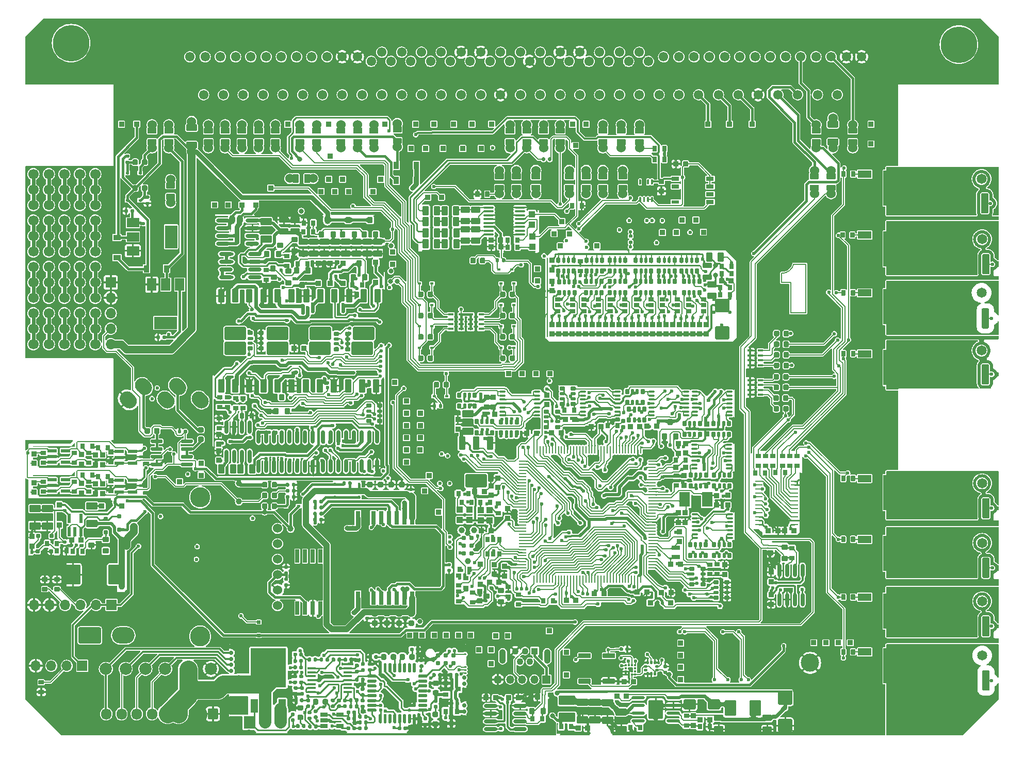
<source format=gtl>
G75*
G70*
%OFA0B0*%
%FSLAX25Y25*%
%IPPOS*%
%LPD*%
%AMOC8*
5,1,8,0,0,1.08239X$1,22.5*
%
%AMM1*
21,1,0.070870,0.036220,0.000000,0.000000,0.000000*
21,1,0.061810,0.045280,0.000000,0.000000,0.000000*
1,1,0.009060,0.030910,-0.018110*
1,1,0.009060,-0.030910,-0.018110*
1,1,0.009060,-0.030910,0.018110*
1,1,0.009060,0.030910,0.018110*
%
%AMM10*
21,1,0.033470,0.026770,0.000000,0.000000,90.000000*
21,1,0.026770,0.033470,0.000000,0.000000,90.000000*
1,1,0.006690,0.013390,0.013390*
1,1,0.006690,0.013390,-0.013390*
1,1,0.006690,-0.013390,-0.013390*
1,1,0.006690,-0.013390,0.013390*
%
%AMM11*
21,1,0.035830,0.026770,0.000000,0.000000,90.000000*
21,1,0.029130,0.033470,0.000000,0.000000,90.000000*
1,1,0.006690,0.013390,0.014570*
1,1,0.006690,0.013390,-0.014570*
1,1,0.006690,-0.013390,-0.014570*
1,1,0.006690,-0.013390,0.014570*
%
%AMM12*
21,1,0.047240,0.015750,0.000000,0.000000,135.000000*
1,1,0.015750,0.016700,-0.016700*
1,1,0.015750,-0.016700,0.016700*
%
%AMM139*
21,1,0.035430,0.030320,-0.000000,-0.000000,0.000000*
21,1,0.028350,0.037400,-0.000000,-0.000000,0.000000*
1,1,0.007090,0.014170,-0.015160*
1,1,0.007090,-0.014170,-0.015160*
1,1,0.007090,-0.014170,0.015160*
1,1,0.007090,0.014170,0.015160*
%
%AMM140*
21,1,0.033470,0.026770,-0.000000,-0.000000,180.000000*
21,1,0.026770,0.033470,-0.000000,-0.000000,180.000000*
1,1,0.006690,-0.013390,0.013390*
1,1,0.006690,0.013390,0.013390*
1,1,0.006690,0.013390,-0.013390*
1,1,0.006690,-0.013390,-0.013390*
%
%AMM141*
21,1,0.027560,0.030710,-0.000000,-0.000000,0.000000*
21,1,0.022050,0.036220,-0.000000,-0.000000,0.000000*
1,1,0.005510,0.011020,-0.015350*
1,1,0.005510,-0.011020,-0.015350*
1,1,0.005510,-0.011020,0.015350*
1,1,0.005510,0.011020,0.015350*
%
%AMM145*
21,1,0.035430,0.030320,0.000000,-0.000000,90.000000*
21,1,0.028350,0.037400,0.000000,-0.000000,90.000000*
1,1,0.007090,0.015160,0.014170*
1,1,0.007090,0.015160,-0.014170*
1,1,0.007090,-0.015160,-0.014170*
1,1,0.007090,-0.015160,0.014170*
%
%AMM146*
21,1,0.033470,0.026770,0.000000,-0.000000,270.000000*
21,1,0.026770,0.033470,0.000000,-0.000000,270.000000*
1,1,0.006690,-0.013390,-0.013390*
1,1,0.006690,-0.013390,0.013390*
1,1,0.006690,0.013390,0.013390*
1,1,0.006690,0.013390,-0.013390*
%
%AMM147*
21,1,0.027560,0.030710,0.000000,-0.000000,90.000000*
21,1,0.022050,0.036220,0.000000,-0.000000,90.000000*
1,1,0.005510,0.015350,0.011020*
1,1,0.005510,0.015350,-0.011020*
1,1,0.005510,-0.015350,-0.011020*
1,1,0.005510,-0.015350,0.011020*
%
%AMM171*
21,1,0.039370,0.049210,-0.000000,-0.000000,270.000000*
21,1,0.031500,0.057090,-0.000000,-0.000000,270.000000*
1,1,0.007870,-0.024610,-0.015750*
1,1,0.007870,-0.024610,0.015750*
1,1,0.007870,0.024610,0.015750*
1,1,0.007870,0.024610,-0.015750*
%
%AMM172*
21,1,0.106300,0.050390,-0.000000,-0.000000,180.000000*
21,1,0.093700,0.062990,-0.000000,-0.000000,180.000000*
1,1,0.012600,-0.046850,0.025200*
1,1,0.012600,0.046850,0.025200*
1,1,0.012600,0.046850,-0.025200*
1,1,0.012600,-0.046850,-0.025200*
%
%AMM173*
21,1,0.074800,0.083460,-0.000000,-0.000000,0.000000*
21,1,0.059840,0.098430,-0.000000,-0.000000,0.000000*
1,1,0.014960,0.029920,-0.041730*
1,1,0.014960,-0.029920,-0.041730*
1,1,0.014960,-0.029920,0.041730*
1,1,0.014960,0.029920,0.041730*
%
%AMM174*
21,1,0.033470,0.026770,-0.000000,-0.000000,0.000000*
21,1,0.026770,0.033470,-0.000000,-0.000000,0.000000*
1,1,0.006690,0.013390,-0.013390*
1,1,0.006690,-0.013390,-0.013390*
1,1,0.006690,-0.013390,0.013390*
1,1,0.006690,0.013390,0.013390*
%
%AMM175*
21,1,0.033470,0.026770,-0.000000,-0.000000,90.000000*
21,1,0.026770,0.033470,-0.000000,-0.000000,90.000000*
1,1,0.006690,0.013390,0.013390*
1,1,0.006690,0.013390,-0.013390*
1,1,0.006690,-0.013390,-0.013390*
1,1,0.006690,-0.013390,0.013390*
%
%AMM176*
21,1,0.122050,0.075590,-0.000000,-0.000000,90.000000*
21,1,0.103150,0.094490,-0.000000,-0.000000,90.000000*
1,1,0.018900,0.037800,0.051580*
1,1,0.018900,0.037800,-0.051580*
1,1,0.018900,-0.037800,-0.051580*
1,1,0.018900,-0.037800,0.051580*
%
%AMM177*
21,1,0.078740,0.053540,-0.000000,-0.000000,0.000000*
21,1,0.065350,0.066930,-0.000000,-0.000000,0.000000*
1,1,0.013390,0.032680,-0.026770*
1,1,0.013390,-0.032680,-0.026770*
1,1,0.013390,-0.032680,0.026770*
1,1,0.013390,0.032680,0.026770*
%
%AMM178*
21,1,0.070870,0.036220,-0.000000,-0.000000,0.000000*
21,1,0.061810,0.045280,-0.000000,-0.000000,0.000000*
1,1,0.009060,0.030910,-0.018110*
1,1,0.009060,-0.030910,-0.018110*
1,1,0.009060,-0.030910,0.018110*
1,1,0.009060,0.030910,0.018110*
%
%AMM179*
21,1,0.086610,0.073230,-0.000000,-0.000000,270.000000*
21,1,0.069290,0.090550,-0.000000,-0.000000,270.000000*
1,1,0.017320,-0.036610,-0.034650*
1,1,0.017320,-0.036610,0.034650*
1,1,0.017320,0.036610,0.034650*
1,1,0.017320,0.036610,-0.034650*
%
%AMM180*
21,1,0.027560,0.030710,-0.000000,-0.000000,270.000000*
21,1,0.022050,0.036220,-0.000000,-0.000000,270.000000*
1,1,0.005510,-0.015350,-0.011020*
1,1,0.005510,-0.015350,0.011020*
1,1,0.005510,0.015350,0.011020*
1,1,0.005510,0.015350,-0.011020*
%
%AMM195*
21,1,0.039370,0.049210,-0.000000,-0.000000,180.000000*
21,1,0.031500,0.057090,-0.000000,-0.000000,180.000000*
1,1,0.007870,-0.015750,0.024610*
1,1,0.007870,0.015750,0.024610*
1,1,0.007870,0.015750,-0.024610*
1,1,0.007870,-0.015750,-0.024610*
%
%AMM196*
21,1,0.039370,0.035430,-0.000000,-0.000000,90.000000*
21,1,0.031500,0.043310,-0.000000,-0.000000,90.000000*
1,1,0.007870,0.017720,0.015750*
1,1,0.007870,0.017720,-0.015750*
1,1,0.007870,-0.017720,-0.015750*
1,1,0.007870,-0.017720,0.015750*
%
%AMM2*
21,1,0.033470,0.026770,0.000000,0.000000,180.000000*
21,1,0.026770,0.033470,0.000000,0.000000,180.000000*
1,1,0.006690,-0.013390,0.013390*
1,1,0.006690,0.013390,0.013390*
1,1,0.006690,0.013390,-0.013390*
1,1,0.006690,-0.013390,-0.013390*
%
%AMM220*
21,1,0.035430,0.050000,-0.000000,-0.000000,90.000000*
21,1,0.028350,0.057090,-0.000000,-0.000000,90.000000*
1,1,0.007090,0.025000,0.014170*
1,1,0.007090,0.025000,-0.014170*
1,1,0.007090,-0.025000,-0.014170*
1,1,0.007090,-0.025000,0.014170*
%
%AMM221*
21,1,0.086610,0.073230,-0.000000,-0.000000,90.000000*
21,1,0.069290,0.090550,-0.000000,-0.000000,90.000000*
1,1,0.017320,0.036610,0.034650*
1,1,0.017320,0.036610,-0.034650*
1,1,0.017320,-0.036610,-0.034650*
1,1,0.017320,-0.036610,0.034650*
%
%AMM222*
21,1,0.039370,0.049210,-0.000000,-0.000000,0.000000*
21,1,0.031500,0.057090,-0.000000,-0.000000,0.000000*
1,1,0.007870,0.015750,-0.024610*
1,1,0.007870,-0.015750,-0.024610*
1,1,0.007870,-0.015750,0.024610*
1,1,0.007870,0.015750,0.024610*
%
%AMM223*
21,1,0.023620,0.030710,-0.000000,-0.000000,270.000000*
21,1,0.018900,0.035430,-0.000000,-0.000000,270.000000*
1,1,0.004720,-0.015350,-0.009450*
1,1,0.004720,-0.015350,0.009450*
1,1,0.004720,0.015350,0.009450*
1,1,0.004720,0.015350,-0.009450*
%
%AMM224*
21,1,0.025590,0.026380,-0.000000,-0.000000,180.000000*
21,1,0.020470,0.031500,-0.000000,-0.000000,180.000000*
1,1,0.005120,-0.010240,0.013190*
1,1,0.005120,0.010240,0.013190*
1,1,0.005120,0.010240,-0.013190*
1,1,0.005120,-0.010240,-0.013190*
%
%AMM225*
21,1,0.017720,0.027950,-0.000000,-0.000000,180.000000*
21,1,0.014170,0.031500,-0.000000,-0.000000,180.000000*
1,1,0.003540,-0.007090,0.013980*
1,1,0.003540,0.007090,0.013980*
1,1,0.003540,0.007090,-0.013980*
1,1,0.003540,-0.007090,-0.013980*
%
%AMM226*
21,1,0.027560,0.030710,-0.000000,-0.000000,180.000000*
21,1,0.022050,0.036220,-0.000000,-0.000000,180.000000*
1,1,0.005510,-0.011020,0.015350*
1,1,0.005510,0.011020,0.015350*
1,1,0.005510,0.011020,-0.015350*
1,1,0.005510,-0.011020,-0.015350*
%
%AMM227*
21,1,0.007870,0.503940,-0.000000,-0.000000,0.000000*
21,1,0.000000,0.511810,-0.000000,-0.000000,0.000000*
1,1,0.007870,-0.000000,-0.251970*
1,1,0.007870,-0.000000,-0.251970*
1,1,0.007870,-0.000000,0.251970*
1,1,0.007870,-0.000000,0.251970*
%
%AMM228*
21,1,0.009840,0.919290,-0.000000,-0.000000,90.000000*
21,1,0.000000,0.929130,-0.000000,-0.000000,90.000000*
1,1,0.009840,0.459650,-0.000000*
1,1,0.009840,0.459650,-0.000000*
1,1,0.009840,-0.459650,-0.000000*
1,1,0.009840,-0.459650,-0.000000*
%
%AMM229*
21,1,0.007870,0.041340,-0.000000,-0.000000,180.000000*
21,1,0.000000,0.049210,-0.000000,-0.000000,180.000000*
1,1,0.007870,-0.000000,0.020670*
1,1,0.007870,-0.000000,0.020670*
1,1,0.007870,-0.000000,-0.020670*
1,1,0.007870,-0.000000,-0.020670*
%
%AMM26*
21,1,0.027560,0.030710,0.000000,0.000000,180.000000*
21,1,0.022050,0.036220,0.000000,0.000000,180.000000*
1,1,0.005510,-0.011020,0.015350*
1,1,0.005510,0.011020,0.015350*
1,1,0.005510,0.011020,-0.015350*
1,1,0.005510,-0.011020,-0.015350*
%
%AMM263*
21,1,0.035430,0.030320,-0.000000,-0.000000,90.000000*
21,1,0.028350,0.037400,-0.000000,-0.000000,90.000000*
1,1,0.007090,0.015160,0.014170*
1,1,0.007090,0.015160,-0.014170*
1,1,0.007090,-0.015160,-0.014170*
1,1,0.007090,-0.015160,0.014170*
%
%AMM264*
21,1,0.035430,0.030320,-0.000000,-0.000000,180.000000*
21,1,0.028350,0.037400,-0.000000,-0.000000,180.000000*
1,1,0.007090,-0.014170,0.015160*
1,1,0.007090,0.014170,0.015160*
1,1,0.007090,0.014170,-0.015160*
1,1,0.007090,-0.014170,-0.015160*
%
%AMM265*
21,1,0.070870,0.036220,-0.000000,-0.000000,180.000000*
21,1,0.061810,0.045280,-0.000000,-0.000000,180.000000*
1,1,0.009060,-0.030910,0.018110*
1,1,0.009060,0.030910,0.018110*
1,1,0.009060,0.030910,-0.018110*
1,1,0.009060,-0.030910,-0.018110*
%
%AMM266*
21,1,0.043310,0.075980,-0.000000,-0.000000,0.000000*
21,1,0.034650,0.084650,-0.000000,-0.000000,0.000000*
1,1,0.008660,0.017320,-0.037990*
1,1,0.008660,-0.017320,-0.037990*
1,1,0.008660,-0.017320,0.037990*
1,1,0.008660,0.017320,0.037990*
%
%AMM267*
21,1,0.043310,0.075990,-0.000000,-0.000000,0.000000*
21,1,0.034650,0.084650,-0.000000,-0.000000,0.000000*
1,1,0.008660,0.017320,-0.037990*
1,1,0.008660,-0.017320,-0.037990*
1,1,0.008660,-0.017320,0.037990*
1,1,0.008660,0.017320,0.037990*
%
%AMM268*
21,1,0.137800,0.067720,-0.000000,-0.000000,0.000000*
21,1,0.120870,0.084650,-0.000000,-0.000000,0.000000*
1,1,0.016930,0.060430,-0.033860*
1,1,0.016930,-0.060430,-0.033860*
1,1,0.016930,-0.060430,0.033860*
1,1,0.016930,0.060430,0.033860*
%
%AMM269*
21,1,0.025590,0.026380,-0.000000,-0.000000,270.000000*
21,1,0.020470,0.031500,-0.000000,-0.000000,270.000000*
1,1,0.005120,-0.013190,-0.010240*
1,1,0.005120,-0.013190,0.010240*
1,1,0.005120,0.013190,0.010240*
1,1,0.005120,0.013190,-0.010240*
%
%AMM270*
21,1,0.017720,0.027950,-0.000000,-0.000000,270.000000*
21,1,0.014170,0.031500,-0.000000,-0.000000,270.000000*
1,1,0.003540,-0.013980,-0.007090*
1,1,0.003540,-0.013980,0.007090*
1,1,0.003540,0.013980,0.007090*
1,1,0.003540,0.013980,-0.007090*
%
%AMM271*
21,1,0.035830,0.026770,-0.000000,-0.000000,270.000000*
21,1,0.029130,0.033470,-0.000000,-0.000000,270.000000*
1,1,0.006690,-0.013390,-0.014570*
1,1,0.006690,-0.013390,0.014570*
1,1,0.006690,0.013390,0.014570*
1,1,0.006690,0.013390,-0.014570*
%
%AMM272*
21,1,0.003940,0.007870,-0.000000,-0.000000,315.000000*
1,1,0.007870,-0.001390,0.001390*
1,1,0.007870,0.001390,-0.001390*
%
%AMM273*
21,1,0.087800,0.007870,-0.000000,-0.000000,225.000000*
1,1,0.007870,0.031040,0.031040*
1,1,0.007870,-0.031040,-0.031040*
%
%AMM274*
21,1,0.031500,0.007870,-0.000000,-0.000000,135.000000*
1,1,0.007870,0.011140,-0.011140*
1,1,0.007870,-0.011140,0.011140*
%
%AMM288*
21,1,0.027560,0.030710,-0.000000,-0.000000,90.000000*
21,1,0.022050,0.036220,-0.000000,-0.000000,90.000000*
1,1,0.005510,0.015350,0.011020*
1,1,0.005510,0.015350,-0.011020*
1,1,0.005510,-0.015350,-0.011020*
1,1,0.005510,-0.015350,0.011020*
%
%AMM289*
21,1,0.015750,0.009840,-0.000000,-0.000000,225.000000*
1,1,0.009840,0.005570,0.005570*
1,1,0.009840,-0.005570,-0.005570*
%
%AMM3*
21,1,0.035430,0.030320,0.000000,0.000000,90.000000*
21,1,0.028350,0.037400,0.000000,0.000000,90.000000*
1,1,0.007090,0.015160,0.014170*
1,1,0.007090,0.015160,-0.014170*
1,1,0.007090,-0.015160,-0.014170*
1,1,0.007090,-0.015160,0.014170*
%
%AMM328*
21,1,0.033470,0.026770,-0.000000,-0.000000,270.000000*
21,1,0.026770,0.033470,-0.000000,-0.000000,270.000000*
1,1,0.006690,-0.013390,-0.013390*
1,1,0.006690,-0.013390,0.013390*
1,1,0.006690,0.013390,0.013390*
1,1,0.006690,0.013390,-0.013390*
%
%AMM329*
21,1,0.023620,0.030710,-0.000000,-0.000000,0.000000*
21,1,0.018900,0.035430,-0.000000,-0.000000,0.000000*
1,1,0.004720,0.009450,-0.015350*
1,1,0.004720,-0.009450,-0.015350*
1,1,0.004720,-0.009450,0.015350*
1,1,0.004720,0.009450,0.015350*
%
%AMM33*
21,1,0.033470,0.026770,0.000000,0.000000,270.000000*
21,1,0.026770,0.033470,0.000000,0.000000,270.000000*
1,1,0.006690,-0.013390,-0.013390*
1,1,0.006690,-0.013390,0.013390*
1,1,0.006690,0.013390,0.013390*
1,1,0.006690,0.013390,-0.013390*
%
%AMM330*
21,1,0.027560,0.018900,-0.000000,-0.000000,0.000000*
21,1,0.022840,0.023620,-0.000000,-0.000000,0.000000*
1,1,0.004720,0.011420,-0.009450*
1,1,0.004720,-0.011420,-0.009450*
1,1,0.004720,-0.011420,0.009450*
1,1,0.004720,0.011420,0.009450*
%
%AMM331*
21,1,0.137800,0.067720,-0.000000,-0.000000,180.000000*
21,1,0.120870,0.084650,-0.000000,-0.000000,180.000000*
1,1,0.016930,-0.060430,0.033860*
1,1,0.016930,0.060430,0.033860*
1,1,0.016930,0.060430,-0.033860*
1,1,0.016930,-0.060430,-0.033860*
%
%AMM332*
21,1,0.043310,0.075980,-0.000000,-0.000000,180.000000*
21,1,0.034650,0.084650,-0.000000,-0.000000,180.000000*
1,1,0.008660,-0.017320,0.037990*
1,1,0.008660,0.017320,0.037990*
1,1,0.008660,0.017320,-0.037990*
1,1,0.008660,-0.017320,-0.037990*
%
%AMM333*
21,1,0.043310,0.075990,-0.000000,-0.000000,180.000000*
21,1,0.034650,0.084650,-0.000000,-0.000000,180.000000*
1,1,0.008660,-0.017320,0.037990*
1,1,0.008660,0.017320,0.037990*
1,1,0.008660,0.017320,-0.037990*
1,1,0.008660,-0.017320,-0.037990*
%
%AMM334*
21,1,0.035830,0.026770,-0.000000,-0.000000,90.000000*
21,1,0.029130,0.033470,-0.000000,-0.000000,90.000000*
1,1,0.006690,0.013390,0.014570*
1,1,0.006690,0.013390,-0.014570*
1,1,0.006690,-0.013390,-0.014570*
1,1,0.006690,-0.013390,0.014570*
%
%AMM335*
21,1,0.025590,0.026380,-0.000000,-0.000000,90.000000*
21,1,0.020470,0.031500,-0.000000,-0.000000,90.000000*
1,1,0.005120,0.013190,0.010240*
1,1,0.005120,0.013190,-0.010240*
1,1,0.005120,-0.013190,-0.010240*
1,1,0.005120,-0.013190,0.010240*
%
%AMM336*
21,1,0.017720,0.027950,-0.000000,-0.000000,90.000000*
21,1,0.014170,0.031500,-0.000000,-0.000000,90.000000*
1,1,0.003540,0.013980,0.007090*
1,1,0.003540,0.013980,-0.007090*
1,1,0.003540,-0.013980,-0.007090*
1,1,0.003540,-0.013980,0.007090*
%
%AMM337*
21,1,0.027560,0.049610,-0.000000,-0.000000,90.000000*
21,1,0.022050,0.055120,-0.000000,-0.000000,90.000000*
1,1,0.005510,0.024800,0.011020*
1,1,0.005510,0.024800,-0.011020*
1,1,0.005510,-0.024800,-0.011020*
1,1,0.005510,-0.024800,0.011020*
%
%AMM338*
21,1,0.035830,0.026770,-0.000000,-0.000000,0.000000*
21,1,0.029130,0.033470,-0.000000,-0.000000,0.000000*
1,1,0.006690,0.014570,-0.013390*
1,1,0.006690,-0.014570,-0.013390*
1,1,0.006690,-0.014570,0.013390*
1,1,0.006690,0.014570,0.013390*
%
%AMM339*
21,1,0.007870,0.029130,-0.000000,-0.000000,45.000000*
21,1,0.000000,0.037010,-0.000000,-0.000000,45.000000*
1,1,0.007870,0.010300,-0.010300*
1,1,0.007870,0.010300,-0.010300*
1,1,0.007870,-0.010300,0.010300*
1,1,0.007870,-0.010300,0.010300*
%
%AMM340*
21,1,0.007870,0.014960,-0.000000,-0.000000,315.000000*
21,1,0.000000,0.022840,-0.000000,-0.000000,315.000000*
1,1,0.007870,-0.005290,-0.005290*
1,1,0.007870,-0.005290,-0.005290*
1,1,0.007870,0.005290,0.005290*
1,1,0.007870,0.005290,0.005290*
%
%AMM341*
21,1,0.007870,0.013780,-0.000000,-0.000000,225.000000*
21,1,0.000000,0.021650,-0.000000,-0.000000,225.000000*
1,1,0.007870,-0.004870,0.004870*
1,1,0.007870,-0.004870,0.004870*
1,1,0.007870,0.004870,-0.004870*
1,1,0.007870,0.004870,-0.004870*
%
%AMM342*
21,1,0.007870,0.039370,-0.000000,-0.000000,225.000000*
21,1,0.000000,0.047240,-0.000000,-0.000000,225.000000*
1,1,0.007870,-0.013920,0.013920*
1,1,0.007870,-0.013920,0.013920*
1,1,0.007870,0.013920,-0.013920*
1,1,0.007870,0.013920,-0.013920*
%
%AMM343*
21,1,0.007870,0.055120,-0.000000,-0.000000,90.000000*
21,1,0.000000,0.062990,-0.000000,-0.000000,90.000000*
1,1,0.007870,0.027560,-0.000000*
1,1,0.007870,0.027560,-0.000000*
1,1,0.007870,-0.027560,-0.000000*
1,1,0.007870,-0.027560,-0.000000*
%
%AMM344*
21,1,0.007870,0.023620,-0.000000,-0.000000,135.000000*
21,1,0.000000,0.031500,-0.000000,-0.000000,135.000000*
1,1,0.007870,0.008350,0.008350*
1,1,0.007870,0.008350,0.008350*
1,1,0.007870,-0.008350,-0.008350*
1,1,0.007870,-0.008350,-0.008350*
%
%AMM345*
21,1,0.007870,1.704720,-0.000000,-0.000000,90.000000*
21,1,0.000000,1.712600,-0.000000,-0.000000,90.000000*
1,1,0.007870,0.852360,-0.000000*
1,1,0.007870,0.852360,-0.000000*
1,1,0.007870,-0.852360,-0.000000*
1,1,0.007870,-0.852360,-0.000000*
%
%AMM346*
21,1,0.007870,1.405510,-0.000000,-0.000000,0.000000*
21,1,0.000000,1.413390,-0.000000,-0.000000,0.000000*
1,1,0.007870,-0.000000,-0.702760*
1,1,0.007870,-0.000000,-0.702760*
1,1,0.007870,-0.000000,0.702760*
1,1,0.007870,-0.000000,0.702760*
%
%AMM347*
21,1,0.007870,1.787400,-0.000000,-0.000000,90.000000*
21,1,0.000000,1.795280,-0.000000,-0.000000,90.000000*
1,1,0.007870,0.893700,-0.000000*
1,1,0.007870,0.893700,-0.000000*
1,1,0.007870,-0.893700,-0.000000*
1,1,0.007870,-0.893700,-0.000000*
%
%AMM348*
21,1,0.007870,1.416930,-0.000000,-0.000000,0.000000*
21,1,0.000000,1.424800,-0.000000,-0.000000,0.000000*
1,1,0.007870,-0.000000,-0.708470*
1,1,0.007870,-0.000000,-0.708470*
1,1,0.007870,-0.000000,0.708470*
1,1,0.007870,-0.000000,0.708470*
%
%AMM349*
21,1,0.009840,0.017720,-0.000000,-0.000000,0.000000*
21,1,0.000000,0.027560,-0.000000,-0.000000,0.000000*
1,1,0.009840,-0.000000,-0.008860*
1,1,0.009840,-0.000000,-0.008860*
1,1,0.009840,-0.000000,0.008860*
1,1,0.009840,-0.000000,0.008860*
%
%AMM4*
21,1,0.021650,0.052760,0.000000,0.000000,0.000000*
21,1,0.017320,0.057090,0.000000,0.000000,0.000000*
1,1,0.004330,0.008660,-0.026380*
1,1,0.004330,-0.008660,-0.026380*
1,1,0.004330,-0.008660,0.026380*
1,1,0.004330,0.008660,0.026380*
%
%AMM5*
21,1,0.094490,0.111020,0.000000,0.000000,180.000000*
21,1,0.075590,0.129920,0.000000,0.000000,180.000000*
1,1,0.018900,-0.037800,0.055510*
1,1,0.018900,0.037800,0.055510*
1,1,0.018900,0.037800,-0.055510*
1,1,0.018900,-0.037800,-0.055510*
%
%AMM6*
21,1,0.023620,0.018900,0.000000,0.000000,270.000000*
21,1,0.018900,0.023620,0.000000,0.000000,270.000000*
1,1,0.004720,-0.009450,-0.009450*
1,1,0.004720,-0.009450,0.009450*
1,1,0.004720,0.009450,0.009450*
1,1,0.004720,0.009450,-0.009450*
%
%AMM7*
21,1,0.035830,0.026770,0.000000,0.000000,0.000000*
21,1,0.029130,0.033470,0.000000,0.000000,0.000000*
1,1,0.006690,0.014570,-0.013390*
1,1,0.006690,-0.014570,-0.013390*
1,1,0.006690,-0.014570,0.013390*
1,1,0.006690,0.014570,0.013390*
%
%AMM71*
21,1,0.021650,0.052760,0.000000,0.000000,270.000000*
21,1,0.017320,0.057090,0.000000,0.000000,270.000000*
1,1,0.004330,-0.026380,-0.008660*
1,1,0.004330,-0.026380,0.008660*
1,1,0.004330,0.026380,0.008660*
1,1,0.004330,0.026380,-0.008660*
%
%AMM72*
21,1,0.027560,0.030710,0.000000,0.000000,270.000000*
21,1,0.022050,0.036220,0.000000,0.000000,270.000000*
1,1,0.005510,-0.015350,-0.011020*
1,1,0.005510,-0.015350,0.011020*
1,1,0.005510,0.015350,0.011020*
1,1,0.005510,0.015350,-0.011020*
%
%AMM8*
21,1,0.023620,0.018900,0.000000,0.000000,180.000000*
21,1,0.018900,0.023620,0.000000,0.000000,180.000000*
1,1,0.004720,-0.009450,0.009450*
1,1,0.004720,0.009450,0.009450*
1,1,0.004720,0.009450,-0.009450*
1,1,0.004720,-0.009450,-0.009450*
%
%AMM9*
21,1,0.027560,0.030710,0.000000,0.000000,0.000000*
21,1,0.022050,0.036220,0.000000,0.000000,0.000000*
1,1,0.005510,0.011020,-0.015350*
1,1,0.005510,-0.011020,-0.015350*
1,1,0.005510,-0.011020,0.015350*
1,1,0.005510,0.011020,0.015350*
%
%ADD10C,0.00787*%
%ADD100R,0.07874X0.14961*%
%ADD101R,0.01772X0.02362*%
%ADD102R,0.04724X0.03543*%
%ADD103C,0.03150*%
%ADD104C,0.03200*%
%ADD105C,0.01575*%
%ADD106C,0.01181*%
%ADD107C,0.00984*%
%ADD11C,0.23622*%
%ADD12C,0.06102*%
%ADD120C,0.00800*%
%ADD13C,0.06000*%
%ADD14R,0.08661X0.04724*%
%ADD141M1*%
%ADD142M2*%
%ADD143M3*%
%ADD144M4*%
%ADD145M5*%
%ADD146M6*%
%ADD147M7*%
%ADD148M8*%
%ADD149M9*%
%ADD15R,0.25197X0.22835*%
%ADD150M10*%
%ADD151M11*%
%ADD152O,0.03937X0.34429*%
%ADD153O,0.00787X0.36221*%
%ADD154O,0.03937X0.01968*%
%ADD155O,0.00787X0.01968*%
%ADD156M12*%
%ADD157C,0.01968*%
%ADD16R,0.06693X0.06693*%
%ADD17O,0.06693X0.06693*%
%ADD173O,0.08661X0.02362*%
%ADD175M26*%
%ADD176O,0.01968X0.00984*%
%ADD177O,0.00984X0.01968*%
%ADD18R,0.02520X0.08504*%
%ADD184R,0.04724X0.08661*%
%ADD185R,0.22835X0.25197*%
%ADD186R,0.03543X0.03150*%
%ADD187R,0.05709X0.01772*%
%ADD188R,0.04803X0.02559*%
%ADD189R,0.03150X0.03543*%
%ADD19C,0.06496*%
%ADD190C,0.03100*%
%ADD191R,0.07500X0.07874*%
%ADD192O,0.07500X0.07874*%
%ADD193C,0.01969*%
%ADD194C,0.03900*%
%ADD20R,0.02362X0.01772*%
%ADD200M33*%
%ADD201O,0.08661X0.01968*%
%ADD207O,0.01968X0.03937*%
%ADD208O,0.01968X0.11811*%
%ADD209O,0.01575X0.28347*%
%ADD21R,0.03346X0.03346*%
%ADD22R,0.03543X0.04724*%
%ADD221O,0.07087X0.01378*%
%ADD23R,0.05315X0.05315*%
%ADD24O,0.05315X0.05315*%
%ADD248M71*%
%ADD249M72*%
%ADD25C,0.11811*%
%ADD259O,0.02362X0.08661*%
%ADD26C,0.06693*%
%ADD27R,0.03543X0.01575*%
%ADD279O,0.04961X0.00984*%
%ADD28C,0.07874*%
%ADD281O,0.00984X0.40158*%
%ADD285O,0.05118X0.00866*%
%ADD286O,0.00866X0.05118*%
%ADD29C,0.03937*%
%ADD291O,0.04331X0.01181*%
%ADD292R,0.06693X0.09449*%
%ADD30R,0.03150X0.08661*%
%ADD309R,0.01968X0.01968*%
%ADD31R,0.08000X0.20000*%
%ADD32C,0.05118*%
%ADD33R,0.45000X0.30000*%
%ADD34O,0.00787X0.22323*%
%ADD345M139*%
%ADD346M140*%
%ADD347M141*%
%ADD35O,0.43701X0.00787*%
%ADD351M145*%
%ADD352M146*%
%ADD353M147*%
%ADD36O,0.38583X0.01575*%
%ADD37O,0.01969X0.00984*%
%ADD38O,0.00787X0.26772*%
%ADD39O,0.00984X0.01969*%
%ADD398M171*%
%ADD399M172*%
%ADD40C,0.02362*%
%ADD400M173*%
%ADD401M174*%
%ADD402M175*%
%ADD403M176*%
%ADD404M177*%
%ADD405M178*%
%ADD406M179*%
%ADD407M180*%
%ADD41R,0.01378X0.01476*%
%ADD42R,0.01476X0.01378*%
%ADD428M195*%
%ADD429M196*%
%ADD43O,0.00787X0.03937*%
%ADD44O,0.20472X0.00787*%
%ADD45O,0.69291X0.00787*%
%ADD453M220*%
%ADD454M221*%
%ADD455M222*%
%ADD456M223*%
%ADD457M224*%
%ADD458M225*%
%ADD459M226*%
%ADD46O,0.50394X0.00787*%
%ADD460M227*%
%ADD461M228*%
%ADD462M229*%
%ADD47O,0.14567X0.10630*%
%ADD48C,0.02756*%
%ADD49R,0.00984X0.11811*%
%ADD50R,0.00984X0.12205*%
%ADD51R,0.00984X0.08858*%
%ADD511M263*%
%ADD512M264*%
%ADD513M265*%
%ADD514M266*%
%ADD515M267*%
%ADD516M268*%
%ADD517M269*%
%ADD518M270*%
%ADD519M271*%
%ADD52R,0.00984X0.05709*%
%ADD520M272*%
%ADD521M273*%
%ADD522M274*%
%ADD53R,1.54528X0.00984*%
%ADD54R,0.00984X0.11614*%
%ADD540M288*%
%ADD541M289*%
%ADD55R,0.00984X0.03740*%
%ADD56O,0.01575X0.28346*%
%ADD57O,1.18110X0.01575*%
%ADD58O,0.19685X0.01575*%
%ADD584M328*%
%ADD585M329*%
%ADD586M330*%
%ADD587M331*%
%ADD588M332*%
%ADD589M333*%
%ADD59O,0.03937X0.01969*%
%ADD590M334*%
%ADD591M335*%
%ADD592M336*%
%ADD593M337*%
%ADD594M338*%
%ADD595M339*%
%ADD596M340*%
%ADD597M341*%
%ADD598M342*%
%ADD599M343*%
%ADD60O,0.00787X0.12205*%
%ADD600M344*%
%ADD601M345*%
%ADD602M346*%
%ADD603M347*%
%ADD604M348*%
%ADD605M349*%
%ADD61O,0.01969X0.11811*%
%ADD62O,1.39370X0.01575*%
%ADD63O,0.06693X0.07283*%
%ADD64R,0.05157X0.02559*%
%ADD65R,0.05157X0.02362*%
%ADD66R,0.05217X0.05906*%
%ADD67R,0.04331X0.04331*%
%ADD68C,0.04331*%
%ADD69O,0.04331X0.09449*%
%ADD70C,0.13000*%
%ADD71O,0.00787X0.14173*%
%ADD72O,0.00787X0.16732*%
%ADD73O,0.00787X0.56693*%
%ADD74O,0.00787X0.34744*%
%ADD75O,0.06693X0.00787*%
%ADD76O,1.01181X0.00787*%
%ADD77O,0.44587X0.00787*%
%ADD78O,0.00787X1.01772*%
%ADD79O,0.00787X0.16339*%
%ADD80O,0.03937X0.05906*%
%ADD81O,0.03150X0.02362*%
%ADD82R,0.09449X0.06299*%
%ADD83O,0.03937X0.34428*%
%ADD84O,0.00787X0.36220*%
%ADD85O,0.00787X0.01969*%
%ADD86O,0.25591X0.00787*%
%ADD87O,0.01575X0.21260*%
%ADD88O,0.54331X0.00787*%
%ADD89O,0.35433X0.01575*%
%ADD90O,0.00984X0.40157*%
%ADD91O,0.22835X0.00984*%
%ADD92O,0.00787X0.01575*%
%ADD93R,0.05906X0.07874*%
%ADD94R,0.14961X0.07874*%
%ADD95O,0.22323X0.00787*%
%ADD96O,0.00787X0.43701*%
%ADD97O,0.01575X0.38583*%
%ADD98O,0.26772X0.00787*%
%ADD99R,0.07874X0.05906*%
X0000000Y0000000D02*
%LPD*%
G01*
D10*
X0489101Y0293427D02*
X0489101Y0299333D01*
X0489101Y0293427D02*
X0495006Y0293427D01*
X0495006Y0293427D02*
X0495006Y0273742D01*
X0495006Y0273742D02*
X0504849Y0273742D01*
X0504849Y0305238D02*
X0496975Y0305238D01*
X0504849Y0273742D02*
X0504849Y0305238D01*
X0489101Y0299333D02*
G75*
G03*
X0496975Y0305238I0000309J0007791D01*
G01*
D11*
X0030050Y0448253D03*
X0603711Y0447268D03*
D12*
X0106861Y0439394D03*
X0126546Y0439394D03*
X0146231Y0439394D03*
X0165916Y0439394D03*
X0185601Y0439394D03*
X0205286Y0439394D03*
X0223987Y0436442D03*
X0236782Y0436442D03*
X0249577Y0436442D03*
X0262373Y0436442D03*
X0275168Y0436442D03*
X0287963Y0436442D03*
X0300758Y0436442D03*
X0313554Y0436442D03*
X0326349Y0436442D03*
X0339144Y0436442D03*
X0351940Y0436442D03*
X0364735Y0436442D03*
X0377530Y0436442D03*
X0390325Y0436442D03*
X0403121Y0436442D03*
X0422806Y0439394D03*
X0442491Y0439394D03*
X0462176Y0439394D03*
X0481861Y0439394D03*
X0501546Y0439394D03*
X0521231Y0439394D03*
X0540916Y0439394D03*
X0116703Y0439394D03*
X0136388Y0439394D03*
X0156073Y0439394D03*
X0175758Y0439394D03*
X0195444Y0439394D03*
X0215129Y0439394D03*
X0230877Y0442347D03*
X0243672Y0442347D03*
X0256467Y0442347D03*
X0269262Y0442347D03*
X0282058Y0442347D03*
X0294853Y0442347D03*
X0307648Y0442347D03*
X0320444Y0442347D03*
X0333239Y0442347D03*
X0346034Y0442347D03*
X0358829Y0442347D03*
X0371625Y0442347D03*
X0384420Y0442347D03*
X0397215Y0442347D03*
X0412963Y0439394D03*
X0432648Y0439394D03*
X0452333Y0439394D03*
X0472018Y0439394D03*
X0491703Y0439394D03*
X0511388Y0439394D03*
X0531073Y0439394D03*
X0115719Y0414788D03*
X0128514Y0414788D03*
X0141310Y0414788D03*
X0154105Y0414788D03*
X0166900Y0414788D03*
X0179695Y0414788D03*
X0192491Y0414788D03*
X0205286Y0414788D03*
X0218081Y0414788D03*
X0230877Y0414788D03*
X0243672Y0414788D03*
X0256467Y0414788D03*
X0269262Y0414788D03*
X0282058Y0414788D03*
X0294853Y0414788D03*
X0307648Y0414788D03*
X0320444Y0414788D03*
X0333239Y0414788D03*
X0346034Y0414788D03*
X0358829Y0414788D03*
X0371625Y0414788D03*
X0384420Y0414788D03*
X0397215Y0414788D03*
X0410010Y0414788D03*
X0422806Y0414788D03*
X0435601Y0414788D03*
X0448396Y0414788D03*
X0461192Y0414788D03*
X0473987Y0414788D03*
X0486782Y0414788D03*
X0499577Y0414788D03*
X0512373Y0414788D03*
X0525168Y0414788D03*
D13*
X0082387Y0395385D03*
G36*
G01*
X0079926Y0393593D02*
X0084847Y0393593D01*
G75*
G02*
X0085241Y0393200I0000000J-000394D01*
G01*
X0085241Y0390050D01*
G75*
G02*
X0084847Y0389656I-000394J0000000D01*
G01*
X0079926Y0389656D01*
G75*
G02*
X0079532Y0390050I0000000J0000394D01*
G01*
X0079532Y0393200D01*
G75*
G02*
X0079926Y0393593I0000394J0000000D01*
G01*
G37*
G36*
G01*
X0079926Y0386113D02*
X0084847Y0386113D01*
G75*
G02*
X0085241Y0385719I0000000J-000394D01*
G01*
X0085241Y0382570D01*
G75*
G02*
X0084847Y0382176I-000394J0000000D01*
G01*
X0079926Y0382176D01*
G75*
G02*
X0079532Y0382570I0000000J0000394D01*
G01*
X0079532Y0385719D01*
G75*
G02*
X0079926Y0386113I0000394J0000000D01*
G01*
G37*
X0082387Y0380385D03*
X0118804Y0395385D03*
G36*
G01*
X0116344Y0393593D02*
X0121265Y0393593D01*
G75*
G02*
X0121658Y0393200I0000000J-000394D01*
G01*
X0121658Y0390050D01*
G75*
G02*
X0121265Y0389656I-000394J0000000D01*
G01*
X0116344Y0389656D01*
G75*
G02*
X0115950Y0390050I0000000J0000394D01*
G01*
X0115950Y0393200D01*
G75*
G02*
X0116344Y0393593I0000394J0000000D01*
G01*
G37*
G36*
G01*
X0116344Y0386113D02*
X0121265Y0386113D01*
G75*
G02*
X0121658Y0385719I0000000J-000394D01*
G01*
X0121658Y0382570D01*
G75*
G02*
X0121265Y0382176I-000394J0000000D01*
G01*
X0116344Y0382176D01*
G75*
G02*
X0115950Y0382570I0000000J0000394D01*
G01*
X0115950Y0385719D01*
G75*
G02*
X0116344Y0386113I0000394J0000000D01*
G01*
G37*
X0118804Y0380385D03*
X0140458Y0395385D03*
G36*
G01*
X0137997Y0393593D02*
X0142918Y0393593D01*
G75*
G02*
X0143312Y0393200I0000000J-000394D01*
G01*
X0143312Y0390050D01*
G75*
G02*
X0142918Y0389656I-000394J0000000D01*
G01*
X0137997Y0389656D01*
G75*
G02*
X0137603Y0390050I0000000J0000394D01*
G01*
X0137603Y0393200D01*
G75*
G02*
X0137997Y0393593I0000394J0000000D01*
G01*
G37*
G36*
G01*
X0137997Y0386113D02*
X0142918Y0386113D01*
G75*
G02*
X0143312Y0385719I0000000J-000394D01*
G01*
X0143312Y0382570D01*
G75*
G02*
X0142918Y0382176I-000394J0000000D01*
G01*
X0137997Y0382176D01*
G75*
G02*
X0137603Y0382570I0000000J0000394D01*
G01*
X0137603Y0385719D01*
G75*
G02*
X0137997Y0386113I0000394J0000000D01*
G01*
G37*
X0140458Y0380385D03*
X0177859Y0395385D03*
G36*
G01*
X0175399Y0393593D02*
X0180320Y0393593D01*
G75*
G02*
X0180714Y0393200I0000000J-000394D01*
G01*
X0180714Y0390050D01*
G75*
G02*
X0180320Y0389656I-000394J0000000D01*
G01*
X0175399Y0389656D01*
G75*
G02*
X0175005Y0390050I0000000J0000394D01*
G01*
X0175005Y0393200D01*
G75*
G02*
X0175399Y0393593I0000394J0000000D01*
G01*
G37*
G36*
G01*
X0175399Y0386113D02*
X0180320Y0386113D01*
G75*
G02*
X0180714Y0385719I0000000J-000394D01*
G01*
X0180714Y0382570D01*
G75*
G02*
X0180320Y0382176I-000394J0000000D01*
G01*
X0175399Y0382176D01*
G75*
G02*
X0175005Y0382570I0000000J0000394D01*
G01*
X0175005Y0385719D01*
G75*
G02*
X0175399Y0386113I0000394J0000000D01*
G01*
G37*
X0177859Y0380385D03*
X0204434Y0395385D03*
G36*
G01*
X0201973Y0393593D02*
X0206895Y0393593D01*
G75*
G02*
X0207288Y0393200I0000000J-000394D01*
G01*
X0207288Y0390050D01*
G75*
G02*
X0206895Y0389656I-000394J0000000D01*
G01*
X0201973Y0389656D01*
G75*
G02*
X0201580Y0390050I0000000J0000394D01*
G01*
X0201580Y0393200D01*
G75*
G02*
X0201973Y0393593I0000394J0000000D01*
G01*
G37*
G36*
G01*
X0201973Y0386113D02*
X0206895Y0386113D01*
G75*
G02*
X0207288Y0385719I0000000J-000394D01*
G01*
X0207288Y0382570D01*
G75*
G02*
X0206895Y0382176I-000394J0000000D01*
G01*
X0201973Y0382176D01*
G75*
G02*
X0201580Y0382570I0000000J0000394D01*
G01*
X0201580Y0385719D01*
G75*
G02*
X0201973Y0386113I0000394J0000000D01*
G01*
G37*
X0204434Y0380385D03*
X0335340Y0395385D03*
G36*
G01*
X0332879Y0393593D02*
X0337800Y0393593D01*
G75*
G02*
X0338194Y0393200I0000000J-000394D01*
G01*
X0338194Y0390050D01*
G75*
G02*
X0337800Y0389656I-000394J0000000D01*
G01*
X0332879Y0389656D01*
G75*
G02*
X0332485Y0390050I0000000J0000394D01*
G01*
X0332485Y0393200D01*
G75*
G02*
X0332879Y0393593I0000394J0000000D01*
G01*
G37*
G36*
G01*
X0332879Y0386113D02*
X0337800Y0386113D01*
G75*
G02*
X0338194Y0385719I0000000J-000394D01*
G01*
X0338194Y0382570D01*
G75*
G02*
X0337800Y0382176I-000394J0000000D01*
G01*
X0332879Y0382176D01*
G75*
G02*
X0332485Y0382570I0000000J0000394D01*
G01*
X0332485Y0385719D01*
G75*
G02*
X0332879Y0386113I0000394J0000000D01*
G01*
G37*
X0335340Y0380385D03*
X0346166Y0395385D03*
G36*
G01*
X0343706Y0393593D02*
X0348627Y0393593D01*
G75*
G02*
X0349021Y0393200I0000000J-000394D01*
G01*
X0349021Y0390050D01*
G75*
G02*
X0348627Y0389656I-000394J0000000D01*
G01*
X0343706Y0389656D01*
G75*
G02*
X0343312Y0390050I0000000J0000394D01*
G01*
X0343312Y0393200D01*
G75*
G02*
X0343706Y0393593I0000394J0000000D01*
G01*
G37*
G36*
G01*
X0343706Y0386113D02*
X0348627Y0386113D01*
G75*
G02*
X0349021Y0385719I0000000J-000394D01*
G01*
X0349021Y0382570D01*
G75*
G02*
X0348627Y0382176I-000394J0000000D01*
G01*
X0343706Y0382176D01*
G75*
G02*
X0343312Y0382570I0000000J0000394D01*
G01*
X0343312Y0385719D01*
G75*
G02*
X0343706Y0386113I0000394J0000000D01*
G01*
G37*
X0346166Y0380385D03*
X0373725Y0365857D03*
G36*
G01*
X0371265Y0364066D02*
X0376186Y0364066D01*
G75*
G02*
X0376580Y0363672I0000000J-000394D01*
G01*
X0376580Y0360523D01*
G75*
G02*
X0376186Y0360129I-000394J0000000D01*
G01*
X0371265Y0360129D01*
G75*
G02*
X0370871Y0360523I0000000J0000394D01*
G01*
X0370871Y0363672D01*
G75*
G02*
X0371265Y0364066I0000394J0000000D01*
G01*
G37*
G36*
G01*
X0371265Y0356586D02*
X0376186Y0356586D01*
G75*
G02*
X0376580Y0356192I0000000J-000394D01*
G01*
X0376580Y0353042D01*
G75*
G02*
X0376186Y0352649I-000394J0000000D01*
G01*
X0371265Y0352649D01*
G75*
G02*
X0370871Y0353042I0000000J0000394D01*
G01*
X0370871Y0356192D01*
G75*
G02*
X0371265Y0356586I0000394J0000000D01*
G01*
G37*
X0373725Y0350857D03*
X0386521Y0365857D03*
G36*
G01*
X0384060Y0364066D02*
X0388981Y0364066D01*
G75*
G02*
X0389375Y0363672I0000000J-000394D01*
G01*
X0389375Y0360523D01*
G75*
G02*
X0388981Y0360129I-000394J0000000D01*
G01*
X0384060Y0360129D01*
G75*
G02*
X0383666Y0360523I0000000J0000394D01*
G01*
X0383666Y0363672D01*
G75*
G02*
X0384060Y0364066I0000394J0000000D01*
G01*
G37*
G36*
G01*
X0384060Y0356586D02*
X0388981Y0356586D01*
G75*
G02*
X0389375Y0356192I0000000J-000394D01*
G01*
X0389375Y0353042D01*
G75*
G02*
X0388981Y0352649I-000394J0000000D01*
G01*
X0384060Y0352649D01*
G75*
G02*
X0383666Y0353042I0000000J0000394D01*
G01*
X0383666Y0356192D01*
G75*
G02*
X0384060Y0356586I0000394J0000000D01*
G01*
G37*
X0386521Y0350857D03*
X0511521Y0395385D03*
G36*
G01*
X0509060Y0393593D02*
X0513981Y0393593D01*
G75*
G02*
X0514375Y0393200I0000000J-000394D01*
G01*
X0514375Y0390050D01*
G75*
G02*
X0513981Y0389656I-000394J0000000D01*
G01*
X0509060Y0389656D01*
G75*
G02*
X0508666Y0390050I0000000J0000394D01*
G01*
X0508666Y0393200D01*
G75*
G02*
X0509060Y0393593I0000394J0000000D01*
G01*
G37*
G36*
G01*
X0509060Y0386113D02*
X0513981Y0386113D01*
G75*
G02*
X0514375Y0385719I0000000J-000394D01*
G01*
X0514375Y0382570D01*
G75*
G02*
X0513981Y0382176I-000394J0000000D01*
G01*
X0509060Y0382176D01*
G75*
G02*
X0508666Y0382570I0000000J0000394D01*
G01*
X0508666Y0385719D01*
G75*
G02*
X0509060Y0386113I0000394J0000000D01*
G01*
G37*
X0511521Y0380385D03*
X0535143Y0395385D03*
G36*
G01*
X0532682Y0393593D02*
X0537603Y0393593D01*
G75*
G02*
X0537997Y0393200I0000000J-000394D01*
G01*
X0537997Y0390050D01*
G75*
G02*
X0537603Y0389656I-000394J0000000D01*
G01*
X0532682Y0389656D01*
G75*
G02*
X0532288Y0390050I0000000J0000394D01*
G01*
X0532288Y0393200D01*
G75*
G02*
X0532682Y0393593I0000394J0000000D01*
G01*
G37*
G36*
G01*
X0532682Y0386113D02*
X0537603Y0386113D01*
G75*
G02*
X0537997Y0385719I0000000J-000394D01*
G01*
X0537997Y0382570D01*
G75*
G02*
X0537603Y0382176I-000394J0000000D01*
G01*
X0532682Y0382176D01*
G75*
G02*
X0532288Y0382570I0000000J0000394D01*
G01*
X0532288Y0385719D01*
G75*
G02*
X0532682Y0386113I0000394J0000000D01*
G01*
G37*
X0535143Y0380385D03*
X0093214Y0395385D03*
G36*
G01*
X0090753Y0393593D02*
X0095674Y0393593D01*
G75*
G02*
X0096068Y0393200I0000000J-000394D01*
G01*
X0096068Y0390050D01*
G75*
G02*
X0095674Y0389656I-000394J0000000D01*
G01*
X0090753Y0389656D01*
G75*
G02*
X0090359Y0390050I0000000J0000394D01*
G01*
X0090359Y0393200D01*
G75*
G02*
X0090753Y0393593I0000394J0000000D01*
G01*
G37*
G36*
G01*
X0090753Y0386113D02*
X0095674Y0386113D01*
G75*
G02*
X0096068Y0385719I0000000J-000394D01*
G01*
X0096068Y0382570D01*
G75*
G02*
X0095674Y0382176I-000394J0000000D01*
G01*
X0090753Y0382176D01*
G75*
G02*
X0090359Y0382570I0000000J0000394D01*
G01*
X0090359Y0385719D01*
G75*
G02*
X0090753Y0386113I0000394J0000000D01*
G01*
G37*
X0093214Y0380385D03*
X0129631Y0395385D03*
G36*
G01*
X0127170Y0393593D02*
X0132092Y0393593D01*
G75*
G02*
X0132485Y0393200I0000000J-000394D01*
G01*
X0132485Y0390050D01*
G75*
G02*
X0132092Y0389656I-000394J0000000D01*
G01*
X0127170Y0389656D01*
G75*
G02*
X0126777Y0390050I0000000J0000394D01*
G01*
X0126777Y0393200D01*
G75*
G02*
X0127170Y0393593I0000394J0000000D01*
G01*
G37*
G36*
G01*
X0127170Y0386113D02*
X0132092Y0386113D01*
G75*
G02*
X0132485Y0385719I0000000J-000394D01*
G01*
X0132485Y0382570D01*
G75*
G02*
X0132092Y0382176I-000394J0000000D01*
G01*
X0127170Y0382176D01*
G75*
G02*
X0126777Y0382570I0000000J0000394D01*
G01*
X0126777Y0385719D01*
G75*
G02*
X0127170Y0386113I0000394J0000000D01*
G01*
G37*
X0129631Y0380385D03*
X0162111Y0395385D03*
G36*
G01*
X0159651Y0393593D02*
X0164572Y0393593D01*
G75*
G02*
X0164966Y0393200I0000000J-000394D01*
G01*
X0164966Y0390050D01*
G75*
G02*
X0164572Y0389656I-000394J0000000D01*
G01*
X0159651Y0389656D01*
G75*
G02*
X0159257Y0390050I0000000J0000394D01*
G01*
X0159257Y0393200D01*
G75*
G02*
X0159651Y0393593I0000394J0000000D01*
G01*
G37*
G36*
G01*
X0159651Y0386113D02*
X0164572Y0386113D01*
G75*
G02*
X0164966Y0385719I0000000J-000394D01*
G01*
X0164966Y0382570D01*
G75*
G02*
X0164572Y0382176I-000394J0000000D01*
G01*
X0159651Y0382176D01*
G75*
G02*
X0159257Y0382570I0000000J0000394D01*
G01*
X0159257Y0385719D01*
G75*
G02*
X0159651Y0386113I0000394J0000000D01*
G01*
G37*
X0162111Y0380385D03*
X0188686Y0395385D03*
G36*
G01*
X0186225Y0393593D02*
X0191147Y0393593D01*
G75*
G02*
X0191540Y0393200I0000000J-000394D01*
G01*
X0191540Y0390050D01*
G75*
G02*
X0191147Y0389656I-000394J0000000D01*
G01*
X0186225Y0389656D01*
G75*
G02*
X0185832Y0390050I0000000J0000394D01*
G01*
X0185832Y0393200D01*
G75*
G02*
X0186225Y0393593I0000394J0000000D01*
G01*
G37*
G36*
G01*
X0186225Y0386113D02*
X0191147Y0386113D01*
G75*
G02*
X0191540Y0385719I0000000J-000394D01*
G01*
X0191540Y0382570D01*
G75*
G02*
X0191147Y0382176I-000394J0000000D01*
G01*
X0186225Y0382176D01*
G75*
G02*
X0185832Y0382570I0000000J0000394D01*
G01*
X0185832Y0385719D01*
G75*
G02*
X0186225Y0386113I0000394J0000000D01*
G01*
G37*
X0188686Y0380385D03*
X0225694Y0395385D03*
G36*
G01*
X0223233Y0393593D02*
X0228155Y0393593D01*
G75*
G02*
X0228548Y0393200I0000000J-000394D01*
G01*
X0228548Y0390050D01*
G75*
G02*
X0228155Y0389656I-000394J0000000D01*
G01*
X0223233Y0389656D01*
G75*
G02*
X0222840Y0390050I0000000J0000394D01*
G01*
X0222840Y0393200D01*
G75*
G02*
X0223233Y0393593I0000394J0000000D01*
G01*
G37*
G36*
G01*
X0223233Y0386113D02*
X0228155Y0386113D01*
G75*
G02*
X0228548Y0385719I0000000J-000394D01*
G01*
X0228548Y0382570D01*
G75*
G02*
X0228155Y0382176I-000394J0000000D01*
G01*
X0223233Y0382176D01*
G75*
G02*
X0222840Y0382570I0000000J0000394D01*
G01*
X0222840Y0385719D01*
G75*
G02*
X0223233Y0386113I0000394J0000000D01*
G01*
G37*
X0225694Y0380385D03*
X0306796Y0365857D03*
G36*
G01*
X0304336Y0364066D02*
X0309257Y0364066D01*
G75*
G02*
X0309651Y0363672I0000000J-000394D01*
G01*
X0309651Y0360523D01*
G75*
G02*
X0309257Y0360129I-000394J0000000D01*
G01*
X0304336Y0360129D01*
G75*
G02*
X0303942Y0360523I0000000J0000394D01*
G01*
X0303942Y0363672D01*
G75*
G02*
X0304336Y0364066I0000394J0000000D01*
G01*
G37*
G36*
G01*
X0304336Y0356586D02*
X0309257Y0356586D01*
G75*
G02*
X0309651Y0356192I0000000J-000394D01*
G01*
X0309651Y0353042D01*
G75*
G02*
X0309257Y0352649I-000394J0000000D01*
G01*
X0304336Y0352649D01*
G75*
G02*
X0303942Y0353042I0000000J0000394D01*
G01*
X0303942Y0356192D01*
G75*
G02*
X0304336Y0356586I0000394J0000000D01*
G01*
G37*
X0306796Y0350857D03*
X0317820Y0365857D03*
G36*
G01*
X0315359Y0364066D02*
X0320281Y0364066D01*
G75*
G02*
X0320674Y0363672I0000000J-000394D01*
G01*
X0320674Y0360523D01*
G75*
G02*
X0320281Y0360129I-000394J0000000D01*
G01*
X0315359Y0360129D01*
G75*
G02*
X0314966Y0360523I0000000J0000394D01*
G01*
X0314966Y0363672D01*
G75*
G02*
X0315359Y0364066I0000394J0000000D01*
G01*
G37*
G36*
G01*
X0315359Y0356586D02*
X0320281Y0356586D01*
G75*
G02*
X0320674Y0356192I0000000J-000394D01*
G01*
X0320674Y0353042D01*
G75*
G02*
X0320281Y0352649I-000394J0000000D01*
G01*
X0315359Y0352649D01*
G75*
G02*
X0314966Y0353042I0000000J0000394D01*
G01*
X0314966Y0356192D01*
G75*
G02*
X0315359Y0356586I0000394J0000000D01*
G01*
G37*
X0317820Y0350857D03*
X0324513Y0395385D03*
G36*
G01*
X0322052Y0393593D02*
X0326973Y0393593D01*
G75*
G02*
X0327367Y0393200I0000000J-000394D01*
G01*
X0327367Y0390050D01*
G75*
G02*
X0326973Y0389656I-000394J0000000D01*
G01*
X0322052Y0389656D01*
G75*
G02*
X0321658Y0390050I0000000J0000394D01*
G01*
X0321658Y0393200D01*
G75*
G02*
X0322052Y0393593I0000394J0000000D01*
G01*
G37*
G36*
G01*
X0322052Y0386113D02*
X0326973Y0386113D01*
G75*
G02*
X0327367Y0385719I0000000J-000394D01*
G01*
X0327367Y0382570D01*
G75*
G02*
X0326973Y0382176I-000394J0000000D01*
G01*
X0322052Y0382176D01*
G75*
G02*
X0321658Y0382570I0000000J0000394D01*
G01*
X0321658Y0385719D01*
G75*
G02*
X0322052Y0386113I0000394J0000000D01*
G01*
G37*
X0324513Y0380385D03*
X0352072Y0365857D03*
G36*
G01*
X0349611Y0364066D02*
X0354532Y0364066D01*
G75*
G02*
X0354926Y0363672I0000000J-000394D01*
G01*
X0354926Y0360523D01*
G75*
G02*
X0354532Y0360129I-000394J0000000D01*
G01*
X0349611Y0360129D01*
G75*
G02*
X0349218Y0360523I0000000J0000394D01*
G01*
X0349218Y0363672D01*
G75*
G02*
X0349611Y0364066I0000394J0000000D01*
G01*
G37*
G36*
G01*
X0349611Y0356586D02*
X0354532Y0356586D01*
G75*
G02*
X0354926Y0356192I0000000J-000394D01*
G01*
X0354926Y0353042D01*
G75*
G02*
X0354532Y0352649I-000394J0000000D01*
G01*
X0349611Y0352649D01*
G75*
G02*
X0349218Y0353042I0000000J0000394D01*
G01*
X0349218Y0356192D01*
G75*
G02*
X0349611Y0356586I0000394J0000000D01*
G01*
G37*
X0352072Y0350857D03*
X0362899Y0365857D03*
G36*
G01*
X0360438Y0364066D02*
X0365359Y0364066D01*
G75*
G02*
X0365753Y0363672I0000000J-000394D01*
G01*
X0365753Y0360523D01*
G75*
G02*
X0365359Y0360129I-000394J0000000D01*
G01*
X0360438Y0360129D01*
G75*
G02*
X0360044Y0360523I0000000J0000394D01*
G01*
X0360044Y0363672D01*
G75*
G02*
X0360438Y0364066I0000394J0000000D01*
G01*
G37*
G36*
G01*
X0360438Y0356586D02*
X0365359Y0356586D01*
G75*
G02*
X0365753Y0356192I0000000J-000394D01*
G01*
X0365753Y0353042D01*
G75*
G02*
X0365359Y0352649I-000394J0000000D01*
G01*
X0360438Y0352649D01*
G75*
G02*
X0360044Y0353042I0000000J0000394D01*
G01*
X0360044Y0356192D01*
G75*
G02*
X0360438Y0356586I0000394J0000000D01*
G01*
G37*
X0362899Y0350857D03*
X0522347Y0399696D03*
G36*
G01*
X0518804Y0394401D02*
X0518804Y0397117D01*
G75*
G02*
X0519710Y0398023I0000906J0000000D01*
G01*
X0524985Y0398023D01*
G75*
G02*
X0525891Y0397117I0000000J-000906D01*
G01*
X0525891Y0394401D01*
G75*
G02*
X0524985Y0393495I-000906J0000000D01*
G01*
X0519710Y0393495D01*
G75*
G02*
X0518804Y0394401I0000000J0000906D01*
G01*
G37*
G36*
G01*
X0518804Y0382983D02*
X0518804Y0385700D01*
G75*
G02*
X0519710Y0386605I0000906J0000000D01*
G01*
X0524985Y0386605D01*
G75*
G02*
X0525891Y0385700I0000000J-000906D01*
G01*
X0525891Y0382983D01*
G75*
G02*
X0524985Y0382078I-000906J0000000D01*
G01*
X0519710Y0382078D01*
G75*
G02*
X0518804Y0382983I0000000J0000906D01*
G01*
G37*
X0522347Y0380405D03*
X0107977Y0397530D03*
G36*
G01*
X0104434Y0392235D02*
X0104434Y0394952D01*
G75*
G02*
X0105340Y0395857I0000906J0000000D01*
G01*
X0110615Y0395857D01*
G75*
G02*
X0111521Y0394952I0000000J-000906D01*
G01*
X0111521Y0392235D01*
G75*
G02*
X0110615Y0391330I-000906J0000000D01*
G01*
X0105340Y0391330D01*
G75*
G02*
X0104434Y0392235I0000000J0000906D01*
G01*
G37*
G36*
G01*
X0104434Y0380818D02*
X0104434Y0383534D01*
G75*
G02*
X0105340Y0384440I0000906J0000000D01*
G01*
X0110615Y0384440D01*
G75*
G02*
X0111521Y0383534I0000000J-000906D01*
G01*
X0111521Y0380818D01*
G75*
G02*
X0110615Y0379912I-000906J0000000D01*
G01*
X0105340Y0379912D01*
G75*
G02*
X0104434Y0380818I0000000J0000906D01*
G01*
G37*
X0107977Y0378239D03*
X0330418Y0365857D03*
G36*
G01*
X0327958Y0364066D02*
X0332879Y0364066D01*
G75*
G02*
X0333273Y0363672I0000000J-000394D01*
G01*
X0333273Y0360523D01*
G75*
G02*
X0332879Y0360129I-000394J0000000D01*
G01*
X0327958Y0360129D01*
G75*
G02*
X0327564Y0360523I0000000J0000394D01*
G01*
X0327564Y0363672D01*
G75*
G02*
X0327958Y0364066I0000394J0000000D01*
G01*
G37*
G36*
G01*
X0327958Y0356586D02*
X0332879Y0356586D01*
G75*
G02*
X0333273Y0356192I0000000J-000394D01*
G01*
X0333273Y0353042D01*
G75*
G02*
X0332879Y0352649I-000394J0000000D01*
G01*
X0327958Y0352649D01*
G75*
G02*
X0327564Y0353042I0000000J0000394D01*
G01*
X0327564Y0356192D01*
G75*
G02*
X0327958Y0356586I0000394J0000000D01*
G01*
G37*
X0330418Y0350857D03*
X0373725Y0395385D03*
G36*
G01*
X0371265Y0393593D02*
X0376186Y0393593D01*
G75*
G02*
X0376580Y0393200I0000000J-000394D01*
G01*
X0376580Y0390050D01*
G75*
G02*
X0376186Y0389656I-000394J0000000D01*
G01*
X0371265Y0389656D01*
G75*
G02*
X0370871Y0390050I0000000J0000394D01*
G01*
X0370871Y0393200D01*
G75*
G02*
X0371265Y0393593I0000394J0000000D01*
G01*
G37*
G36*
G01*
X0371265Y0386113D02*
X0376186Y0386113D01*
G75*
G02*
X0376580Y0385719I0000000J-000394D01*
G01*
X0376580Y0382570D01*
G75*
G02*
X0376186Y0382176I-000394J0000000D01*
G01*
X0371265Y0382176D01*
G75*
G02*
X0370871Y0382570I0000000J0000394D01*
G01*
X0370871Y0385719D01*
G75*
G02*
X0371265Y0386113I0000394J0000000D01*
G01*
G37*
X0373725Y0380385D03*
X0397347Y0395385D03*
G36*
G01*
X0394887Y0393593D02*
X0399808Y0393593D01*
G75*
G02*
X0400202Y0393200I0000000J-000394D01*
G01*
X0400202Y0390050D01*
G75*
G02*
X0399808Y0389656I-000394J0000000D01*
G01*
X0394887Y0389656D01*
G75*
G02*
X0394493Y0390050I0000000J0000394D01*
G01*
X0394493Y0393200D01*
G75*
G02*
X0394887Y0393593I0000394J0000000D01*
G01*
G37*
G36*
G01*
X0394887Y0386113D02*
X0399808Y0386113D01*
G75*
G02*
X0400202Y0385719I0000000J-000394D01*
G01*
X0400202Y0382570D01*
G75*
G02*
X0399808Y0382176I-000394J0000000D01*
G01*
X0394887Y0382176D01*
G75*
G02*
X0394493Y0382570I0000000J0000394D01*
G01*
X0394493Y0385719D01*
G75*
G02*
X0394887Y0386113I0000394J0000000D01*
G01*
G37*
X0397347Y0380385D03*
X0521166Y0365857D03*
G36*
G01*
X0518706Y0364066D02*
X0523627Y0364066D01*
G75*
G02*
X0524021Y0363672I0000000J-000394D01*
G01*
X0524021Y0360523D01*
G75*
G02*
X0523627Y0360129I-000394J0000000D01*
G01*
X0518706Y0360129D01*
G75*
G02*
X0518312Y0360523I0000000J0000394D01*
G01*
X0518312Y0363672D01*
G75*
G02*
X0518706Y0364066I0000394J0000000D01*
G01*
G37*
G36*
G01*
X0518706Y0356586D02*
X0523627Y0356586D01*
G75*
G02*
X0524021Y0356192I0000000J-000394D01*
G01*
X0524021Y0353042D01*
G75*
G02*
X0523627Y0352649I-000394J0000000D01*
G01*
X0518706Y0352649D01*
G75*
G02*
X0518312Y0353042I0000000J0000394D01*
G01*
X0518312Y0356192D01*
G75*
G02*
X0518706Y0356586I0000394J0000000D01*
G01*
G37*
X0521166Y0350857D03*
X0510340Y0365857D03*
G36*
G01*
X0507879Y0364066D02*
X0512800Y0364066D01*
G75*
G02*
X0513194Y0363672I0000000J-000394D01*
G01*
X0513194Y0360523D01*
G75*
G02*
X0512800Y0360129I-000394J0000000D01*
G01*
X0507879Y0360129D01*
G75*
G02*
X0507485Y0360523I0000000J0000394D01*
G01*
X0507485Y0363672D01*
G75*
G02*
X0507879Y0364066I0000394J0000000D01*
G01*
G37*
G36*
G01*
X0507879Y0356586D02*
X0512800Y0356586D01*
G75*
G02*
X0513194Y0356192I0000000J-000394D01*
G01*
X0513194Y0353042D01*
G75*
G02*
X0512800Y0352649I-000394J0000000D01*
G01*
X0507879Y0352649D01*
G75*
G02*
X0507485Y0353042I0000000J0000394D01*
G01*
X0507485Y0356192D01*
G75*
G02*
X0507879Y0356586I0000394J0000000D01*
G01*
G37*
X0510340Y0350857D03*
X0151284Y0395385D03*
G36*
G01*
X0148824Y0393593D02*
X0153745Y0393593D01*
G75*
G02*
X0154139Y0393200I0000000J-000394D01*
G01*
X0154139Y0390050D01*
G75*
G02*
X0153745Y0389656I-000394J0000000D01*
G01*
X0148824Y0389656D01*
G75*
G02*
X0148430Y0390050I0000000J0000394D01*
G01*
X0148430Y0393200D01*
G75*
G02*
X0148824Y0393593I0000394J0000000D01*
G01*
G37*
G36*
G01*
X0148824Y0386113D02*
X0153745Y0386113D01*
G75*
G02*
X0154139Y0385719I0000000J-000394D01*
G01*
X0154139Y0382570D01*
G75*
G02*
X0153745Y0382176I-000394J0000000D01*
G01*
X0148824Y0382176D01*
G75*
G02*
X0148430Y0382570I0000000J0000394D01*
G01*
X0148430Y0385719D01*
G75*
G02*
X0148824Y0386113I0000394J0000000D01*
G01*
G37*
X0151284Y0380385D03*
D14*
X0542815Y0127176D03*
D15*
X0567618Y0118200D03*
D14*
X0542815Y0109223D03*
X0542815Y0363397D03*
D15*
X0567618Y0354420D03*
D14*
X0542815Y0345444D03*
X0542815Y0166546D03*
D15*
X0567618Y0157570D03*
D14*
X0542815Y0148593D03*
X0542815Y0324027D03*
D15*
X0567618Y0315050D03*
D14*
X0542815Y0306074D03*
X0542815Y0247255D03*
D15*
X0567618Y0238279D03*
D14*
X0542815Y0229302D03*
X0542815Y0286625D03*
D15*
X0567618Y0277649D03*
D14*
X0542815Y0268672D03*
G36*
G01*
X0168332Y0102491D02*
X0169670Y0102491D01*
G75*
G02*
X0170221Y0101940I0000000J-000551D01*
G01*
X0170221Y0100838D01*
G75*
G02*
X0169670Y0100286I-000551J0000000D01*
G01*
X0168332Y0100286D01*
G75*
G02*
X0167781Y0100838I0000000J0000551D01*
G01*
X0167781Y0101940D01*
G75*
G02*
X0168332Y0102491I0000551J0000000D01*
G01*
G37*
G36*
G01*
X0168332Y0098712D02*
X0169670Y0098712D01*
G75*
G02*
X0170221Y0098160I0000000J-000551D01*
G01*
X0170221Y0097058D01*
G75*
G02*
X0169670Y0096507I-000551J0000000D01*
G01*
X0168332Y0096507D01*
G75*
G02*
X0167781Y0097058I0000000J0000551D01*
G01*
X0167781Y0098160D01*
G75*
G02*
X0168332Y0098712I0000551J0000000D01*
G01*
G37*
G36*
G01*
X0169670Y0104381D02*
X0168332Y0104381D01*
G75*
G02*
X0167781Y0104932I0000000J0000551D01*
G01*
X0167781Y0106034D01*
G75*
G02*
X0168332Y0106586I0000551J0000000D01*
G01*
X0169670Y0106586D01*
G75*
G02*
X0170221Y0106034I0000000J-000551D01*
G01*
X0170221Y0104932D01*
G75*
G02*
X0169670Y0104381I-000551J0000000D01*
G01*
G37*
G36*
G01*
X0169670Y0108160D02*
X0168332Y0108160D01*
G75*
G02*
X0167781Y0108712I0000000J0000551D01*
G01*
X0167781Y0109814D01*
G75*
G02*
X0168332Y0110365I0000551J0000000D01*
G01*
X0169670Y0110365D01*
G75*
G02*
X0170221Y0109814I0000000J-000551D01*
G01*
X0170221Y0108712D01*
G75*
G02*
X0169670Y0108160I-000551J0000000D01*
G01*
G37*
D16*
X0055741Y0293420D03*
D17*
X0055741Y0283420D03*
X0055741Y0273420D03*
X0055741Y0263420D03*
X0055741Y0253420D03*
D18*
X0176265Y0082688D03*
X0181265Y0082688D03*
X0186265Y0082688D03*
X0191265Y0082688D03*
X0191265Y0116310D03*
X0186265Y0116310D03*
X0181265Y0116310D03*
X0176265Y0116310D03*
G36*
G01*
X0064552Y0338928D02*
X0064552Y0340385D01*
G75*
G02*
X0065084Y0340916I0000531J0000000D01*
G01*
X0066147Y0340916D01*
G75*
G02*
X0066678Y0340385I0000000J-000531D01*
G01*
X0066678Y0338928D01*
G75*
G02*
X0066147Y0338397I-000531J0000000D01*
G01*
X0065084Y0338397D01*
G75*
G02*
X0064552Y0338928I0000000J0000531D01*
G01*
G37*
G36*
G01*
X0068568Y0338928D02*
X0068568Y0340385D01*
G75*
G02*
X0069099Y0340916I0000531J0000000D01*
G01*
X0070162Y0340916D01*
G75*
G02*
X0070694Y0340385I0000000J-000531D01*
G01*
X0070694Y0338928D01*
G75*
G02*
X0070162Y0338397I-000531J0000000D01*
G01*
X0069099Y0338397D01*
G75*
G02*
X0068568Y0338928I0000000J0000531D01*
G01*
G37*
D19*
X0618371Y0286704D03*
X0598371Y0286704D03*
D20*
X0263292Y0278830D03*
X0255025Y0278830D03*
G36*
G01*
X0595477Y0065345D02*
X0595477Y0076566D01*
G75*
G02*
X0596462Y0077550I0000984J0000000D01*
G01*
X0599316Y0077550D01*
G75*
G02*
X0600300Y0076566I0000000J-000984D01*
G01*
X0600300Y0065345D01*
G75*
G02*
X0599316Y0064361I-000984J0000000D01*
G01*
X0596462Y0064361D01*
G75*
G02*
X0595477Y0065345I0000000J0000984D01*
G01*
G37*
G36*
G01*
X0618804Y0065345D02*
X0618804Y0076566D01*
G75*
G02*
X0619788Y0077550I0000984J0000000D01*
G01*
X0622643Y0077550D01*
G75*
G02*
X0623627Y0076566I0000000J-000984D01*
G01*
X0623627Y0065345D01*
G75*
G02*
X0622643Y0064361I-000984J0000000D01*
G01*
X0619788Y0064361D01*
G75*
G02*
X0618804Y0065345I0000000J0000984D01*
G01*
G37*
G36*
G01*
X0484208Y0259317D02*
X0484208Y0261335D01*
G75*
G02*
X0485069Y0262196I0000861J0000000D01*
G01*
X0486791Y0262196D01*
G75*
G02*
X0487653Y0261335I0000000J-000861D01*
G01*
X0487653Y0259317D01*
G75*
G02*
X0486791Y0258456I-000861J0000000D01*
G01*
X0485069Y0258456D01*
G75*
G02*
X0484208Y0259317I0000000J0000861D01*
G01*
G37*
G36*
G01*
X0490408Y0259317D02*
X0490408Y0261335D01*
G75*
G02*
X0491270Y0262196I0000861J0000000D01*
G01*
X0492992Y0262196D01*
G75*
G02*
X0493853Y0261335I0000000J-000861D01*
G01*
X0493853Y0259317D01*
G75*
G02*
X0492992Y0258456I-000861J0000000D01*
G01*
X0491270Y0258456D01*
G75*
G02*
X0490408Y0259317I0000000J0000861D01*
G01*
G37*
D21*
X0331403Y0302255D03*
G36*
G01*
X0254336Y0257152D02*
X0254336Y0259169D01*
G75*
G02*
X0255197Y0260030I0000861J0000000D01*
G01*
X0256919Y0260030D01*
G75*
G02*
X0257781Y0259169I0000000J-000861D01*
G01*
X0257781Y0257152D01*
G75*
G02*
X0256919Y0256290I-000861J0000000D01*
G01*
X0255197Y0256290D01*
G75*
G02*
X0254336Y0257152I0000000J0000861D01*
G01*
G37*
G36*
G01*
X0260536Y0257152D02*
X0260536Y0259169D01*
G75*
G02*
X0261398Y0260030I0000861J0000000D01*
G01*
X0263120Y0260030D01*
G75*
G02*
X0263981Y0259169I0000000J-000861D01*
G01*
X0263981Y0257152D01*
G75*
G02*
X0263120Y0256290I-000861J0000000D01*
G01*
X0261398Y0256290D01*
G75*
G02*
X0260536Y0257152I0000000J0000861D01*
G01*
G37*
D22*
X0078844Y0302255D03*
X0091836Y0302255D03*
D23*
X0337308Y0036507D03*
D24*
X0329434Y0036507D03*
X0321560Y0036507D03*
X0313686Y0036507D03*
X0305812Y0036507D03*
D25*
X0507584Y0047334D03*
G36*
G01*
X0316934Y0272949D02*
X0316934Y0270931D01*
G75*
G02*
X0316073Y0270070I-000861J0000000D01*
G01*
X0314350Y0270070D01*
G75*
G02*
X0313489Y0270931I0000000J0000861D01*
G01*
X0313489Y0272949D01*
G75*
G02*
X0314350Y0273810I0000861J0000000D01*
G01*
X0316073Y0273810D01*
G75*
G02*
X0316934Y0272949I0000000J-000861D01*
G01*
G37*
G36*
G01*
X0310733Y0272949D02*
X0310733Y0270931D01*
G75*
G02*
X0309872Y0270070I-000861J0000000D01*
G01*
X0308150Y0270070D01*
G75*
G02*
X0307288Y0270931I0000000J0000861D01*
G01*
X0307288Y0272949D01*
G75*
G02*
X0308150Y0273810I0000861J0000000D01*
G01*
X0309872Y0273810D01*
G75*
G02*
X0310733Y0272949I0000000J-000861D01*
G01*
G37*
D21*
X0369788Y0317019D03*
X0114080Y0176468D03*
X0267426Y0144775D03*
G36*
G01*
X0390910Y0324420D02*
X0392367Y0324420D01*
G75*
G02*
X0392899Y0323889I0000000J-000531D01*
G01*
X0392899Y0322826D01*
G75*
G02*
X0392367Y0322294I-000531J0000000D01*
G01*
X0390910Y0322294D01*
G75*
G02*
X0390379Y0322826I0000000J0000531D01*
G01*
X0390379Y0323889D01*
G75*
G02*
X0390910Y0324420I0000531J0000000D01*
G01*
G37*
G36*
G01*
X0390910Y0320405D02*
X0392367Y0320405D01*
G75*
G02*
X0392899Y0319873I0000000J-000531D01*
G01*
X0392899Y0318810D01*
G75*
G02*
X0392367Y0318279I-000531J0000000D01*
G01*
X0390910Y0318279D01*
G75*
G02*
X0390379Y0318810I0000000J0000531D01*
G01*
X0390379Y0319873D01*
G75*
G02*
X0390910Y0320405I0000531J0000000D01*
G01*
G37*
X0517820Y0060326D03*
X0248922Y0065247D03*
G36*
G01*
X0241068Y0080818D02*
X0243036Y0080818D01*
G75*
G02*
X0243922Y0079932I0000000J-000886D01*
G01*
X0243922Y0078160D01*
G75*
G02*
X0243036Y0077275I-000886J0000000D01*
G01*
X0241068Y0077275D01*
G75*
G02*
X0240182Y0078160I0000000J0000886D01*
G01*
X0240182Y0079932D01*
G75*
G02*
X0241068Y0080818I0000886J0000000D01*
G01*
G37*
G36*
G01*
X0241068Y0074716D02*
X0243036Y0074716D01*
G75*
G02*
X0243922Y0073830I0000000J-000886D01*
G01*
X0243922Y0072058D01*
G75*
G02*
X0243036Y0071172I-000886J0000000D01*
G01*
X0241068Y0071172D01*
G75*
G02*
X0240182Y0072058I0000000J0000886D01*
G01*
X0240182Y0073830D01*
G75*
G02*
X0241068Y0074716I0000886J0000000D01*
G01*
G37*
X0062702Y0395759D03*
G36*
G01*
X0254336Y0243372D02*
X0254336Y0245390D01*
G75*
G02*
X0255197Y0246251I0000861J0000000D01*
G01*
X0256919Y0246251D01*
G75*
G02*
X0257781Y0245390I0000000J-000861D01*
G01*
X0257781Y0243372D01*
G75*
G02*
X0256919Y0242511I-000861J0000000D01*
G01*
X0255197Y0242511D01*
G75*
G02*
X0254336Y0243372I0000000J0000861D01*
G01*
G37*
G36*
G01*
X0260536Y0243372D02*
X0260536Y0245390D01*
G75*
G02*
X0261398Y0246251I0000861J0000000D01*
G01*
X0263120Y0246251D01*
G75*
G02*
X0263981Y0245390I0000000J-000861D01*
G01*
X0263981Y0243372D01*
G75*
G02*
X0263120Y0242511I-000861J0000000D01*
G01*
X0261398Y0242511D01*
G75*
G02*
X0260536Y0243372I0000000J0000861D01*
G01*
G37*
D20*
X0066442Y0346546D03*
X0074710Y0346546D03*
D21*
X0239277Y0228830D03*
X0280418Y0065247D03*
X0196560Y0360134D03*
D26*
X0005741Y0303420D03*
X0015741Y0303420D03*
X0025741Y0303420D03*
X0035741Y0303420D03*
X0045741Y0303420D03*
X0005741Y0293420D03*
X0015741Y0293420D03*
X0025741Y0293420D03*
X0035741Y0293420D03*
X0045741Y0293420D03*
X0005741Y0283420D03*
X0015741Y0283420D03*
X0025741Y0283420D03*
X0035741Y0283420D03*
X0045741Y0283420D03*
D21*
X0277269Y0395759D03*
G36*
G01*
X0168883Y0153889D02*
X0168883Y0155345D01*
G75*
G02*
X0169414Y0155877I0000531J0000000D01*
G01*
X0170477Y0155877D01*
G75*
G02*
X0171009Y0155345I0000000J-000531D01*
G01*
X0171009Y0153889D01*
G75*
G02*
X0170477Y0153357I-000531J0000000D01*
G01*
X0169414Y0153357D01*
G75*
G02*
X0168883Y0153889I0000000J0000531D01*
G01*
G37*
G36*
G01*
X0172899Y0153889D02*
X0172899Y0155345D01*
G75*
G02*
X0173430Y0155877I0000531J0000000D01*
G01*
X0174493Y0155877D01*
G75*
G02*
X0175025Y0155345I0000000J-000531D01*
G01*
X0175025Y0153889D01*
G75*
G02*
X0174493Y0153357I-000531J0000000D01*
G01*
X0173430Y0153357D01*
G75*
G02*
X0172899Y0153889I0000000J0000531D01*
G01*
G37*
X0264670Y0065247D03*
D27*
X0282190Y0263279D03*
X0282190Y0266428D03*
X0282190Y0269578D03*
X0282190Y0272727D03*
X0275497Y0272727D03*
X0275497Y0269578D03*
X0275497Y0266428D03*
X0275497Y0263279D03*
D14*
X0542815Y0089775D03*
D15*
X0567618Y0080798D03*
D14*
X0542815Y0071822D03*
D21*
X0272544Y0065247D03*
X0264473Y0395759D03*
D28*
X0090907Y0043397D03*
D21*
X0304434Y0064853D03*
G36*
G01*
X0254336Y0270931D02*
X0254336Y0272949D01*
G75*
G02*
X0255197Y0273810I0000861J0000000D01*
G01*
X0256919Y0273810D01*
G75*
G02*
X0257781Y0272949I0000000J-000861D01*
G01*
X0257781Y0270931D01*
G75*
G02*
X0256919Y0270070I-000861J0000000D01*
G01*
X0255197Y0270070D01*
G75*
G02*
X0254336Y0270931I0000000J0000861D01*
G01*
G37*
G36*
G01*
X0260536Y0270931D02*
X0260536Y0272949D01*
G75*
G02*
X0261398Y0273810I0000861J0000000D01*
G01*
X0263120Y0273810D01*
G75*
G02*
X0263981Y0272949I0000000J-000861D01*
G01*
X0263981Y0270931D01*
G75*
G02*
X0263120Y0270070I-000861J0000000D01*
G01*
X0261398Y0270070D01*
G75*
G02*
X0260536Y0270931I0000000J0000861D01*
G01*
G37*
G36*
G01*
X0595084Y0228338D02*
X0595084Y0239558D01*
G75*
G02*
X0596068Y0240542I0000984J0000000D01*
G01*
X0598922Y0240542D01*
G75*
G02*
X0599907Y0239558I0000000J-000984D01*
G01*
X0599907Y0228338D01*
G75*
G02*
X0598922Y0227353I-000984J0000000D01*
G01*
X0596068Y0227353D01*
G75*
G02*
X0595084Y0228338I0000000J0000984D01*
G01*
G37*
G36*
G01*
X0618410Y0228338D02*
X0618410Y0239558D01*
G75*
G02*
X0619395Y0240542I0000984J0000000D01*
G01*
X0622249Y0240542D01*
G75*
G02*
X0623233Y0239558I0000000J-000984D01*
G01*
X0623233Y0228338D01*
G75*
G02*
X0622249Y0227353I-000984J0000000D01*
G01*
X0619395Y0227353D01*
G75*
G02*
X0618410Y0228338I0000000J0000984D01*
G01*
G37*
G36*
G01*
X0264523Y0226246D02*
X0264523Y0228264D01*
G75*
G02*
X0265384Y0229125I0000861J0000000D01*
G01*
X0267106Y0229125D01*
G75*
G02*
X0267968Y0228264I0000000J-000861D01*
G01*
X0267968Y0226246D01*
G75*
G02*
X0267106Y0225385I-000861J0000000D01*
G01*
X0265384Y0225385D01*
G75*
G02*
X0264523Y0226246I0000000J0000861D01*
G01*
G37*
G36*
G01*
X0270723Y0226246D02*
X0270723Y0228264D01*
G75*
G02*
X0271585Y0229125I0000861J0000000D01*
G01*
X0273307Y0229125D01*
G75*
G02*
X0274168Y0228264I0000000J-000861D01*
G01*
X0274168Y0226246D01*
G75*
G02*
X0273307Y0225385I-000861J0000000D01*
G01*
X0271585Y0225385D01*
G75*
G02*
X0270723Y0226246I0000000J0000861D01*
G01*
G37*
X0191639Y0352260D03*
G36*
G01*
X0224119Y0154716D02*
X0222151Y0154716D01*
G75*
G02*
X0221265Y0155601I0000000J0000886D01*
G01*
X0221265Y0157373D01*
G75*
G02*
X0222151Y0158259I0000886J0000000D01*
G01*
X0224119Y0158259D01*
G75*
G02*
X0225005Y0157373I0000000J-000886D01*
G01*
X0225005Y0155601D01*
G75*
G02*
X0224119Y0154716I-000886J0000000D01*
G01*
G37*
G36*
G01*
X0224119Y0160818D02*
X0222151Y0160818D01*
G75*
G02*
X0221265Y0161704I0000000J0000886D01*
G01*
X0221265Y0163475D01*
G75*
G02*
X0222151Y0164361I0000886J0000000D01*
G01*
X0224119Y0164361D01*
G75*
G02*
X0225005Y0163475I0000000J-000886D01*
G01*
X0225005Y0161704D01*
G75*
G02*
X0224119Y0160818I-000886J0000000D01*
G01*
G37*
G36*
G01*
X0168883Y0161763D02*
X0168883Y0163219D01*
G75*
G02*
X0169414Y0163751I0000531J0000000D01*
G01*
X0170477Y0163751D01*
G75*
G02*
X0171009Y0163219I0000000J-000531D01*
G01*
X0171009Y0161763D01*
G75*
G02*
X0170477Y0161231I-000531J0000000D01*
G01*
X0169414Y0161231D01*
G75*
G02*
X0168883Y0161763I0000000J0000531D01*
G01*
G37*
G36*
G01*
X0172899Y0161763D02*
X0172899Y0163219D01*
G75*
G02*
X0173430Y0163751I0000531J0000000D01*
G01*
X0174493Y0163751D01*
G75*
G02*
X0175025Y0163219I0000000J-000531D01*
G01*
X0175025Y0161763D01*
G75*
G02*
X0174493Y0161231I-000531J0000000D01*
G01*
X0173430Y0161231D01*
G75*
G02*
X0172899Y0161763I0000000J0000531D01*
G01*
G37*
G36*
G01*
X0484208Y0245537D02*
X0484208Y0247555D01*
G75*
G02*
X0485069Y0248416I0000861J0000000D01*
G01*
X0486791Y0248416D01*
G75*
G02*
X0487653Y0247555I0000000J-000861D01*
G01*
X0487653Y0245537D01*
G75*
G02*
X0486791Y0244676I-000861J0000000D01*
G01*
X0485069Y0244676D01*
G75*
G02*
X0484208Y0245537I0000000J0000861D01*
G01*
G37*
G36*
G01*
X0490408Y0245537D02*
X0490408Y0247555D01*
G75*
G02*
X0491270Y0248416I0000861J0000000D01*
G01*
X0492992Y0248416D01*
G75*
G02*
X0493853Y0247555I0000000J-000861D01*
G01*
X0493853Y0245537D01*
G75*
G02*
X0492992Y0244676I-000861J0000000D01*
G01*
X0491270Y0244676D01*
G75*
G02*
X0490408Y0245537I0000000J0000861D01*
G01*
G37*
X0246757Y0208751D03*
X0294985Y0380011D03*
G36*
G01*
X0237899Y0154716D02*
X0235930Y0154716D01*
G75*
G02*
X0235044Y0155601I0000000J0000886D01*
G01*
X0235044Y0157373D01*
G75*
G02*
X0235930Y0158259I0000886J0000000D01*
G01*
X0237899Y0158259D01*
G75*
G02*
X0238784Y0157373I0000000J-000886D01*
G01*
X0238784Y0155601D01*
G75*
G02*
X0237899Y0154716I-000886J0000000D01*
G01*
G37*
G36*
G01*
X0237899Y0160818D02*
X0235930Y0160818D01*
G75*
G02*
X0235044Y0161704I0000000J0000886D01*
G01*
X0235044Y0163475D01*
G75*
G02*
X0235930Y0164361I0000886J0000000D01*
G01*
X0237899Y0164361D01*
G75*
G02*
X0238784Y0163475I0000000J-000886D01*
G01*
X0238784Y0161704D01*
G75*
G02*
X0237899Y0160818I-000886J0000000D01*
G01*
G37*
X0533568Y0060326D03*
X0350103Y0039460D03*
G36*
G01*
X0233194Y0080916D02*
X0235162Y0080916D01*
G75*
G02*
X0236048Y0080030I0000000J-000886D01*
G01*
X0236048Y0078259D01*
G75*
G02*
X0235162Y0077373I-000886J0000000D01*
G01*
X0233194Y0077373D01*
G75*
G02*
X0232308Y0078259I0000000J0000886D01*
G01*
X0232308Y0080030D01*
G75*
G02*
X0233194Y0080916I0000886J0000000D01*
G01*
G37*
G36*
G01*
X0233194Y0074814D02*
X0235162Y0074814D01*
G75*
G02*
X0236048Y0073928I0000000J-000886D01*
G01*
X0236048Y0072156D01*
G75*
G02*
X0235162Y0071271I-000886J0000000D01*
G01*
X0233194Y0071271D01*
G75*
G02*
X0232308Y0072156I0000000J0000886D01*
G01*
X0232308Y0073928D01*
G75*
G02*
X0233194Y0074814I0000886J0000000D01*
G01*
G37*
D13*
X0313686Y0395385D03*
G36*
G01*
X0311225Y0393593D02*
X0316147Y0393593D01*
G75*
G02*
X0316540Y0393200I0000000J-000394D01*
G01*
X0316540Y0390050D01*
G75*
G02*
X0316147Y0389656I-000394J0000000D01*
G01*
X0311225Y0389656D01*
G75*
G02*
X0310832Y0390050I0000000J0000394D01*
G01*
X0310832Y0393200D01*
G75*
G02*
X0311225Y0393593I0000394J0000000D01*
G01*
G37*
G36*
G01*
X0311225Y0386113D02*
X0316147Y0386113D01*
G75*
G02*
X0316540Y0385719I0000000J-000394D01*
G01*
X0316540Y0382570D01*
G75*
G02*
X0316147Y0382176I-000394J0000000D01*
G01*
X0311225Y0382176D01*
G75*
G02*
X0310832Y0382570I0000000J0000394D01*
G01*
X0310832Y0385719D01*
G75*
G02*
X0311225Y0386113I0000394J0000000D01*
G01*
G37*
X0313686Y0380385D03*
G36*
G01*
X0211363Y0164145D02*
X0211363Y0162806D01*
G75*
G02*
X0210812Y0162255I-000551J0000000D01*
G01*
X0209710Y0162255D01*
G75*
G02*
X0209158Y0162806I0000000J0000551D01*
G01*
X0209158Y0164145D01*
G75*
G02*
X0209710Y0164696I0000551J0000000D01*
G01*
X0210812Y0164696D01*
G75*
G02*
X0211363Y0164145I0000000J-000551D01*
G01*
G37*
G36*
G01*
X0207584Y0164145D02*
X0207584Y0162806D01*
G75*
G02*
X0207032Y0162255I-000551J0000000D01*
G01*
X0205930Y0162255D01*
G75*
G02*
X0205379Y0162806I0000000J0000551D01*
G01*
X0205379Y0164145D01*
G75*
G02*
X0205930Y0164696I0000551J0000000D01*
G01*
X0207032Y0164696D01*
G75*
G02*
X0207584Y0164145I0000000J-000551D01*
G01*
G37*
G36*
G01*
X0361424Y0344538D02*
X0361424Y0341468D01*
G75*
G02*
X0361149Y0341192I-000276J0000000D01*
G01*
X0358944Y0341192D01*
G75*
G02*
X0358668Y0341468I0000000J0000276D01*
G01*
X0358668Y0344538D01*
G75*
G02*
X0358944Y0344814I0000276J0000000D01*
G01*
X0361149Y0344814D01*
G75*
G02*
X0361424Y0344538I0000000J-000276D01*
G01*
G37*
G36*
G01*
X0355125Y0344538D02*
X0355125Y0341468D01*
G75*
G02*
X0354849Y0341192I-000276J0000000D01*
G01*
X0352645Y0341192D01*
G75*
G02*
X0352369Y0341468I0000000J0000276D01*
G01*
X0352369Y0344538D01*
G75*
G02*
X0352645Y0344814I0000276J0000000D01*
G01*
X0354849Y0344814D01*
G75*
G02*
X0355125Y0344538I0000000J-000276D01*
G01*
G37*
G36*
G01*
X0623627Y0041527D02*
X0623627Y0030306D01*
G75*
G02*
X0622643Y0029322I-000984J0000000D01*
G01*
X0619788Y0029322D01*
G75*
G02*
X0618804Y0030306I0000000J0000984D01*
G01*
X0618804Y0041527D01*
G75*
G02*
X0619788Y0042511I0000984J0000000D01*
G01*
X0622643Y0042511D01*
G75*
G02*
X0623627Y0041527I0000000J-000984D01*
G01*
G37*
G36*
G01*
X0600300Y0041527D02*
X0600300Y0030306D01*
G75*
G02*
X0599316Y0029322I-000984J0000000D01*
G01*
X0596462Y0029322D01*
G75*
G02*
X0595477Y0030306I0000000J0000984D01*
G01*
X0595477Y0041527D01*
G75*
G02*
X0596462Y0042511I0000984J0000000D01*
G01*
X0599316Y0042511D01*
G75*
G02*
X0600300Y0041527I0000000J-000984D01*
G01*
G37*
D29*
X0138489Y0151664D03*
G36*
G01*
X0419272Y0368740D02*
X0419272Y0371417D01*
G75*
G02*
X0419607Y0371752I0000335J0000000D01*
G01*
X0422284Y0371752D01*
G75*
G02*
X0422618Y0371417I0000000J-000335D01*
G01*
X0422618Y0368740D01*
G75*
G02*
X0422284Y0368405I-000335J0000000D01*
G01*
X0419607Y0368405D01*
G75*
G02*
X0419272Y0368740I0000000J0000335D01*
G01*
G37*
G36*
G01*
X0425492Y0368740D02*
X0425492Y0371417D01*
G75*
G02*
X0425827Y0371752I0000335J0000000D01*
G01*
X0428504Y0371752D01*
G75*
G02*
X0428839Y0371417I0000000J-000335D01*
G01*
X0428839Y0368740D01*
G75*
G02*
X0428504Y0368405I-000335J0000000D01*
G01*
X0425827Y0368405D01*
G75*
G02*
X0425492Y0368740I0000000J0000335D01*
G01*
G37*
D13*
X0240851Y0396182D03*
G36*
G01*
X0238391Y0394391D02*
X0243312Y0394391D01*
G75*
G02*
X0243706Y0393997I0000000J-000394D01*
G01*
X0243706Y0390847D01*
G75*
G02*
X0243312Y0390454I-000394J0000000D01*
G01*
X0238391Y0390454D01*
G75*
G02*
X0237997Y0390847I0000000J0000394D01*
G01*
X0237997Y0393997D01*
G75*
G02*
X0238391Y0394391I0000394J0000000D01*
G01*
G37*
G36*
G01*
X0238391Y0386910D02*
X0243312Y0386910D01*
G75*
G02*
X0243706Y0386517I0000000J-000394D01*
G01*
X0243706Y0383367D01*
G75*
G02*
X0243312Y0382973I-000394J0000000D01*
G01*
X0238391Y0382973D01*
G75*
G02*
X0237997Y0383367I0000000J0000394D01*
G01*
X0237997Y0386517D01*
G75*
G02*
X0238391Y0386910I0000394J0000000D01*
G01*
G37*
X0240851Y0381182D03*
G36*
G01*
X0484060Y0210695D02*
X0484060Y0212713D01*
G75*
G02*
X0484921Y0213574I0000861J0000000D01*
G01*
X0486644Y0213574D01*
G75*
G02*
X0487505Y0212713I0000000J-000861D01*
G01*
X0487505Y0210695D01*
G75*
G02*
X0486644Y0209834I-000861J0000000D01*
G01*
X0484921Y0209834D01*
G75*
G02*
X0484060Y0210695I0000000J0000861D01*
G01*
G37*
G36*
G01*
X0490261Y0210695D02*
X0490261Y0212713D01*
G75*
G02*
X0491122Y0213574I0000861J0000000D01*
G01*
X0492845Y0213574D01*
G75*
G02*
X0493706Y0212713I0000000J-000861D01*
G01*
X0493706Y0210695D01*
G75*
G02*
X0492845Y0209834I-000861J0000000D01*
G01*
X0491122Y0209834D01*
G75*
G02*
X0490261Y0210695I0000000J0000861D01*
G01*
G37*
G36*
G01*
X0337505Y0258483D02*
X0337505Y0308877D01*
G75*
G02*
X0337899Y0309271I0000394J0000000D01*
G01*
X0337899Y0309271D01*
G75*
G02*
X0338292Y0308877I0000000J-000394D01*
G01*
X0338292Y0258483D01*
G75*
G02*
X0337899Y0258090I-000394J0000000D01*
G01*
X0337899Y0258090D01*
G75*
G02*
X0337505Y0258483I0000000J0000394D01*
G01*
G37*
G36*
G01*
X0344513Y0304723D02*
X0436442Y0304723D01*
G75*
G02*
X0436934Y0304231I0000000J-000492D01*
G01*
X0436934Y0304231D01*
G75*
G02*
X0436442Y0303739I-000492J0000000D01*
G01*
X0344513Y0303739D01*
G75*
G02*
X0344021Y0304231I0000000J0000492D01*
G01*
X0344021Y0304231D01*
G75*
G02*
X0344513Y0304723I0000492J0000000D01*
G01*
G37*
G36*
G01*
X0436344Y0311318D02*
X0344414Y0311318D01*
G75*
G02*
X0343922Y0311810I0000000J0000492D01*
G01*
X0343922Y0311810D01*
G75*
G02*
X0344414Y0312302I0000492J0000000D01*
G01*
X0436344Y0312302D01*
G75*
G02*
X0436836Y0311810I0000000J-000492D01*
G01*
X0436836Y0311810D01*
G75*
G02*
X0436344Y0311318I-000492J0000000D01*
G01*
G37*
G36*
G01*
X0434965Y0310137D02*
X0434965Y0306003D01*
G75*
G02*
X0434572Y0305609I-000394J0000000D01*
G01*
X0434572Y0305609D01*
G75*
G02*
X0434178Y0306003I0000000J0000394D01*
G01*
X0434178Y0310137D01*
G75*
G02*
X0434572Y0310530I0000394J0000000D01*
G01*
X0434572Y0310530D01*
G75*
G02*
X0434965Y0310137I0000000J-000394D01*
G01*
G37*
G36*
G01*
X0431521Y0310137D02*
X0431521Y0306003D01*
G75*
G02*
X0431127Y0305609I-000394J0000000D01*
G01*
X0431127Y0305609D01*
G75*
G02*
X0430733Y0306003I0000000J0000394D01*
G01*
X0430733Y0310137D01*
G75*
G02*
X0431127Y0310530I0000394J0000000D01*
G01*
X0431127Y0310530D01*
G75*
G02*
X0431521Y0310137I0000000J-000394D01*
G01*
G37*
G36*
G01*
X0428371Y0310137D02*
X0428371Y0306003D01*
G75*
G02*
X0427977Y0305609I-000394J0000000D01*
G01*
X0427977Y0305609D01*
G75*
G02*
X0427584Y0306003I0000000J0000394D01*
G01*
X0427584Y0310137D01*
G75*
G02*
X0427977Y0310530I0000394J0000000D01*
G01*
X0427977Y0310530D01*
G75*
G02*
X0428371Y0310137I0000000J-000394D01*
G01*
G37*
G36*
G01*
X0424926Y0310137D02*
X0424926Y0306003D01*
G75*
G02*
X0424532Y0305609I-000394J0000000D01*
G01*
X0424532Y0305609D01*
G75*
G02*
X0424139Y0306003I0000000J0000394D01*
G01*
X0424139Y0310137D01*
G75*
G02*
X0424532Y0310530I0000394J0000000D01*
G01*
X0424532Y0310530D01*
G75*
G02*
X0424926Y0310137I0000000J-000394D01*
G01*
G37*
G36*
G01*
X0420497Y0310137D02*
X0420497Y0306003D01*
G75*
G02*
X0420103Y0305609I-000394J0000000D01*
G01*
X0420103Y0305609D01*
G75*
G02*
X0419710Y0306003I0000000J0000394D01*
G01*
X0419710Y0310137D01*
G75*
G02*
X0420103Y0310530I0000394J0000000D01*
G01*
X0420103Y0310530D01*
G75*
G02*
X0420497Y0310137I0000000J-000394D01*
G01*
G37*
G36*
G01*
X0417052Y0310137D02*
X0417052Y0306003D01*
G75*
G02*
X0416658Y0305609I-000394J0000000D01*
G01*
X0416658Y0305609D01*
G75*
G02*
X0416265Y0306003I0000000J0000394D01*
G01*
X0416265Y0310137D01*
G75*
G02*
X0416658Y0310530I0000394J0000000D01*
G01*
X0416658Y0310530D01*
G75*
G02*
X0417052Y0310137I0000000J-000394D01*
G01*
G37*
G36*
G01*
X0413903Y0310137D02*
X0413903Y0306003D01*
G75*
G02*
X0413509Y0305609I-000394J0000000D01*
G01*
X0413509Y0305609D01*
G75*
G02*
X0413115Y0306003I0000000J0000394D01*
G01*
X0413115Y0310137D01*
G75*
G02*
X0413509Y0310530I0000394J0000000D01*
G01*
X0413509Y0310530D01*
G75*
G02*
X0413903Y0310137I0000000J-000394D01*
G01*
G37*
G36*
G01*
X0410458Y0310137D02*
X0410458Y0306003D01*
G75*
G02*
X0410064Y0305609I-000394J0000000D01*
G01*
X0410064Y0305609D01*
G75*
G02*
X0409670Y0306003I0000000J0000394D01*
G01*
X0409670Y0310137D01*
G75*
G02*
X0410064Y0310530I0000394J0000000D01*
G01*
X0410064Y0310530D01*
G75*
G02*
X0410458Y0310137I0000000J-000394D01*
G01*
G37*
G36*
G01*
X0405438Y0310137D02*
X0405438Y0306003D01*
G75*
G02*
X0405044Y0305609I-000394J0000000D01*
G01*
X0405044Y0305609D01*
G75*
G02*
X0404651Y0306003I0000000J0000394D01*
G01*
X0404651Y0310137D01*
G75*
G02*
X0405044Y0310530I0000394J0000000D01*
G01*
X0405044Y0310530D01*
G75*
G02*
X0405438Y0310137I0000000J-000394D01*
G01*
G37*
G36*
G01*
X0401993Y0310137D02*
X0401993Y0306003D01*
G75*
G02*
X0401599Y0305609I-000394J0000000D01*
G01*
X0401599Y0305609D01*
G75*
G02*
X0401206Y0306003I0000000J0000394D01*
G01*
X0401206Y0310137D01*
G75*
G02*
X0401599Y0310530I0000394J0000000D01*
G01*
X0401599Y0310530D01*
G75*
G02*
X0401993Y0310137I0000000J-000394D01*
G01*
G37*
G36*
G01*
X0398844Y0310137D02*
X0398844Y0306003D01*
G75*
G02*
X0398450Y0305609I-000394J0000000D01*
G01*
X0398450Y0305609D01*
G75*
G02*
X0398056Y0306003I0000000J0000394D01*
G01*
X0398056Y0310137D01*
G75*
G02*
X0398450Y0310530I0000394J0000000D01*
G01*
X0398450Y0310530D01*
G75*
G02*
X0398844Y0310137I0000000J-000394D01*
G01*
G37*
G36*
G01*
X0395399Y0310137D02*
X0395399Y0306003D01*
G75*
G02*
X0395005Y0305609I-000394J0000000D01*
G01*
X0395005Y0305609D01*
G75*
G02*
X0394611Y0306003I0000000J0000394D01*
G01*
X0394611Y0310137D01*
G75*
G02*
X0395005Y0310530I0000394J0000000D01*
G01*
X0395005Y0310530D01*
G75*
G02*
X0395399Y0310137I0000000J-000394D01*
G01*
G37*
G36*
G01*
X0388607Y0310137D02*
X0388607Y0306003D01*
G75*
G02*
X0388214Y0305609I-000394J0000000D01*
G01*
X0388214Y0305609D01*
G75*
G02*
X0387820Y0306003I0000000J0000394D01*
G01*
X0387820Y0310137D01*
G75*
G02*
X0388214Y0310530I0000394J0000000D01*
G01*
X0388214Y0310530D01*
G75*
G02*
X0388607Y0310137I0000000J-000394D01*
G01*
G37*
G36*
G01*
X0385162Y0310137D02*
X0385162Y0306003D01*
G75*
G02*
X0384769Y0305609I-000394J0000000D01*
G01*
X0384769Y0305609D01*
G75*
G02*
X0384375Y0306003I0000000J0000394D01*
G01*
X0384375Y0310137D01*
G75*
G02*
X0384769Y0310530I0000394J0000000D01*
G01*
X0384769Y0310530D01*
G75*
G02*
X0385162Y0310137I0000000J-000394D01*
G01*
G37*
G36*
G01*
X0382013Y0310137D02*
X0382013Y0306003D01*
G75*
G02*
X0381619Y0305609I-000394J0000000D01*
G01*
X0381619Y0305609D01*
G75*
G02*
X0381225Y0306003I0000000J0000394D01*
G01*
X0381225Y0310137D01*
G75*
G02*
X0381619Y0310530I0000394J0000000D01*
G01*
X0381619Y0310530D01*
G75*
G02*
X0382013Y0310137I0000000J-000394D01*
G01*
G37*
G36*
G01*
X0378568Y0310137D02*
X0378568Y0306003D01*
G75*
G02*
X0378174Y0305609I-000394J0000000D01*
G01*
X0378174Y0305609D01*
G75*
G02*
X0377780Y0306003I0000000J0000394D01*
G01*
X0377780Y0310137D01*
G75*
G02*
X0378174Y0310530I0000394J0000000D01*
G01*
X0378174Y0310530D01*
G75*
G02*
X0378568Y0310137I0000000J-000394D01*
G01*
G37*
G36*
G01*
X0373647Y0310137D02*
X0373647Y0306003D01*
G75*
G02*
X0373253Y0305609I-000394J0000000D01*
G01*
X0373253Y0305609D01*
G75*
G02*
X0372859Y0306003I0000000J0000394D01*
G01*
X0372859Y0310137D01*
G75*
G02*
X0373253Y0310530I0000394J0000000D01*
G01*
X0373253Y0310530D01*
G75*
G02*
X0373647Y0310137I0000000J-000394D01*
G01*
G37*
G36*
G01*
X0370202Y0310137D02*
X0370202Y0306003D01*
G75*
G02*
X0369808Y0305609I-000394J0000000D01*
G01*
X0369808Y0305609D01*
G75*
G02*
X0369414Y0306003I0000000J0000394D01*
G01*
X0369414Y0310137D01*
G75*
G02*
X0369808Y0310530I0000394J0000000D01*
G01*
X0369808Y0310530D01*
G75*
G02*
X0370202Y0310137I0000000J-000394D01*
G01*
G37*
G36*
G01*
X0367052Y0310137D02*
X0367052Y0306003D01*
G75*
G02*
X0366658Y0305609I-000394J0000000D01*
G01*
X0366658Y0305609D01*
G75*
G02*
X0366265Y0306003I0000000J0000394D01*
G01*
X0366265Y0310137D01*
G75*
G02*
X0366658Y0310530I0000394J0000000D01*
G01*
X0366658Y0310530D01*
G75*
G02*
X0367052Y0310137I0000000J-000394D01*
G01*
G37*
G36*
G01*
X0363607Y0310137D02*
X0363607Y0306003D01*
G75*
G02*
X0363214Y0305609I-000394J0000000D01*
G01*
X0363214Y0305609D01*
G75*
G02*
X0362820Y0306003I0000000J0000394D01*
G01*
X0362820Y0310137D01*
G75*
G02*
X0363214Y0310530I0000394J0000000D01*
G01*
X0363214Y0310530D01*
G75*
G02*
X0363607Y0310137I0000000J-000394D01*
G01*
G37*
G36*
G01*
X0355418Y0310137D02*
X0355418Y0306003D01*
G75*
G02*
X0355025Y0305609I-000394J0000000D01*
G01*
X0355025Y0305609D01*
G75*
G02*
X0354631Y0306003I0000000J0000394D01*
G01*
X0354631Y0310137D01*
G75*
G02*
X0355025Y0310530I0000394J0000000D01*
G01*
X0355025Y0310530D01*
G75*
G02*
X0355418Y0310137I0000000J-000394D01*
G01*
G37*
G36*
G01*
X0351973Y0310137D02*
X0351973Y0306003D01*
G75*
G02*
X0351580Y0305609I-000394J0000000D01*
G01*
X0351580Y0305609D01*
G75*
G02*
X0351186Y0306003I0000000J0000394D01*
G01*
X0351186Y0310137D01*
G75*
G02*
X0351580Y0310530I0000394J0000000D01*
G01*
X0351580Y0310530D01*
G75*
G02*
X0351973Y0310137I0000000J-000394D01*
G01*
G37*
G36*
G01*
X0348824Y0310137D02*
X0348824Y0306003D01*
G75*
G02*
X0348430Y0305609I-000394J0000000D01*
G01*
X0348430Y0305609D01*
G75*
G02*
X0348036Y0306003I0000000J0000394D01*
G01*
X0348036Y0310137D01*
G75*
G02*
X0348430Y0310530I0000394J0000000D01*
G01*
X0348430Y0310530D01*
G75*
G02*
X0348824Y0310137I0000000J-000394D01*
G01*
G37*
G36*
G01*
X0345379Y0310137D02*
X0345379Y0306003D01*
G75*
G02*
X0344985Y0305609I-000394J0000000D01*
G01*
X0344985Y0305609D01*
G75*
G02*
X0344592Y0306003I0000000J0000394D01*
G01*
X0344592Y0310137D01*
G75*
G02*
X0344985Y0310530I0000394J0000000D01*
G01*
X0344985Y0310530D01*
G75*
G02*
X0345379Y0310137I0000000J-000394D01*
G01*
G37*
D21*
X0301481Y0055798D03*
D19*
X0618765Y0321349D03*
X0598765Y0321349D03*
D21*
X0255812Y0193003D03*
G36*
G01*
X0011560Y0102649D02*
X0014631Y0102649D01*
G75*
G02*
X0014907Y0102373I0000000J-000276D01*
G01*
X0014907Y0100168D01*
G75*
G02*
X0014631Y0099893I-000276J0000000D01*
G01*
X0011560Y0099893D01*
G75*
G02*
X0011284Y0100168I0000000J0000276D01*
G01*
X0011284Y0102373D01*
G75*
G02*
X0011560Y0102649I0000276J0000000D01*
G01*
G37*
G36*
G01*
X0011560Y0096349D02*
X0014631Y0096349D01*
G75*
G02*
X0014907Y0096074I0000000J-000276D01*
G01*
X0014907Y0093869D01*
G75*
G02*
X0014631Y0093593I-000276J0000000D01*
G01*
X0011560Y0093593D01*
G75*
G02*
X0011284Y0093869I0000000J0000276D01*
G01*
X0011284Y0096074D01*
G75*
G02*
X0011560Y0096349I0000276J0000000D01*
G01*
G37*
D19*
X0618765Y0163475D03*
X0598765Y0163475D03*
G36*
G01*
X0595477Y0103141D02*
X0595477Y0114361D01*
G75*
G02*
X0596462Y0115345I0000984J0000000D01*
G01*
X0599316Y0115345D01*
G75*
G02*
X0600300Y0114361I0000000J-000984D01*
G01*
X0600300Y0103141D01*
G75*
G02*
X0599316Y0102156I-000984J0000000D01*
G01*
X0596462Y0102156D01*
G75*
G02*
X0595477Y0103141I0000000J0000984D01*
G01*
G37*
G36*
G01*
X0618804Y0103141D02*
X0618804Y0114361D01*
G75*
G02*
X0619788Y0115345I0000984J0000000D01*
G01*
X0622643Y0115345D01*
G75*
G02*
X0623627Y0114361I0000000J-000984D01*
G01*
X0623627Y0103141D01*
G75*
G02*
X0622643Y0102156I-000984J0000000D01*
G01*
X0619788Y0102156D01*
G75*
G02*
X0618804Y0103141I0000000J0000984D01*
G01*
G37*
D27*
X0468804Y0230208D03*
X0468804Y0227058D03*
X0468804Y0223908D03*
X0468804Y0220759D03*
X0475497Y0220759D03*
X0475497Y0223908D03*
X0475497Y0227058D03*
X0475497Y0230208D03*
D21*
X0256796Y0065247D03*
G36*
G01*
X0231009Y0154716D02*
X0229040Y0154716D01*
G75*
G02*
X0228155Y0155601I0000000J0000886D01*
G01*
X0228155Y0157373D01*
G75*
G02*
X0229040Y0158259I0000886J0000000D01*
G01*
X0231009Y0158259D01*
G75*
G02*
X0231895Y0157373I0000000J-000886D01*
G01*
X0231895Y0155601D01*
G75*
G02*
X0231009Y0154716I-000886J0000000D01*
G01*
G37*
G36*
G01*
X0231009Y0160818D02*
X0229040Y0160818D01*
G75*
G02*
X0228155Y0161704I0000000J0000886D01*
G01*
X0228155Y0163475D01*
G75*
G02*
X0229040Y0164361I0000886J0000000D01*
G01*
X0231009Y0164361D01*
G75*
G02*
X0231895Y0163475I0000000J-000886D01*
G01*
X0231895Y0161704D01*
G75*
G02*
X0231009Y0160818I-000886J0000000D01*
G01*
G37*
G36*
G01*
X0536752Y0365011D02*
X0536752Y0361940D01*
G75*
G02*
X0536477Y0361664I-000276J0000000D01*
G01*
X0534272Y0361664D01*
G75*
G02*
X0533996Y0361940I0000000J0000276D01*
G01*
X0533996Y0365011D01*
G75*
G02*
X0534272Y0365286I0000276J0000000D01*
G01*
X0536477Y0365286D01*
G75*
G02*
X0536752Y0365011I0000000J-000276D01*
G01*
G37*
G36*
G01*
X0530453Y0365011D02*
X0530453Y0361940D01*
G75*
G02*
X0530177Y0361664I-000276J0000000D01*
G01*
X0527973Y0361664D01*
G75*
G02*
X0527697Y0361940I0000000J0000276D01*
G01*
X0527697Y0365011D01*
G75*
G02*
X0527973Y0365286I0000276J0000000D01*
G01*
X0530177Y0365286D01*
G75*
G02*
X0530453Y0365011I0000000J-000276D01*
G01*
G37*
G36*
G01*
X0334277Y0372393D02*
X0334277Y0373849D01*
G75*
G02*
X0334808Y0374381I0000531J0000000D01*
G01*
X0335871Y0374381D01*
G75*
G02*
X0336403Y0373849I0000000J-000531D01*
G01*
X0336403Y0372393D01*
G75*
G02*
X0335871Y0371861I-000531J0000000D01*
G01*
X0334808Y0371861D01*
G75*
G02*
X0334277Y0372393I0000000J0000531D01*
G01*
G37*
G36*
G01*
X0338292Y0372393D02*
X0338292Y0373849D01*
G75*
G02*
X0338824Y0374381I0000531J0000000D01*
G01*
X0339887Y0374381D01*
G75*
G02*
X0340418Y0373849I0000000J-000531D01*
G01*
X0340418Y0372393D01*
G75*
G02*
X0339887Y0371861I-000531J0000000D01*
G01*
X0338824Y0371861D01*
G75*
G02*
X0338292Y0372393I0000000J0000531D01*
G01*
G37*
X0232977Y0395759D03*
X0312308Y0064853D03*
G36*
G01*
X0405773Y0371389D02*
X0405773Y0374460D01*
G75*
G02*
X0406048Y0374735I0000276J0000000D01*
G01*
X0408253Y0374735D01*
G75*
G02*
X0408529Y0374460I0000000J-000276D01*
G01*
X0408529Y0371389D01*
G75*
G02*
X0408253Y0371113I-000276J0000000D01*
G01*
X0406048Y0371113D01*
G75*
G02*
X0405773Y0371389I0000000J0000276D01*
G01*
G37*
G36*
G01*
X0412072Y0371389D02*
X0412072Y0374460D01*
G75*
G02*
X0412347Y0374735I0000276J0000000D01*
G01*
X0414552Y0374735D01*
G75*
G02*
X0414828Y0374460I0000000J-000276D01*
G01*
X0414828Y0371389D01*
G75*
G02*
X0414552Y0371113I-000276J0000000D01*
G01*
X0412347Y0371113D01*
G75*
G02*
X0412072Y0371389I0000000J0000276D01*
G01*
G37*
X0455418Y0395759D03*
G36*
G01*
X0623627Y0310818D02*
X0623627Y0299597D01*
G75*
G02*
X0622643Y0298613I-000984J0000000D01*
G01*
X0619788Y0298613D01*
G75*
G02*
X0618804Y0299597I0000000J0000984D01*
G01*
X0618804Y0310818D01*
G75*
G02*
X0619788Y0311802I0000984J0000000D01*
G01*
X0622643Y0311802D01*
G75*
G02*
X0623627Y0310818I0000000J-000984D01*
G01*
G37*
G36*
G01*
X0600300Y0310818D02*
X0600300Y0299597D01*
G75*
G02*
X0599316Y0298613I-000984J0000000D01*
G01*
X0596462Y0298613D01*
G75*
G02*
X0595477Y0299597I0000000J0000984D01*
G01*
X0595477Y0310818D01*
G75*
G02*
X0596462Y0311802I0000984J0000000D01*
G01*
X0599316Y0311802D01*
G75*
G02*
X0600300Y0310818I0000000J-000984D01*
G01*
G37*
D27*
X0468804Y0249302D03*
X0468804Y0246153D03*
X0468804Y0243003D03*
X0468804Y0239853D03*
X0475497Y0239853D03*
X0475497Y0243003D03*
X0475497Y0246153D03*
X0475497Y0249302D03*
D21*
X0339473Y0234342D03*
X0352072Y0324893D03*
X0339080Y0068003D03*
G36*
G01*
X0186757Y0147058D02*
X0186757Y0148397D01*
G75*
G02*
X0187308Y0148948I0000551J0000000D01*
G01*
X0188410Y0148948D01*
G75*
G02*
X0188962Y0148397I0000000J-000551D01*
G01*
X0188962Y0147058D01*
G75*
G02*
X0188410Y0146507I-000551J0000000D01*
G01*
X0187308Y0146507D01*
G75*
G02*
X0186757Y0147058I0000000J0000551D01*
G01*
G37*
G36*
G01*
X0190536Y0147058D02*
X0190536Y0148397D01*
G75*
G02*
X0191088Y0148948I0000551J0000000D01*
G01*
X0192190Y0148948D01*
G75*
G02*
X0192741Y0148397I0000000J-000551D01*
G01*
X0192741Y0147058D01*
G75*
G02*
X0192190Y0146507I-000551J0000000D01*
G01*
X0191088Y0146507D01*
G75*
G02*
X0190536Y0147058I0000000J0000551D01*
G01*
G37*
X0331403Y0294381D03*
G36*
G01*
X0114867Y0190149D02*
X0112899Y0190149D01*
G75*
G02*
X0112013Y0191034I0000000J0000886D01*
G01*
X0112013Y0192806D01*
G75*
G02*
X0112899Y0193692I0000886J0000000D01*
G01*
X0114867Y0193692D01*
G75*
G02*
X0115753Y0192806I0000000J-000886D01*
G01*
X0115753Y0191034D01*
G75*
G02*
X0114867Y0190149I-000886J0000000D01*
G01*
G37*
G36*
G01*
X0114867Y0196251D02*
X0112899Y0196251D01*
G75*
G02*
X0112013Y0197137I0000000J0000886D01*
G01*
X0112013Y0198908D01*
G75*
G02*
X0112899Y0199794I0000886J0000000D01*
G01*
X0114867Y0199794D01*
G75*
G02*
X0115753Y0198908I0000000J-000886D01*
G01*
X0115753Y0197137D01*
G75*
G02*
X0114867Y0196251I-000886J0000000D01*
G01*
G37*
G36*
G01*
X0484208Y0238648D02*
X0484208Y0240665D01*
G75*
G02*
X0485069Y0241527I0000861J0000000D01*
G01*
X0486791Y0241527D01*
G75*
G02*
X0487653Y0240665I0000000J-000861D01*
G01*
X0487653Y0238648D01*
G75*
G02*
X0486791Y0237786I-000861J0000000D01*
G01*
X0485069Y0237786D01*
G75*
G02*
X0484208Y0238648I0000000J0000861D01*
G01*
G37*
G36*
G01*
X0490408Y0238648D02*
X0490408Y0240665D01*
G75*
G02*
X0491270Y0241527I0000861J0000000D01*
G01*
X0492992Y0241527D01*
G75*
G02*
X0493853Y0240665I0000000J-000861D01*
G01*
X0493853Y0238648D01*
G75*
G02*
X0492992Y0237786I-000861J0000000D01*
G01*
X0491270Y0237786D01*
G75*
G02*
X0490408Y0238648I0000000J0000861D01*
G01*
G37*
G36*
G01*
X0085221Y0257235D02*
X0085221Y0258692D01*
G75*
G02*
X0085753Y0259223I0000531J0000000D01*
G01*
X0086816Y0259223D01*
G75*
G02*
X0087347Y0258692I0000000J-000531D01*
G01*
X0087347Y0257235D01*
G75*
G02*
X0086816Y0256704I-000531J0000000D01*
G01*
X0085753Y0256704D01*
G75*
G02*
X0085221Y0257235I0000000J0000531D01*
G01*
G37*
G36*
G01*
X0089237Y0257235D02*
X0089237Y0258692D01*
G75*
G02*
X0089769Y0259223I0000531J0000000D01*
G01*
X0090832Y0259223D01*
G75*
G02*
X0091363Y0258692I0000000J-000531D01*
G01*
X0091363Y0257235D01*
G75*
G02*
X0090832Y0256704I-000531J0000000D01*
G01*
X0089769Y0256704D01*
G75*
G02*
X0089237Y0257235I0000000J0000531D01*
G01*
G37*
D22*
X0253253Y0359342D03*
X0240261Y0359342D03*
D14*
X0542815Y0054342D03*
D15*
X0567618Y0045365D03*
D14*
X0542815Y0036389D03*
D21*
X0149316Y0343593D03*
G36*
G01*
X0269907Y0214204D02*
X0269907Y0212747D01*
G75*
G02*
X0269375Y0212216I-000531J0000000D01*
G01*
X0268312Y0212216D01*
G75*
G02*
X0267781Y0212747I0000000J0000531D01*
G01*
X0267781Y0214204D01*
G75*
G02*
X0268312Y0214735I0000531J0000000D01*
G01*
X0269375Y0214735D01*
G75*
G02*
X0269907Y0214204I0000000J-000531D01*
G01*
G37*
G36*
G01*
X0265891Y0214204D02*
X0265891Y0212747D01*
G75*
G02*
X0265359Y0212216I-000531J0000000D01*
G01*
X0264296Y0212216D01*
G75*
G02*
X0263765Y0212747I0000000J0000531D01*
G01*
X0263765Y0214204D01*
G75*
G02*
X0264296Y0214735I0000531J0000000D01*
G01*
X0265359Y0214735D01*
G75*
G02*
X0265891Y0214204I0000000J-000531D01*
G01*
G37*
G36*
G01*
X0079336Y0372161D02*
X0079336Y0370144D01*
G75*
G02*
X0078474Y0369282I-000861J0000000D01*
G01*
X0076752Y0369282D01*
G75*
G02*
X0075891Y0370144I0000000J0000861D01*
G01*
X0075891Y0372161D01*
G75*
G02*
X0076752Y0373023I0000861J0000000D01*
G01*
X0078474Y0373023D01*
G75*
G02*
X0079336Y0372161I0000000J-000861D01*
G01*
G37*
G36*
G01*
X0073135Y0372161D02*
X0073135Y0370144D01*
G75*
G02*
X0072274Y0369282I-000861J0000000D01*
G01*
X0070551Y0369282D01*
G75*
G02*
X0069690Y0370144I0000000J0000861D01*
G01*
X0069690Y0372161D01*
G75*
G02*
X0070551Y0373023I0000861J0000000D01*
G01*
X0072274Y0373023D01*
G75*
G02*
X0073135Y0372161I0000000J-000861D01*
G01*
G37*
G36*
G01*
X0483912Y0217585D02*
X0483912Y0219602D01*
G75*
G02*
X0484774Y0220464I0000861J0000000D01*
G01*
X0486496Y0220464D01*
G75*
G02*
X0487357Y0219602I0000000J-000861D01*
G01*
X0487357Y0217585D01*
G75*
G02*
X0486496Y0216723I-000861J0000000D01*
G01*
X0484774Y0216723D01*
G75*
G02*
X0483912Y0217585I0000000J0000861D01*
G01*
G37*
G36*
G01*
X0490113Y0217585D02*
X0490113Y0219602D01*
G75*
G02*
X0490974Y0220464I0000861J0000000D01*
G01*
X0492697Y0220464D01*
G75*
G02*
X0493558Y0219602I0000000J-000861D01*
G01*
X0493558Y0217585D01*
G75*
G02*
X0492697Y0216723I-000861J0000000D01*
G01*
X0490974Y0216723D01*
G75*
G02*
X0490113Y0217585I0000000J0000861D01*
G01*
G37*
X0421166Y0325680D03*
D27*
X0288292Y0272727D03*
X0288292Y0269578D03*
X0288292Y0266428D03*
X0288292Y0263279D03*
X0294985Y0263279D03*
X0294985Y0266428D03*
X0294985Y0269578D03*
X0294985Y0272727D03*
D13*
X0215261Y0395385D03*
G36*
G01*
X0212800Y0393593D02*
X0217721Y0393593D01*
G75*
G02*
X0218115Y0393200I0000000J-000394D01*
G01*
X0218115Y0390050D01*
G75*
G02*
X0217721Y0389656I-000394J0000000D01*
G01*
X0212800Y0389656D01*
G75*
G02*
X0212407Y0390050I0000000J0000394D01*
G01*
X0212407Y0393200D01*
G75*
G02*
X0212800Y0393593I0000394J0000000D01*
G01*
G37*
G36*
G01*
X0212800Y0386113D02*
X0217721Y0386113D01*
G75*
G02*
X0218115Y0385719I0000000J-000394D01*
G01*
X0218115Y0382570D01*
G75*
G02*
X0217721Y0382176I-000394J0000000D01*
G01*
X0212800Y0382176D01*
G75*
G02*
X0212407Y0382570I0000000J0000394D01*
G01*
X0212407Y0385719D01*
G75*
G02*
X0212800Y0386113I0000394J0000000D01*
G01*
G37*
X0215261Y0380385D03*
D20*
X0307977Y0265050D03*
X0316245Y0265050D03*
G36*
G01*
X0536713Y0055916D02*
X0536713Y0052845D01*
G75*
G02*
X0536437Y0052570I-000276J0000000D01*
G01*
X0534233Y0052570D01*
G75*
G02*
X0533957Y0052845I0000000J0000276D01*
G01*
X0533957Y0055916D01*
G75*
G02*
X0534233Y0056192I0000276J0000000D01*
G01*
X0536437Y0056192D01*
G75*
G02*
X0536713Y0055916I0000000J-000276D01*
G01*
G37*
G36*
G01*
X0530414Y0055916D02*
X0530414Y0052845D01*
G75*
G02*
X0530138Y0052570I-000276J0000000D01*
G01*
X0527933Y0052570D01*
G75*
G02*
X0527658Y0052845I0000000J0000276D01*
G01*
X0527658Y0055916D01*
G75*
G02*
X0527933Y0056192I0000276J0000000D01*
G01*
X0530138Y0056192D01*
G75*
G02*
X0530414Y0055916I0000000J-000276D01*
G01*
G37*
D21*
X0196560Y0395759D03*
X0255812Y0200877D03*
X0289080Y0395759D03*
G36*
G01*
X0150153Y0064111D02*
X0150153Y0066001D01*
G75*
G02*
X0150389Y0066237I0000236J0000000D01*
G01*
X0152279Y0066237D01*
G75*
G02*
X0152515Y0066001I0000000J-000236D01*
G01*
X0152515Y0064111D01*
G75*
G02*
X0152279Y0063875I-000236J0000000D01*
G01*
X0150389Y0063875D01*
G75*
G02*
X0150153Y0064111I0000000J0000236D01*
G01*
G37*
G36*
G01*
X0150153Y0072773D02*
X0150153Y0074662D01*
G75*
G02*
X0150389Y0074899I0000236J0000000D01*
G01*
X0152279Y0074899D01*
G75*
G02*
X0152515Y0074662I0000000J-000236D01*
G01*
X0152515Y0072773D01*
G75*
G02*
X0152279Y0072536I-000236J0000000D01*
G01*
X0150389Y0072536D01*
G75*
G02*
X0150153Y0072773I0000000J0000236D01*
G01*
G37*
G36*
G01*
X0536713Y0091389D02*
X0536713Y0088318D01*
G75*
G02*
X0536437Y0088042I-000276J0000000D01*
G01*
X0534232Y0088042D01*
G75*
G02*
X0533957Y0088318I0000000J0000276D01*
G01*
X0533957Y0091389D01*
G75*
G02*
X0534232Y0091664I0000276J0000000D01*
G01*
X0536437Y0091664D01*
G75*
G02*
X0536713Y0091389I0000000J-000276D01*
G01*
G37*
G36*
G01*
X0530414Y0091389D02*
X0530414Y0088318D01*
G75*
G02*
X0530138Y0088042I-000276J0000000D01*
G01*
X0527933Y0088042D01*
G75*
G02*
X0527658Y0088318I0000000J0000276D01*
G01*
X0527658Y0091389D01*
G75*
G02*
X0527933Y0091664I0000276J0000000D01*
G01*
X0530138Y0091664D01*
G75*
G02*
X0530414Y0091389I0000000J-000276D01*
G01*
G37*
X0301875Y0395759D03*
G36*
G01*
X0081599Y0190070D02*
X0081599Y0191251D01*
G75*
G02*
X0082190Y0191842I0000591J0000000D01*
G01*
X0088686Y0191842D01*
G75*
G02*
X0089277Y0191251I0000000J-000591D01*
G01*
X0089277Y0190070D01*
G75*
G02*
X0088686Y0189479I-000591J0000000D01*
G01*
X0082190Y0189479D01*
G75*
G02*
X0081599Y0190070I0000000J0000591D01*
G01*
G37*
G36*
G01*
X0081599Y0185070D02*
X0081599Y0186251D01*
G75*
G02*
X0082190Y0186842I0000591J0000000D01*
G01*
X0088686Y0186842D01*
G75*
G02*
X0089277Y0186251I0000000J-000591D01*
G01*
X0089277Y0185070D01*
G75*
G02*
X0088686Y0184479I-000591J0000000D01*
G01*
X0082190Y0184479D01*
G75*
G02*
X0081599Y0185070I0000000J0000591D01*
G01*
G37*
G36*
G01*
X0081599Y0180070D02*
X0081599Y0181251D01*
G75*
G02*
X0082190Y0181842I0000591J0000000D01*
G01*
X0088686Y0181842D01*
G75*
G02*
X0089277Y0181251I0000000J-000591D01*
G01*
X0089277Y0180070D01*
G75*
G02*
X0088686Y0179479I-000591J0000000D01*
G01*
X0082190Y0179479D01*
G75*
G02*
X0081599Y0180070I0000000J0000591D01*
G01*
G37*
G36*
G01*
X0081599Y0175070D02*
X0081599Y0176251D01*
G75*
G02*
X0082190Y0176842I0000591J0000000D01*
G01*
X0088686Y0176842D01*
G75*
G02*
X0089277Y0176251I0000000J-000591D01*
G01*
X0089277Y0175070D01*
G75*
G02*
X0088686Y0174479I-000591J0000000D01*
G01*
X0082190Y0174479D01*
G75*
G02*
X0081599Y0175070I0000000J0000591D01*
G01*
G37*
G36*
G01*
X0101088Y0175070D02*
X0101088Y0176251D01*
G75*
G02*
X0101678Y0176842I0000591J0000000D01*
G01*
X0108174Y0176842D01*
G75*
G02*
X0108765Y0176251I0000000J-000591D01*
G01*
X0108765Y0175070D01*
G75*
G02*
X0108174Y0174479I-000591J0000000D01*
G01*
X0101678Y0174479D01*
G75*
G02*
X0101088Y0175070I0000000J0000591D01*
G01*
G37*
G36*
G01*
X0101088Y0180070D02*
X0101088Y0181251D01*
G75*
G02*
X0101678Y0181842I0000591J0000000D01*
G01*
X0108174Y0181842D01*
G75*
G02*
X0108765Y0181251I0000000J-000591D01*
G01*
X0108765Y0180070D01*
G75*
G02*
X0108174Y0179479I-000591J0000000D01*
G01*
X0101678Y0179479D01*
G75*
G02*
X0101088Y0180070I0000000J0000591D01*
G01*
G37*
G36*
G01*
X0101088Y0185070D02*
X0101088Y0186251D01*
G75*
G02*
X0101678Y0186842I0000591J0000000D01*
G01*
X0108174Y0186842D01*
G75*
G02*
X0108765Y0186251I0000000J-000591D01*
G01*
X0108765Y0185070D01*
G75*
G02*
X0108174Y0184479I-000591J0000000D01*
G01*
X0101678Y0184479D01*
G75*
G02*
X0101088Y0185070I0000000J0000591D01*
G01*
G37*
G36*
G01*
X0101088Y0190070D02*
X0101088Y0191251D01*
G75*
G02*
X0101678Y0191842I0000591J0000000D01*
G01*
X0108174Y0191842D01*
G75*
G02*
X0108765Y0191251I0000000J-000591D01*
G01*
X0108765Y0190070D01*
G75*
G02*
X0108174Y0189479I-000591J0000000D01*
G01*
X0101678Y0189479D01*
G75*
G02*
X0101088Y0190070I0000000J0000591D01*
G01*
G37*
D30*
X0255477Y0141231D03*
X0250477Y0141231D03*
X0245477Y0141231D03*
X0240477Y0141231D03*
X0235477Y0141231D03*
X0230477Y0141231D03*
X0225477Y0141231D03*
X0220477Y0141231D03*
X0215477Y0141231D03*
X0210477Y0141231D03*
X0210477Y0089263D03*
X0215477Y0089263D03*
X0220477Y0089263D03*
X0225477Y0089263D03*
X0230477Y0089263D03*
X0235477Y0089263D03*
X0240477Y0089263D03*
X0245477Y0089263D03*
X0250477Y0089263D03*
X0255477Y0089263D03*
D31*
X0260977Y0115247D03*
D32*
X0252662Y0103436D03*
X0252662Y0115247D03*
X0252662Y0127058D03*
X0232977Y0103436D03*
X0232977Y0115247D03*
D33*
X0232977Y0115247D03*
D32*
X0232977Y0127058D03*
X0213292Y0103436D03*
X0213292Y0115247D03*
X0213292Y0127058D03*
D31*
X0204977Y0115247D03*
G36*
G01*
X0012269Y0027058D02*
X0009198Y0027058D01*
G75*
G02*
X0008922Y0027334I0000000J0000276D01*
G01*
X0008922Y0029538D01*
G75*
G02*
X0009198Y0029814I0000276J0000000D01*
G01*
X0012269Y0029814D01*
G75*
G02*
X0012544Y0029538I0000000J-000276D01*
G01*
X0012544Y0027334D01*
G75*
G02*
X0012269Y0027058I-000276J0000000D01*
G01*
G37*
G36*
G01*
X0012269Y0033357D02*
X0009198Y0033357D01*
G75*
G02*
X0008922Y0033633I0000000J0000276D01*
G01*
X0008922Y0035838D01*
G75*
G02*
X0009198Y0036113I0000276J0000000D01*
G01*
X0012269Y0036113D01*
G75*
G02*
X0012544Y0035838I0000000J-000276D01*
G01*
X0012544Y0033633D01*
G75*
G02*
X0012269Y0033357I-000276J0000000D01*
G01*
G37*
D34*
X0338342Y0012809D03*
D35*
X0316786Y0002032D03*
D36*
X0314031Y0028016D03*
D37*
X0295822Y0028016D03*
D38*
X0295133Y0015172D03*
D39*
X0336570Y0027819D03*
X0334601Y0027819D03*
D40*
X0308814Y0023685D03*
X0312259Y0021618D03*
X0307633Y0018666D03*
X0307928Y0004689D03*
G36*
G01*
X0595477Y0141723D02*
X0595477Y0152944D01*
G75*
G02*
X0596462Y0153928I0000984J0000000D01*
G01*
X0599316Y0153928D01*
G75*
G02*
X0600300Y0152944I0000000J-000984D01*
G01*
X0600300Y0141723D01*
G75*
G02*
X0599316Y0140739I-000984J0000000D01*
G01*
X0596462Y0140739D01*
G75*
G02*
X0595477Y0141723I0000000J0000984D01*
G01*
G37*
G36*
G01*
X0618804Y0141723D02*
X0618804Y0152944D01*
G75*
G02*
X0619788Y0153928I0000984J0000000D01*
G01*
X0622643Y0153928D01*
G75*
G02*
X0623627Y0152944I0000000J-000984D01*
G01*
X0623627Y0141723D01*
G75*
G02*
X0622643Y0140739I-000984J0000000D01*
G01*
X0619788Y0140739D01*
G75*
G02*
X0618804Y0141723I0000000J0000984D01*
G01*
G37*
G36*
G01*
X0484060Y0231364D02*
X0484060Y0233382D01*
G75*
G02*
X0484921Y0234243I0000861J0000000D01*
G01*
X0486644Y0234243D01*
G75*
G02*
X0487505Y0233382I0000000J-000861D01*
G01*
X0487505Y0231364D01*
G75*
G02*
X0486644Y0230503I-000861J0000000D01*
G01*
X0484921Y0230503D01*
G75*
G02*
X0484060Y0231364I0000000J0000861D01*
G01*
G37*
G36*
G01*
X0490261Y0231364D02*
X0490261Y0233382D01*
G75*
G02*
X0491122Y0234243I0000861J0000000D01*
G01*
X0492845Y0234243D01*
G75*
G02*
X0493706Y0233382I0000000J-000861D01*
G01*
X0493706Y0231364D01*
G75*
G02*
X0492845Y0230503I-000861J0000000D01*
G01*
X0491122Y0230503D01*
G75*
G02*
X0490261Y0231364I0000000J0000861D01*
G01*
G37*
G36*
G01*
X0623233Y0275779D02*
X0623233Y0264558D01*
G75*
G02*
X0622249Y0263574I-000984J0000000D01*
G01*
X0619395Y0263574D01*
G75*
G02*
X0618410Y0264558I0000000J0000984D01*
G01*
X0618410Y0275779D01*
G75*
G02*
X0619395Y0276763I0000984J0000000D01*
G01*
X0622249Y0276763D01*
G75*
G02*
X0623233Y0275779I0000000J-000984D01*
G01*
G37*
G36*
G01*
X0599907Y0275779D02*
X0599907Y0264558D01*
G75*
G02*
X0598922Y0263574I-000984J0000000D01*
G01*
X0596068Y0263574D01*
G75*
G02*
X0595084Y0264558I0000000J0000984D01*
G01*
X0595084Y0275779D01*
G75*
G02*
X0596068Y0276763I0000984J0000000D01*
G01*
X0598922Y0276763D01*
G75*
G02*
X0599907Y0275779I0000000J-000984D01*
G01*
G37*
D19*
X0618371Y0249302D03*
X0598371Y0249302D03*
D22*
X0253253Y0369184D03*
X0240261Y0369184D03*
D41*
X0394395Y0045651D03*
X0392426Y0045651D03*
X0390458Y0045651D03*
X0388489Y0045651D03*
D42*
X0388440Y0043633D03*
X0388440Y0041664D03*
D41*
X0388489Y0039647D03*
X0390458Y0039647D03*
X0392426Y0039647D03*
X0394395Y0039647D03*
D42*
X0394444Y0041664D03*
X0394444Y0043633D03*
D13*
X0385536Y0395385D03*
G36*
G01*
X0383076Y0393593D02*
X0387997Y0393593D01*
G75*
G02*
X0388391Y0393200I0000000J-000394D01*
G01*
X0388391Y0390050D01*
G75*
G02*
X0387997Y0389656I-000394J0000000D01*
G01*
X0383076Y0389656D01*
G75*
G02*
X0382682Y0390050I0000000J0000394D01*
G01*
X0382682Y0393200D01*
G75*
G02*
X0383076Y0393593I0000394J0000000D01*
G01*
G37*
G36*
G01*
X0383076Y0386113D02*
X0387997Y0386113D01*
G75*
G02*
X0388391Y0385719I0000000J-000394D01*
G01*
X0388391Y0382570D01*
G75*
G02*
X0387997Y0382176I-000394J0000000D01*
G01*
X0383076Y0382176D01*
G75*
G02*
X0382682Y0382570I0000000J0000394D01*
G01*
X0382682Y0385719D01*
G75*
G02*
X0383076Y0386113I0000394J0000000D01*
G01*
G37*
X0385536Y0380385D03*
D28*
X0065317Y0043397D03*
G36*
G01*
X0168883Y0157826D02*
X0168883Y0159282D01*
G75*
G02*
X0169414Y0159814I0000531J0000000D01*
G01*
X0170477Y0159814D01*
G75*
G02*
X0171009Y0159282I0000000J-000531D01*
G01*
X0171009Y0157826D01*
G75*
G02*
X0170477Y0157294I-000531J0000000D01*
G01*
X0169414Y0157294D01*
G75*
G02*
X0168883Y0157826I0000000J0000531D01*
G01*
G37*
G36*
G01*
X0172899Y0157826D02*
X0172899Y0159282D01*
G75*
G02*
X0173430Y0159814I0000531J0000000D01*
G01*
X0174493Y0159814D01*
G75*
G02*
X0175025Y0159282I0000000J-000531D01*
G01*
X0175025Y0157826D01*
G75*
G02*
X0174493Y0157294I-000531J0000000D01*
G01*
X0173430Y0157294D01*
G75*
G02*
X0172899Y0157826I0000000J0000531D01*
G01*
G37*
D21*
X0342229Y0324893D03*
D19*
X0618765Y0087097D03*
X0598765Y0087097D03*
X0618765Y0124893D03*
X0598765Y0124893D03*
G36*
G01*
X0536752Y0248869D02*
X0536752Y0245798D01*
G75*
G02*
X0536477Y0245523I-000276J0000000D01*
G01*
X0534272Y0245523D01*
G75*
G02*
X0533996Y0245798I0000000J0000276D01*
G01*
X0533996Y0248869D01*
G75*
G02*
X0534272Y0249145I0000276J0000000D01*
G01*
X0536477Y0249145D01*
G75*
G02*
X0536752Y0248869I0000000J-000276D01*
G01*
G37*
G36*
G01*
X0530453Y0248869D02*
X0530453Y0245798D01*
G75*
G02*
X0530177Y0245523I-000276J0000000D01*
G01*
X0527973Y0245523D01*
G75*
G02*
X0527697Y0245798I0000000J0000276D01*
G01*
X0527697Y0248869D01*
G75*
G02*
X0527973Y0249145I0000276J0000000D01*
G01*
X0530177Y0249145D01*
G75*
G02*
X0530453Y0248869I0000000J-000276D01*
G01*
G37*
G36*
G01*
X0105064Y0197609D02*
X0105064Y0196271D01*
G75*
G02*
X0104513Y0195719I-000551J0000000D01*
G01*
X0103410Y0195719D01*
G75*
G02*
X0102859Y0196271I0000000J0000551D01*
G01*
X0102859Y0197609D01*
G75*
G02*
X0103410Y0198160I0000551J0000000D01*
G01*
X0104513Y0198160D01*
G75*
G02*
X0105064Y0197609I0000000J-000551D01*
G01*
G37*
G36*
G01*
X0101284Y0197609D02*
X0101284Y0196271D01*
G75*
G02*
X0100733Y0195719I-000551J0000000D01*
G01*
X0099631Y0195719D01*
G75*
G02*
X0099080Y0196271I0000000J0000551D01*
G01*
X0099080Y0197609D01*
G75*
G02*
X0099631Y0198160I0000551J0000000D01*
G01*
X0100733Y0198160D01*
G75*
G02*
X0101284Y0197609I0000000J-000551D01*
G01*
G37*
D26*
X0005741Y0333420D03*
X0015741Y0333420D03*
X0025741Y0333420D03*
X0035741Y0333420D03*
X0045741Y0333420D03*
X0005741Y0323420D03*
X0015741Y0323420D03*
X0025741Y0323420D03*
X0035741Y0323420D03*
X0045741Y0323420D03*
X0005741Y0313420D03*
X0015741Y0313420D03*
X0025741Y0313420D03*
X0035741Y0313420D03*
X0045741Y0313420D03*
D28*
X0105671Y0043397D03*
G36*
G01*
X0458666Y0083487D02*
X0458666Y0225180D01*
G75*
G02*
X0459060Y0225573I0000394J0000000D01*
G01*
X0459060Y0225573D01*
G75*
G02*
X0459454Y0225180I0000000J-000394D01*
G01*
X0459454Y0083487D01*
G75*
G02*
X0459060Y0083093I-000394J0000000D01*
G01*
X0459060Y0083093D01*
G75*
G02*
X0458666Y0083487I0000000J0000394D01*
G01*
G37*
G36*
G01*
X0459326Y0083187D02*
X0457655Y0081517D01*
G75*
G02*
X0457098Y0081517I-000278J0000278D01*
G01*
X0457098Y0081517D01*
G75*
G02*
X0457098Y0082074I0000278J0000278D01*
G01*
X0458769Y0083744D01*
G75*
G02*
X0459326Y0083744I0000278J-000278D01*
G01*
X0459326Y0083744D01*
G75*
G02*
X0459326Y0083187I-000278J-000278D01*
G01*
G37*
G36*
G01*
X0458778Y0224913D02*
X0456718Y0226973D01*
G75*
G02*
X0456718Y0227530I0000278J0000278D01*
G01*
X0456718Y0227530D01*
G75*
G02*
X0457275Y0227530I0000278J-000278D01*
G01*
X0459335Y0225470D01*
G75*
G02*
X0459335Y0224913I-000278J-000278D01*
G01*
X0459335Y0224913D01*
G75*
G02*
X0458778Y0224913I-000278J0000278D01*
G01*
G37*
G36*
G01*
X0457326Y0081389D02*
X0286854Y0081389D01*
G75*
G02*
X0286460Y0081782I0000000J0000394D01*
G01*
X0286460Y0081782D01*
G75*
G02*
X0286854Y0082176I0000394J0000000D01*
G01*
X0457326Y0082176D01*
G75*
G02*
X0457720Y0081782I0000000J-000394D01*
G01*
X0457720Y0081782D01*
G75*
G02*
X0457326Y0081389I-000394J0000000D01*
G01*
G37*
G36*
G01*
X0456993Y0226861D02*
X0278253Y0226861D01*
G75*
G02*
X0277859Y0227255I0000000J0000394D01*
G01*
X0277859Y0227255D01*
G75*
G02*
X0278253Y0227649I0000394J0000000D01*
G01*
X0456993Y0227649D01*
G75*
G02*
X0457387Y0227255I0000000J-000394D01*
G01*
X0457387Y0227255D01*
G75*
G02*
X0456993Y0226861I-000394J0000000D01*
G01*
G37*
G36*
G01*
X0316324Y0225385D02*
X0316324Y0227156D01*
G75*
G02*
X0316816Y0227649I0000492J0000000D01*
G01*
X0316816Y0227649D01*
G75*
G02*
X0317308Y0227156I0000000J-000492D01*
G01*
X0317308Y0225385D01*
G75*
G02*
X0316816Y0224893I-000492J0000000D01*
G01*
X0316816Y0224893D01*
G75*
G02*
X0316324Y0225385I0000000J0000492D01*
G01*
G37*
G36*
G01*
X0284275Y0084880D02*
X0287059Y0082096D01*
G75*
G02*
X0287059Y0081539I-000278J-000278D01*
G01*
X0287059Y0081539D01*
G75*
G02*
X0286502Y0081539I-000278J0000278D01*
G01*
X0283718Y0084323D01*
G75*
G02*
X0283718Y0084880I0000278J0000278D01*
G01*
X0283718Y0084880D01*
G75*
G02*
X0284275Y0084880I0000278J-000278D01*
G01*
G37*
G36*
G01*
X0283863Y0084243D02*
X0278351Y0084243D01*
G75*
G02*
X0277958Y0084637I0000000J0000394D01*
G01*
X0277958Y0084637D01*
G75*
G02*
X0278351Y0085030I0000394J0000000D01*
G01*
X0283863Y0085030D01*
G75*
G02*
X0284257Y0084637I0000000J-000394D01*
G01*
X0284257Y0084637D01*
G75*
G02*
X0283863Y0084243I-000394J0000000D01*
G01*
G37*
G36*
G01*
X0277003Y0226463D02*
X0278061Y0227521D01*
G75*
G02*
X0278617Y0227521I0000278J-000278D01*
G01*
X0278617Y0227521D01*
G75*
G02*
X0278617Y0226964I-000278J-000278D01*
G01*
X0277560Y0225906D01*
G75*
G02*
X0277003Y0225906I-000278J0000278D01*
G01*
X0277003Y0225906D01*
G75*
G02*
X0277003Y0226463I0000278J0000278D01*
G01*
G37*
G36*
G01*
X0277552Y0085894D02*
X0278526Y0084920D01*
G75*
G02*
X0278526Y0084363I-000278J-000278D01*
G01*
X0278526Y0084363D01*
G75*
G02*
X0277970Y0084363I-000278J0000278D01*
G01*
X0276995Y0085338D01*
G75*
G02*
X0276995Y0085894I0000278J0000278D01*
G01*
X0276995Y0085894D01*
G75*
G02*
X0277552Y0085894I0000278J-000278D01*
G01*
G37*
G36*
G01*
X0276875Y0085621D02*
X0276875Y0226172D01*
G75*
G02*
X0277269Y0226566I0000394J0000000D01*
G01*
X0277269Y0226566D01*
G75*
G02*
X0277662Y0226172I0000000J-000394D01*
G01*
X0277662Y0085621D01*
G75*
G02*
X0277269Y0085227I-000394J0000000D01*
G01*
X0277269Y0085227D01*
G75*
G02*
X0276875Y0085621I0000000J0000394D01*
G01*
G37*
G36*
G01*
X0358189Y0053543D02*
X0365433Y0053543D01*
G75*
G02*
X0365748Y0053228I0000000J-000315D01*
G01*
X0365748Y0050708D01*
G75*
G02*
X0365433Y0050393I-000315J0000000D01*
G01*
X0358189Y0050393D01*
G75*
G02*
X0357874Y0050708I0000000J0000315D01*
G01*
X0357874Y0053228D01*
G75*
G02*
X0358189Y0053543I0000315J0000000D01*
G01*
G37*
G36*
G01*
X0358189Y0037008D02*
X0365433Y0037008D01*
G75*
G02*
X0365748Y0036693I0000000J-000315D01*
G01*
X0365748Y0034173D01*
G75*
G02*
X0365433Y0033858I-000315J0000000D01*
G01*
X0358189Y0033858D01*
G75*
G02*
X0357874Y0034173I0000000J0000315D01*
G01*
X0357874Y0036693D01*
G75*
G02*
X0358189Y0037008I0000315J0000000D01*
G01*
G37*
D21*
X0424907Y0333751D03*
D20*
X0263292Y0292609D03*
X0255025Y0292609D03*
G36*
G01*
X0412884Y0350827D02*
X0410207Y0350827D01*
G75*
G02*
X0409872Y0351161I0000000J0000335D01*
G01*
X0409872Y0353838D01*
G75*
G02*
X0410207Y0354173I0000335J0000000D01*
G01*
X0412884Y0354173D01*
G75*
G02*
X0413219Y0353838I0000000J-000335D01*
G01*
X0413219Y0351161D01*
G75*
G02*
X0412884Y0350827I-000335J0000000D01*
G01*
G37*
G36*
G01*
X0412884Y0357047D02*
X0410207Y0357047D01*
G75*
G02*
X0409872Y0357382I0000000J0000335D01*
G01*
X0409872Y0360059D01*
G75*
G02*
X0410207Y0360394I0000335J0000000D01*
G01*
X0412884Y0360394D01*
G75*
G02*
X0413219Y0360059I0000000J-000335D01*
G01*
X0413219Y0357382D01*
G75*
G02*
X0412884Y0357047I-000335J0000000D01*
G01*
G37*
G36*
G01*
X0065714Y0376192D02*
X0067170Y0376192D01*
G75*
G02*
X0067702Y0375660I0000000J-000531D01*
G01*
X0067702Y0374597D01*
G75*
G02*
X0067170Y0374066I-000531J0000000D01*
G01*
X0065714Y0374066D01*
G75*
G02*
X0065182Y0374597I0000000J0000531D01*
G01*
X0065182Y0375660D01*
G75*
G02*
X0065714Y0376192I0000531J0000000D01*
G01*
G37*
G36*
G01*
X0065714Y0372176D02*
X0067170Y0372176D01*
G75*
G02*
X0067702Y0371645I0000000J-000531D01*
G01*
X0067702Y0370582D01*
G75*
G02*
X0067170Y0370050I-000531J0000000D01*
G01*
X0065714Y0370050D01*
G75*
G02*
X0065182Y0370582I0000000J0000531D01*
G01*
X0065182Y0371645D01*
G75*
G02*
X0065714Y0372176I0000531J0000000D01*
G01*
G37*
D16*
X0037308Y0045365D03*
D17*
X0027308Y0045365D03*
X0017308Y0045365D03*
X0007308Y0045365D03*
D20*
X0307977Y0292609D03*
X0316245Y0292609D03*
D21*
X0225103Y0352260D03*
X0283174Y0380011D03*
G36*
G01*
X0019434Y0102649D02*
X0022505Y0102649D01*
G75*
G02*
X0022781Y0102373I0000000J-000276D01*
G01*
X0022781Y0100168D01*
G75*
G02*
X0022505Y0099893I-000276J0000000D01*
G01*
X0019434Y0099893D01*
G75*
G02*
X0019158Y0100168I0000000J0000276D01*
G01*
X0019158Y0102373D01*
G75*
G02*
X0019434Y0102649I0000276J0000000D01*
G01*
G37*
G36*
G01*
X0019434Y0096349D02*
X0022505Y0096349D01*
G75*
G02*
X0022781Y0096074I0000000J-000276D01*
G01*
X0022781Y0093869D01*
G75*
G02*
X0022505Y0093593I-000276J0000000D01*
G01*
X0019434Y0093593D01*
G75*
G02*
X0019158Y0093869I0000000J0000276D01*
G01*
X0019158Y0096074D01*
G75*
G02*
X0019434Y0096349I0000276J0000000D01*
G01*
G37*
G36*
G01*
X0254336Y0284711D02*
X0254336Y0286728D01*
G75*
G02*
X0255197Y0287590I0000861J0000000D01*
G01*
X0256919Y0287590D01*
G75*
G02*
X0257781Y0286728I0000000J-000861D01*
G01*
X0257781Y0284711D01*
G75*
G02*
X0256919Y0283849I-000861J0000000D01*
G01*
X0255197Y0283849D01*
G75*
G02*
X0254336Y0284711I0000000J0000861D01*
G01*
G37*
G36*
G01*
X0260536Y0284711D02*
X0260536Y0286728D01*
G75*
G02*
X0261398Y0287590I0000861J0000000D01*
G01*
X0263120Y0287590D01*
G75*
G02*
X0263981Y0286728I0000000J-000861D01*
G01*
X0263981Y0284711D01*
G75*
G02*
X0263120Y0283849I-000861J0000000D01*
G01*
X0261398Y0283849D01*
G75*
G02*
X0260536Y0284711I0000000J0000861D01*
G01*
G37*
X0255615Y0185129D03*
D37*
X0256107Y0319493D03*
X0256107Y0326284D03*
X0256107Y0333075D03*
X0256107Y0339768D03*
D43*
X0331037Y0341977D03*
D44*
X0319869Y0313219D03*
D45*
X0296748Y0343817D03*
D46*
X0281501Y0313194D03*
D39*
X0308076Y0313686D03*
D37*
X0330737Y0337392D03*
X0330714Y0323134D03*
G36*
G01*
X0087210Y0198318D02*
X0087210Y0196349D01*
G75*
G02*
X0086324Y0195464I-000886J0000000D01*
G01*
X0084552Y0195464D01*
G75*
G02*
X0083666Y0196349I0000000J0000886D01*
G01*
X0083666Y0198318D01*
G75*
G02*
X0084552Y0199204I0000886J0000000D01*
G01*
X0086324Y0199204D01*
G75*
G02*
X0087210Y0198318I0000000J-000886D01*
G01*
G37*
G36*
G01*
X0081107Y0198318D02*
X0081107Y0196349D01*
G75*
G02*
X0080221Y0195464I-000886J0000000D01*
G01*
X0078450Y0195464D01*
G75*
G02*
X0077564Y0196349I0000000J0000886D01*
G01*
X0077564Y0198318D01*
G75*
G02*
X0078450Y0199204I0000886J0000000D01*
G01*
X0080221Y0199204D01*
G75*
G02*
X0081107Y0198318I0000000J-000886D01*
G01*
G37*
G36*
G01*
X0048430Y0059735D02*
X0035832Y0059735D01*
G75*
G02*
X0034847Y0060719I0000000J0000984D01*
G01*
X0034847Y0069381D01*
G75*
G02*
X0035832Y0070365I0000984J0000000D01*
G01*
X0048430Y0070365D01*
G75*
G02*
X0049414Y0069381I0000000J-000984D01*
G01*
X0049414Y0060719D01*
G75*
G02*
X0048430Y0059735I-000984J0000000D01*
G01*
G37*
D47*
X0063784Y0065050D03*
D20*
X0177072Y0148712D03*
X0168804Y0148712D03*
D21*
X0246757Y0200877D03*
X0438686Y0325877D03*
G36*
G01*
X0384513Y0055523D02*
X0384513Y0056861D01*
G75*
G02*
X0385064Y0057412I0000551J0000000D01*
G01*
X0386166Y0057412D01*
G75*
G02*
X0386718Y0056861I0000000J-000551D01*
G01*
X0386718Y0055523D01*
G75*
G02*
X0386166Y0054971I-000551J0000000D01*
G01*
X0385064Y0054971D01*
G75*
G02*
X0384513Y0055523I0000000J0000551D01*
G01*
G37*
G36*
G01*
X0388292Y0055523D02*
X0388292Y0056861D01*
G75*
G02*
X0388844Y0057412I0000551J0000000D01*
G01*
X0389946Y0057412D01*
G75*
G02*
X0390497Y0056861I0000000J-000551D01*
G01*
X0390497Y0055523D01*
G75*
G02*
X0389946Y0054971I-000551J0000000D01*
G01*
X0388844Y0054971D01*
G75*
G02*
X0388292Y0055523I0000000J0000551D01*
G01*
G37*
D48*
X0133568Y0053830D03*
X0133568Y0049893D03*
X0133568Y0045956D03*
X0133568Y0042019D03*
D25*
X0138489Y0033554D03*
D49*
X0132092Y0019775D03*
D50*
X0285635Y0007176D03*
D51*
X0285635Y0026763D03*
D52*
X0285635Y0057275D03*
D53*
X0208863Y0001566D03*
X0208863Y0059637D03*
D54*
X0132092Y0006881D03*
D55*
X0132092Y0058259D03*
G36*
G01*
X0247741Y0008751D02*
X0247741Y0013672D01*
G75*
G02*
X0248233Y0014164I0000492J0000000D01*
G01*
X0249218Y0014164D01*
G75*
G02*
X0249710Y0013672I0000000J-000492D01*
G01*
X0249710Y0008751D01*
G75*
G02*
X0249218Y0008259I-000492J0000000D01*
G01*
X0248233Y0008259D01*
G75*
G02*
X0247741Y0008751I0000000J0000492D01*
G01*
G37*
G36*
G01*
X0254336Y0019282D02*
X0254336Y0020267D01*
G75*
G02*
X0254828Y0020759I0000492J0000000D01*
G01*
X0259749Y0020759D01*
G75*
G02*
X0260241Y0020267I0000000J-000492D01*
G01*
X0260241Y0019282D01*
G75*
G02*
X0259749Y0018790I-000492J0000000D01*
G01*
X0254828Y0018790D01*
G75*
G02*
X0254336Y0019282I0000000J0000492D01*
G01*
G37*
G36*
G01*
X0250891Y0008751D02*
X0250891Y0013672D01*
G75*
G02*
X0251383Y0014164I0000492J0000000D01*
G01*
X0252367Y0014164D01*
G75*
G02*
X0252859Y0013672I0000000J-000492D01*
G01*
X0252859Y0008751D01*
G75*
G02*
X0252367Y0008259I-000492J0000000D01*
G01*
X0251383Y0008259D01*
G75*
G02*
X0250891Y0008751I0000000J0000492D01*
G01*
G37*
G36*
G01*
X0252170Y0018790D02*
X0251186Y0018790D01*
G75*
G02*
X0250694Y0019282I0000000J0000492D01*
G01*
X0250694Y0020267D01*
G75*
G02*
X0251186Y0020759I0000492J0000000D01*
G01*
X0252170Y0020759D01*
G75*
G02*
X0252662Y0020267I0000000J-000492D01*
G01*
X0252662Y0019282D01*
G75*
G02*
X0252170Y0018790I-000492J0000000D01*
G01*
G37*
G36*
G01*
X0247741Y0016133D02*
X0247741Y0017117D01*
G75*
G02*
X0248233Y0017609I0000492J0000000D01*
G01*
X0249218Y0017609D01*
G75*
G02*
X0249710Y0017117I0000000J-000492D01*
G01*
X0249710Y0016133D01*
G75*
G02*
X0249218Y0015641I-000492J0000000D01*
G01*
X0248233Y0015641D01*
G75*
G02*
X0247741Y0016133I0000000J0000492D01*
G01*
G37*
G36*
G01*
X0254336Y0016133D02*
X0254336Y0017117D01*
G75*
G02*
X0254828Y0017609I0000492J0000000D01*
G01*
X0259749Y0017609D01*
G75*
G02*
X0260241Y0017117I0000000J-000492D01*
G01*
X0260241Y0016133D01*
G75*
G02*
X0259749Y0015641I-000492J0000000D01*
G01*
X0254828Y0015641D01*
G75*
G02*
X0254336Y0016133I0000000J0000492D01*
G01*
G37*
D48*
X0284158Y0015838D03*
X0284158Y0019775D03*
X0284158Y0033751D03*
X0284158Y0037688D03*
G36*
G01*
X0285733Y0040641D02*
X0285733Y0040641D01*
G75*
G02*
X0285241Y0040149I-000492J0000000D01*
G01*
X0284257Y0040149D01*
G75*
G02*
X0283765Y0040641I0000000J0000492D01*
G01*
X0283765Y0040641D01*
G75*
G02*
X0284257Y0041133I0000492J0000000D01*
G01*
X0285241Y0041133D01*
G75*
G02*
X0285733Y0040641I0000000J-000492D01*
G01*
G37*
G36*
G01*
X0285733Y0042609D02*
X0285733Y0042609D01*
G75*
G02*
X0285241Y0042117I-000492J0000000D01*
G01*
X0284257Y0042117D01*
G75*
G02*
X0283765Y0042609I0000000J0000492D01*
G01*
X0283765Y0042609D01*
G75*
G02*
X0284257Y0043101I0000492J0000000D01*
G01*
X0285241Y0043101D01*
G75*
G02*
X0285733Y0042609I0000000J-000492D01*
G01*
G37*
G36*
G01*
X0285733Y0044578D02*
X0285733Y0044578D01*
G75*
G02*
X0285241Y0044086I-000492J0000000D01*
G01*
X0284257Y0044086D01*
G75*
G02*
X0283765Y0044578I0000000J0000492D01*
G01*
X0283765Y0044578D01*
G75*
G02*
X0284257Y0045070I0000492J0000000D01*
G01*
X0285241Y0045070D01*
G75*
G02*
X0285733Y0044578I0000000J-000492D01*
G01*
G37*
G36*
G01*
X0285733Y0052845D02*
X0285733Y0052845D01*
G75*
G02*
X0285241Y0052353I-000492J0000000D01*
G01*
X0284257Y0052353D01*
G75*
G02*
X0283765Y0052845I0000000J0000492D01*
G01*
X0283765Y0052845D01*
G75*
G02*
X0284257Y0053338I0000492J0000000D01*
G01*
X0285241Y0053338D01*
G75*
G02*
X0285733Y0052845I0000000J-000492D01*
G01*
G37*
G36*
G01*
X0414700Y0040060D02*
X0413361Y0040060D01*
G75*
G02*
X0412810Y0040611I0000000J0000551D01*
G01*
X0412810Y0041714D01*
G75*
G02*
X0413361Y0042265I0000551J0000000D01*
G01*
X0414700Y0042265D01*
G75*
G02*
X0415251Y0041714I0000000J-000551D01*
G01*
X0415251Y0040611D01*
G75*
G02*
X0414700Y0040060I-000551J0000000D01*
G01*
G37*
G36*
G01*
X0414700Y0043840D02*
X0413361Y0043840D01*
G75*
G02*
X0412810Y0044391I0000000J0000551D01*
G01*
X0412810Y0045493D01*
G75*
G02*
X0413361Y0046044I0000551J0000000D01*
G01*
X0414700Y0046044D01*
G75*
G02*
X0415251Y0045493I0000000J-000551D01*
G01*
X0415251Y0044391D01*
G75*
G02*
X0414700Y0043840I-000551J0000000D01*
G01*
G37*
D21*
X0114080Y0168593D03*
D26*
X0005741Y0363420D03*
X0015741Y0363420D03*
X0025741Y0363420D03*
X0035741Y0363420D03*
X0045741Y0363420D03*
X0005741Y0353420D03*
X0015741Y0353420D03*
X0025741Y0353420D03*
X0035741Y0353420D03*
X0045741Y0353420D03*
X0005741Y0343420D03*
X0015741Y0343420D03*
X0025741Y0343420D03*
X0035741Y0343420D03*
X0045741Y0343420D03*
D21*
X0441639Y0395759D03*
G36*
G01*
X0385674Y0033790D02*
X0385674Y0036468D01*
G75*
G02*
X0386009Y0036802I0000335J0000000D01*
G01*
X0388686Y0036802D01*
G75*
G02*
X0389021Y0036468I0000000J-000335D01*
G01*
X0389021Y0033790D01*
G75*
G02*
X0388686Y0033456I-000335J0000000D01*
G01*
X0386009Y0033456D01*
G75*
G02*
X0385674Y0033790I0000000J0000335D01*
G01*
G37*
G36*
G01*
X0391895Y0033790D02*
X0391895Y0036468D01*
G75*
G02*
X0392229Y0036802I0000335J0000000D01*
G01*
X0394907Y0036802D01*
G75*
G02*
X0395241Y0036468I0000000J-000335D01*
G01*
X0395241Y0033790D01*
G75*
G02*
X0394907Y0033456I-000335J0000000D01*
G01*
X0392229Y0033456D01*
G75*
G02*
X0391895Y0033790I0000000J0000335D01*
G01*
G37*
X0356009Y0381979D03*
X0246757Y0216625D03*
X0140458Y0343593D03*
G36*
G01*
X0484208Y0252427D02*
X0484208Y0254445D01*
G75*
G02*
X0485069Y0255306I0000861J0000000D01*
G01*
X0486791Y0255306D01*
G75*
G02*
X0487653Y0254445I0000000J-000861D01*
G01*
X0487653Y0252427D01*
G75*
G02*
X0486791Y0251566I-000861J0000000D01*
G01*
X0485069Y0251566D01*
G75*
G02*
X0484208Y0252427I0000000J0000861D01*
G01*
G37*
G36*
G01*
X0490408Y0252427D02*
X0490408Y0254445D01*
G75*
G02*
X0491270Y0255306I0000861J0000000D01*
G01*
X0492992Y0255306D01*
G75*
G02*
X0493853Y0254445I0000000J-000861D01*
G01*
X0493853Y0252427D01*
G75*
G02*
X0492992Y0251566I-000861J0000000D01*
G01*
X0491270Y0251566D01*
G75*
G02*
X0490408Y0252427I0000000J0000861D01*
G01*
G37*
X0509946Y0060326D03*
G36*
G01*
X0316934Y0286728D02*
X0316934Y0284711D01*
G75*
G02*
X0316073Y0283849I-000861J0000000D01*
G01*
X0314350Y0283849D01*
G75*
G02*
X0313489Y0284711I0000000J0000861D01*
G01*
X0313489Y0286728D01*
G75*
G02*
X0314350Y0287590I0000861J0000000D01*
G01*
X0316073Y0287590D01*
G75*
G02*
X0316934Y0286728I0000000J-000861D01*
G01*
G37*
G36*
G01*
X0310733Y0286728D02*
X0310733Y0284711D01*
G75*
G02*
X0309872Y0283849I-000861J0000000D01*
G01*
X0308150Y0283849D01*
G75*
G02*
X0307288Y0284711I0000000J0000861D01*
G01*
X0307288Y0286728D01*
G75*
G02*
X0308150Y0287590I0000861J0000000D01*
G01*
X0309872Y0287590D01*
G75*
G02*
X0310733Y0286728I0000000J-000861D01*
G01*
G37*
D13*
X0171437Y0360630D03*
G36*
G01*
X0173228Y0358169D02*
X0173228Y0363090D01*
G75*
G02*
X0173622Y0363484I0000394J0000000D01*
G01*
X0176772Y0363484D01*
G75*
G02*
X0177165Y0363090I0000000J-000394D01*
G01*
X0177165Y0358169D01*
G75*
G02*
X0176772Y0357775I-000394J0000000D01*
G01*
X0173622Y0357775D01*
G75*
G02*
X0173228Y0358169I0000000J0000394D01*
G01*
G37*
G36*
G01*
X0180709Y0358169D02*
X0180709Y0363090D01*
G75*
G02*
X0181103Y0363484I0000394J0000000D01*
G01*
X0184252Y0363484D01*
G75*
G02*
X0184646Y0363090I0000000J-000394D01*
G01*
X0184646Y0358169D01*
G75*
G02*
X0184252Y0357775I-000394J0000000D01*
G01*
X0181103Y0357775D01*
G75*
G02*
X0180709Y0358169I0000000J0000394D01*
G01*
G37*
X0186437Y0360630D03*
D21*
X0258568Y0158554D03*
X0246757Y0185129D03*
X0423922Y0044381D03*
G36*
G01*
X0536319Y0325641D02*
X0536319Y0322570D01*
G75*
G02*
X0536044Y0322294I-000276J0000000D01*
G01*
X0533839Y0322294D01*
G75*
G02*
X0533563Y0322570I0000000J0000276D01*
G01*
X0533563Y0325641D01*
G75*
G02*
X0533839Y0325916I0000276J0000000D01*
G01*
X0536044Y0325916D01*
G75*
G02*
X0536319Y0325641I0000000J-000276D01*
G01*
G37*
G36*
G01*
X0530020Y0325641D02*
X0530020Y0322570D01*
G75*
G02*
X0529744Y0322294I-000276J0000000D01*
G01*
X0527540Y0322294D01*
G75*
G02*
X0527264Y0322570I0000000J0000276D01*
G01*
X0527264Y0325641D01*
G75*
G02*
X0527540Y0325916I0000276J0000000D01*
G01*
X0529744Y0325916D01*
G75*
G02*
X0530020Y0325641I0000000J-000276D01*
G01*
G37*
D37*
X0074513Y0184292D03*
X0074513Y0180847D03*
X0074513Y0178091D03*
X0004336Y0176320D03*
X0004336Y0185769D03*
D56*
X0498283Y0015417D03*
D40*
X0497055Y0002895D03*
X0448775Y0002895D03*
D57*
X0439720Y0002009D03*
D40*
X0392869Y0002895D03*
D58*
X0355812Y0001812D03*
D40*
X0349956Y0002895D03*
D59*
X0345940Y0017560D03*
D60*
X0344070Y0018741D03*
D59*
X0345940Y0010080D03*
D40*
X0491590Y0017855D03*
D61*
X0491590Y0023299D03*
D62*
X0426334Y0028879D03*
D21*
X0122741Y0343593D03*
X0423922Y0052255D03*
G36*
G01*
X0079336Y0355429D02*
X0079336Y0353411D01*
G75*
G02*
X0078474Y0352550I-000861J0000000D01*
G01*
X0076752Y0352550D01*
G75*
G02*
X0075891Y0353411I0000000J0000861D01*
G01*
X0075891Y0355429D01*
G75*
G02*
X0076752Y0356290I0000861J0000000D01*
G01*
X0078474Y0356290D01*
G75*
G02*
X0079336Y0355429I0000000J-000861D01*
G01*
G37*
G36*
G01*
X0073135Y0355429D02*
X0073135Y0353411D01*
G75*
G02*
X0072274Y0352550I-000861J0000000D01*
G01*
X0070551Y0352550D01*
G75*
G02*
X0069690Y0353411I0000000J0000861D01*
G01*
X0069690Y0355429D01*
G75*
G02*
X0070551Y0356290I0000861J0000000D01*
G01*
X0072274Y0356290D01*
G75*
G02*
X0073135Y0355429I0000000J-000861D01*
G01*
G37*
G36*
G01*
X0536713Y0288239D02*
X0536713Y0285168D01*
G75*
G02*
X0536437Y0284893I-000276J0000000D01*
G01*
X0534232Y0284893D01*
G75*
G02*
X0533957Y0285168I0000000J0000276D01*
G01*
X0533957Y0288239D01*
G75*
G02*
X0534232Y0288515I0000276J0000000D01*
G01*
X0536437Y0288515D01*
G75*
G02*
X0536713Y0288239I0000000J-000276D01*
G01*
G37*
G36*
G01*
X0530414Y0288239D02*
X0530414Y0285168D01*
G75*
G02*
X0530138Y0284893I-000276J0000000D01*
G01*
X0527933Y0284893D01*
G75*
G02*
X0527658Y0285168I0000000J0000276D01*
G01*
X0527658Y0288239D01*
G75*
G02*
X0527933Y0288515I0000276J0000000D01*
G01*
X0530138Y0288515D01*
G75*
G02*
X0530414Y0288239I0000000J-000276D01*
G01*
G37*
G36*
G01*
X0125103Y0016921D02*
X0125103Y0011605D01*
G75*
G02*
X0124120Y0010621I-000984J0000000D01*
G01*
X0119394Y0010621D01*
G75*
G02*
X0118410Y0011605I0000000J0000984D01*
G01*
X0118410Y0016921D01*
G75*
G02*
X0119394Y0017905I0000984J0000000D01*
G01*
X0124120Y0017905D01*
G75*
G02*
X0125103Y0016921I0000000J-000984D01*
G01*
G37*
D63*
X0111914Y0014263D03*
X0102072Y0014263D03*
X0092229Y0014263D03*
X0082387Y0014263D03*
X0072544Y0014263D03*
X0062702Y0014263D03*
X0052859Y0014263D03*
D21*
X0159158Y0354420D03*
G36*
G01*
X0163145Y0163500D02*
X0163145Y0161482D01*
G75*
G02*
X0162283Y0160621I-000861J0000000D01*
G01*
X0160561Y0160621D01*
G75*
G02*
X0159700Y0161482I0000000J0000861D01*
G01*
X0159700Y0163500D01*
G75*
G02*
X0160561Y0164361I0000861J0000000D01*
G01*
X0162283Y0164361D01*
G75*
G02*
X0163145Y0163500I0000000J-000861D01*
G01*
G37*
G36*
G01*
X0156944Y0163500D02*
X0156944Y0161482D01*
G75*
G02*
X0156083Y0160621I-000861J0000000D01*
G01*
X0154360Y0160621D01*
G75*
G02*
X0153499Y0161482I0000000J0000861D01*
G01*
X0153499Y0163500D01*
G75*
G02*
X0154360Y0164361I0000861J0000000D01*
G01*
X0156083Y0164361D01*
G75*
G02*
X0156944Y0163500I0000000J-000861D01*
G01*
G37*
D64*
X0420542Y0360453D03*
X0420542Y0355453D03*
X0420542Y0350453D03*
D65*
X0420542Y0345453D03*
D64*
X0442943Y0345453D03*
X0442943Y0350453D03*
X0442943Y0355453D03*
X0442943Y0360453D03*
D66*
X0429134Y0355905D03*
X0429134Y0350000D03*
X0434351Y0355905D03*
X0434351Y0350000D03*
D67*
X0329631Y0054912D03*
D68*
X0326481Y0048023D03*
X0323332Y0054912D03*
X0320182Y0048023D03*
X0317032Y0054912D03*
D69*
X0337702Y0051468D03*
X0308962Y0051468D03*
D21*
X0330418Y0234342D03*
X0269395Y0348515D03*
X0412111Y0325680D03*
D20*
X0263292Y0251271D03*
X0255025Y0251271D03*
G36*
G01*
X0163145Y0156610D02*
X0163145Y0154593D01*
G75*
G02*
X0162283Y0153731I-000861J0000000D01*
G01*
X0160561Y0153731D01*
G75*
G02*
X0159700Y0154593I0000000J0000861D01*
G01*
X0159700Y0156610D01*
G75*
G02*
X0160561Y0157471I0000861J0000000D01*
G01*
X0162283Y0157471D01*
G75*
G02*
X0163145Y0156610I0000000J-000861D01*
G01*
G37*
G36*
G01*
X0156944Y0156610D02*
X0156944Y0154593D01*
G75*
G02*
X0156083Y0153731I-000861J0000000D01*
G01*
X0154360Y0153731D01*
G75*
G02*
X0153499Y0154593I0000000J0000861D01*
G01*
X0153499Y0156610D01*
G75*
G02*
X0154360Y0157471I0000861J0000000D01*
G01*
X0156083Y0157471D01*
G75*
G02*
X0156944Y0156610I0000000J-000861D01*
G01*
G37*
D21*
X0230025Y0360134D03*
X0525694Y0060326D03*
D28*
X0052522Y0043397D03*
D21*
X0259158Y0380011D03*
D16*
X0056206Y0084735D03*
D17*
X0046206Y0084735D03*
X0036206Y0084735D03*
X0026206Y0084735D03*
X0016206Y0084735D03*
X0006206Y0084735D03*
G36*
G01*
X0192741Y0140582D02*
X0192741Y0139125D01*
G75*
G02*
X0192210Y0138593I-000531J0000000D01*
G01*
X0191147Y0138593D01*
G75*
G02*
X0190615Y0139125I0000000J0000531D01*
G01*
X0190615Y0140582D01*
G75*
G02*
X0191147Y0141113I0000531J0000000D01*
G01*
X0192210Y0141113D01*
G75*
G02*
X0192741Y0140582I0000000J-000531D01*
G01*
G37*
G36*
G01*
X0188725Y0140582D02*
X0188725Y0139125D01*
G75*
G02*
X0188194Y0138593I-000531J0000000D01*
G01*
X0187131Y0138593D01*
G75*
G02*
X0186599Y0139125I0000000J0000531D01*
G01*
X0186599Y0140582D01*
G75*
G02*
X0187131Y0141113I0000531J0000000D01*
G01*
X0188194Y0141113D01*
G75*
G02*
X0188725Y0140582I0000000J-000531D01*
G01*
G37*
D21*
X0246757Y0193003D03*
X0312702Y0234342D03*
D29*
X0171954Y0133948D03*
D21*
X0260536Y0348515D03*
X0362899Y0395759D03*
G36*
G01*
X0409700Y0043052D02*
X0409700Y0042265D01*
G75*
G02*
X0409306Y0041871I-000394J0000000D01*
G01*
X0407928Y0041871D01*
G75*
G02*
X0407534Y0042265I0000000J0000394D01*
G01*
X0407534Y0043052D01*
G75*
G02*
X0407928Y0043446I0000394J0000000D01*
G01*
X0409306Y0043446D01*
G75*
G02*
X0409700Y0043052I0000000J-000394D01*
G01*
G37*
G36*
G01*
X0409700Y0045414D02*
X0409700Y0044627D01*
G75*
G02*
X0409306Y0044233I-000394J0000000D01*
G01*
X0407928Y0044233D01*
G75*
G02*
X0407534Y0044627I0000000J0000394D01*
G01*
X0407534Y0045414D01*
G75*
G02*
X0407928Y0045808I0000394J0000000D01*
G01*
X0409306Y0045808D01*
G75*
G02*
X0409700Y0045414I0000000J-000394D01*
G01*
G37*
G36*
G01*
X0408125Y0048170D02*
X0408125Y0046792D01*
G75*
G02*
X0407731Y0046399I-000394J0000000D01*
G01*
X0406944Y0046399D01*
G75*
G02*
X0406550Y0046792I0000000J0000394D01*
G01*
X0406550Y0048170D01*
G75*
G02*
X0406944Y0048564I0000394J0000000D01*
G01*
X0407731Y0048564D01*
G75*
G02*
X0408125Y0048170I0000000J-000394D01*
G01*
G37*
G36*
G01*
X0405763Y0048170D02*
X0405763Y0046792D01*
G75*
G02*
X0405369Y0046399I-000394J0000000D01*
G01*
X0404582Y0046399D01*
G75*
G02*
X0404188Y0046792I0000000J0000394D01*
G01*
X0404188Y0048170D01*
G75*
G02*
X0404582Y0048564I0000394J0000000D01*
G01*
X0405369Y0048564D01*
G75*
G02*
X0405763Y0048170I0000000J-000394D01*
G01*
G37*
G36*
G01*
X0403401Y0048170D02*
X0403401Y0046792D01*
G75*
G02*
X0403007Y0046399I-000394J0000000D01*
G01*
X0402220Y0046399D01*
G75*
G02*
X0401826Y0046792I0000000J0000394D01*
G01*
X0401826Y0048170D01*
G75*
G02*
X0402220Y0048564I0000394J0000000D01*
G01*
X0403007Y0048564D01*
G75*
G02*
X0403401Y0048170I0000000J-000394D01*
G01*
G37*
G36*
G01*
X0402416Y0045414D02*
X0402416Y0044627D01*
G75*
G02*
X0402023Y0044233I-000394J0000000D01*
G01*
X0400645Y0044233D01*
G75*
G02*
X0400251Y0044627I0000000J0000394D01*
G01*
X0400251Y0045414D01*
G75*
G02*
X0400645Y0045808I0000394J0000000D01*
G01*
X0402023Y0045808D01*
G75*
G02*
X0402416Y0045414I0000000J-000394D01*
G01*
G37*
G36*
G01*
X0402416Y0043052D02*
X0402416Y0042265D01*
G75*
G02*
X0402023Y0041871I-000394J0000000D01*
G01*
X0400645Y0041871D01*
G75*
G02*
X0400251Y0042265I0000000J0000394D01*
G01*
X0400251Y0043052D01*
G75*
G02*
X0400645Y0043446I0000394J0000000D01*
G01*
X0402023Y0043446D01*
G75*
G02*
X0402416Y0043052I0000000J-000394D01*
G01*
G37*
G36*
G01*
X0403401Y0040887D02*
X0403401Y0039509D01*
G75*
G02*
X0403007Y0039115I-000394J0000000D01*
G01*
X0402220Y0039115D01*
G75*
G02*
X0401826Y0039509I0000000J0000394D01*
G01*
X0401826Y0040887D01*
G75*
G02*
X0402220Y0041280I0000394J0000000D01*
G01*
X0403007Y0041280D01*
G75*
G02*
X0403401Y0040887I0000000J-000394D01*
G01*
G37*
G36*
G01*
X0405763Y0040887D02*
X0405763Y0039509D01*
G75*
G02*
X0405369Y0039115I-000394J0000000D01*
G01*
X0404582Y0039115D01*
G75*
G02*
X0404188Y0039509I0000000J0000394D01*
G01*
X0404188Y0040887D01*
G75*
G02*
X0404582Y0041280I0000394J0000000D01*
G01*
X0405369Y0041280D01*
G75*
G02*
X0405763Y0040887I0000000J-000394D01*
G01*
G37*
G36*
G01*
X0408125Y0040887D02*
X0408125Y0039509D01*
G75*
G02*
X0407731Y0039115I-000394J0000000D01*
G01*
X0406944Y0039115D01*
G75*
G02*
X0406550Y0039509I0000000J0000394D01*
G01*
X0406550Y0040887D01*
G75*
G02*
X0406944Y0041280I0000394J0000000D01*
G01*
X0407731Y0041280D01*
G75*
G02*
X0408125Y0040887I0000000J-000394D01*
G01*
G37*
X0261521Y0168397D03*
X0237899Y0313082D03*
X0346166Y0317019D03*
X0246757Y0177255D03*
X0321560Y0234342D03*
G36*
G01*
X0186599Y0150936D02*
X0186599Y0152393D01*
G75*
G02*
X0187131Y0152924I0000531J0000000D01*
G01*
X0188194Y0152924D01*
G75*
G02*
X0188725Y0152393I0000000J-000531D01*
G01*
X0188725Y0150936D01*
G75*
G02*
X0188194Y0150405I-000531J0000000D01*
G01*
X0187131Y0150405D01*
G75*
G02*
X0186599Y0150936I0000000J0000531D01*
G01*
G37*
G36*
G01*
X0190615Y0150936D02*
X0190615Y0152393D01*
G75*
G02*
X0191147Y0152924I0000531J0000000D01*
G01*
X0192210Y0152924D01*
G75*
G02*
X0192741Y0152393I0000000J-000531D01*
G01*
X0192741Y0150936D01*
G75*
G02*
X0192210Y0150405I-000531J0000000D01*
G01*
X0191147Y0150405D01*
G75*
G02*
X0190615Y0150936I0000000J0000531D01*
G01*
G37*
X0237899Y0305208D03*
X0209355Y0352260D03*
G36*
G01*
X0316934Y0245390D02*
X0316934Y0243372D01*
G75*
G02*
X0316073Y0242511I-000861J0000000D01*
G01*
X0314350Y0242511D01*
G75*
G02*
X0313489Y0243372I0000000J0000861D01*
G01*
X0313489Y0245390D01*
G75*
G02*
X0314350Y0246251I0000861J0000000D01*
G01*
X0316073Y0246251D01*
G75*
G02*
X0316934Y0245390I0000000J-000861D01*
G01*
G37*
G36*
G01*
X0310733Y0245390D02*
X0310733Y0243372D01*
G75*
G02*
X0309872Y0242511I-000861J0000000D01*
G01*
X0308150Y0242511D01*
G75*
G02*
X0307288Y0243372I0000000J0000861D01*
G01*
X0307288Y0245390D01*
G75*
G02*
X0308150Y0246251I0000861J0000000D01*
G01*
X0309872Y0246251D01*
G75*
G02*
X0310733Y0245390I0000000J-000861D01*
G01*
G37*
X0293607Y0055798D03*
X0131599Y0343593D03*
X0100103Y0164460D03*
X0249710Y0380011D03*
X0347151Y0332767D03*
D37*
X0074513Y0165591D03*
X0074513Y0162147D03*
X0074513Y0159391D03*
X0004336Y0157619D03*
X0004336Y0167068D03*
D26*
X0005741Y0273420D03*
X0015741Y0273420D03*
X0025741Y0273420D03*
X0035741Y0273420D03*
X0045741Y0273420D03*
X0005741Y0263420D03*
X0015741Y0263420D03*
X0025741Y0263420D03*
X0035741Y0263420D03*
X0045741Y0263420D03*
X0005741Y0253420D03*
X0015741Y0253420D03*
X0025741Y0253420D03*
X0035741Y0253420D03*
X0045741Y0253420D03*
G36*
G01*
X0192741Y0144519D02*
X0192741Y0143062D01*
G75*
G02*
X0192210Y0142530I-000531J0000000D01*
G01*
X0191147Y0142530D01*
G75*
G02*
X0190615Y0143062I0000000J0000531D01*
G01*
X0190615Y0144519D01*
G75*
G02*
X0191147Y0145050I0000531J0000000D01*
G01*
X0192210Y0145050D01*
G75*
G02*
X0192741Y0144519I0000000J-000531D01*
G01*
G37*
G36*
G01*
X0188725Y0144519D02*
X0188725Y0143062D01*
G75*
G02*
X0188194Y0142530I-000531J0000000D01*
G01*
X0187131Y0142530D01*
G75*
G02*
X0186599Y0143062I0000000J0000531D01*
G01*
X0186599Y0144519D01*
G75*
G02*
X0187131Y0145050I0000531J0000000D01*
G01*
X0188194Y0145050D01*
G75*
G02*
X0188725Y0144519I0000000J-000531D01*
G01*
G37*
D21*
X0470182Y0395759D03*
X0288292Y0065247D03*
G36*
G01*
X0622840Y0350188D02*
X0622840Y0338968D01*
G75*
G02*
X0621855Y0337983I-000984J0000000D01*
G01*
X0619001Y0337983D01*
G75*
G02*
X0618017Y0338968I0000000J0000984D01*
G01*
X0618017Y0350188D01*
G75*
G02*
X0619001Y0351172I0000984J0000000D01*
G01*
X0621855Y0351172D01*
G75*
G02*
X0622840Y0350188I0000000J-000984D01*
G01*
G37*
G36*
G01*
X0599513Y0350188D02*
X0599513Y0338968D01*
G75*
G02*
X0598529Y0337983I-000984J0000000D01*
G01*
X0595674Y0337983D01*
G75*
G02*
X0594690Y0338968I0000000J0000984D01*
G01*
X0594690Y0350188D01*
G75*
G02*
X0595674Y0351172I0000984J0000000D01*
G01*
X0598529Y0351172D01*
G75*
G02*
X0599513Y0350188I0000000J-000984D01*
G01*
G37*
D19*
X0618371Y0360326D03*
X0598371Y0360326D03*
D21*
X0200497Y0352260D03*
X0169985Y0395759D03*
D70*
X0113476Y0064342D03*
X0113476Y0154342D03*
D13*
X0163476Y0084342D03*
X0163476Y0094342D03*
X0163476Y0104342D03*
X0163476Y0114342D03*
X0163476Y0124342D03*
X0163476Y0134342D03*
G36*
G01*
X0248942Y0080818D02*
X0250910Y0080818D01*
G75*
G02*
X0251796Y0079932I0000000J-000886D01*
G01*
X0251796Y0078160D01*
G75*
G02*
X0250910Y0077275I-000886J0000000D01*
G01*
X0248942Y0077275D01*
G75*
G02*
X0248056Y0078160I0000000J0000886D01*
G01*
X0248056Y0079932D01*
G75*
G02*
X0248942Y0080818I0000886J0000000D01*
G01*
G37*
G36*
G01*
X0248942Y0074716D02*
X0250910Y0074716D01*
G75*
G02*
X0251796Y0073830I0000000J-000886D01*
G01*
X0251796Y0072058D01*
G75*
G02*
X0250910Y0071172I-000886J0000000D01*
G01*
X0248942Y0071172D01*
G75*
G02*
X0248056Y0072058I0000000J0000886D01*
G01*
X0248056Y0073830D01*
G75*
G02*
X0248942Y0074716I0000886J0000000D01*
G01*
G37*
G36*
G01*
X0484060Y0224474D02*
X0484060Y0226492D01*
G75*
G02*
X0484921Y0227353I0000861J0000000D01*
G01*
X0486644Y0227353D01*
G75*
G02*
X0487505Y0226492I0000000J-000861D01*
G01*
X0487505Y0224474D01*
G75*
G02*
X0486644Y0223613I-000861J0000000D01*
G01*
X0484921Y0223613D01*
G75*
G02*
X0484060Y0224474I0000000J0000861D01*
G01*
G37*
G36*
G01*
X0490261Y0224474D02*
X0490261Y0226492D01*
G75*
G02*
X0491122Y0227353I0000861J0000000D01*
G01*
X0492845Y0227353D01*
G75*
G02*
X0493706Y0226492I0000000J-000861D01*
G01*
X0493706Y0224474D01*
G75*
G02*
X0492845Y0223613I-000861J0000000D01*
G01*
X0491122Y0223613D01*
G75*
G02*
X0490261Y0224474I0000000J0000861D01*
G01*
G37*
D71*
X0232485Y0329277D03*
G36*
G01*
X0232349Y0336592D02*
X0232627Y0336313D01*
G75*
G02*
X0232627Y0335757I-000278J-000278D01*
G01*
X0232627Y0335757D01*
G75*
G02*
X0232070Y0335757I-000278J0000278D01*
G01*
X0231792Y0336035D01*
G75*
G02*
X0231792Y0336592I0000278J0000278D01*
G01*
X0231792Y0336592D01*
G75*
G02*
X0232349Y0336592I0000278J-000278D01*
G01*
G37*
D72*
X0231895Y0308372D03*
D73*
X0231889Y0203172D03*
D74*
X0231889Y0271512D03*
D75*
X0228942Y0336462D03*
G36*
G01*
X0232090Y0175157D02*
X0232090Y0175157D01*
G75*
G02*
X0232090Y0174600I-000278J-000278D01*
G01*
X0225882Y0168392D01*
G75*
G02*
X0225325Y0168392I-000278J0000278D01*
G01*
X0225325Y0168392D01*
G75*
G02*
X0225325Y0168949I0000278J0000278D01*
G01*
X0231533Y0175157D01*
G75*
G02*
X0232090Y0175157I0000278J-000278D01*
G01*
G37*
D76*
X0175300Y0168608D03*
D77*
X0170084Y0336226D03*
G36*
G01*
X0125160Y0168333D02*
X0125160Y0168333D01*
G75*
G02*
X0124604Y0168333I-000278J0000278D01*
G01*
X0122377Y0170561D01*
G75*
G02*
X0122377Y0171117I0000278J0000278D01*
G01*
X0122377Y0171117D01*
G75*
G02*
X0122933Y0171117I0000278J-000278D01*
G01*
X0125160Y0168890D01*
G75*
G02*
X0125160Y0168333I-000278J-000278D01*
G01*
G37*
D78*
X0122643Y0284258D03*
D79*
X0122637Y0178703D03*
D80*
X0134129Y0333948D03*
X0139074Y0333948D03*
X0195668Y0333948D03*
D81*
X0231318Y0320183D03*
D21*
X0252662Y0395759D03*
X0072544Y0395759D03*
X0354040Y0395759D03*
X0255812Y0208751D03*
D13*
X0094395Y0359971D03*
G36*
G01*
X0091934Y0358180D02*
X0096855Y0358180D01*
G75*
G02*
X0097249Y0357786I0000000J-000394D01*
G01*
X0097249Y0354637D01*
G75*
G02*
X0096855Y0354243I-000394J0000000D01*
G01*
X0091934Y0354243D01*
G75*
G02*
X0091540Y0354637I0000000J0000394D01*
G01*
X0091540Y0357786D01*
G75*
G02*
X0091934Y0358180I0000394J0000000D01*
G01*
G37*
G36*
G01*
X0091934Y0350700D02*
X0096855Y0350700D01*
G75*
G02*
X0097249Y0350306I0000000J-000394D01*
G01*
X0097249Y0347156D01*
G75*
G02*
X0096855Y0346763I-000394J0000000D01*
G01*
X0091934Y0346763D01*
G75*
G02*
X0091540Y0347156I0000000J0000394D01*
G01*
X0091540Y0350306D01*
G75*
G02*
X0091934Y0350700I0000394J0000000D01*
G01*
G37*
X0094395Y0344971D03*
G36*
G01*
X0405118Y0360138D02*
X0405709Y0360138D01*
G75*
G02*
X0406004Y0359842I0000000J-000295D01*
G01*
X0406004Y0357086D01*
G75*
G02*
X0405709Y0356791I-000295J0000000D01*
G01*
X0405118Y0356791D01*
G75*
G02*
X0404823Y0357086I0000000J0000295D01*
G01*
X0404823Y0359842D01*
G75*
G02*
X0405118Y0360138I0000295J0000000D01*
G01*
G37*
G36*
G01*
X0402559Y0360138D02*
X0403150Y0360138D01*
G75*
G02*
X0403445Y0359842I0000000J-000295D01*
G01*
X0403445Y0357086D01*
G75*
G02*
X0403150Y0356791I-000295J0000000D01*
G01*
X0402559Y0356791D01*
G75*
G02*
X0402264Y0357086I0000000J0000295D01*
G01*
X0402264Y0359842D01*
G75*
G02*
X0402559Y0360138I0000295J0000000D01*
G01*
G37*
G36*
G01*
X0400000Y0360138D02*
X0400591Y0360138D01*
G75*
G02*
X0400886Y0359842I0000000J-000295D01*
G01*
X0400886Y0357086D01*
G75*
G02*
X0400591Y0356791I-000295J0000000D01*
G01*
X0400000Y0356791D01*
G75*
G02*
X0399705Y0357086I0000000J0000295D01*
G01*
X0399705Y0359842D01*
G75*
G02*
X0400000Y0360138I0000295J0000000D01*
G01*
G37*
G36*
G01*
X0397441Y0360138D02*
X0398032Y0360138D01*
G75*
G02*
X0398327Y0359842I0000000J-000295D01*
G01*
X0398327Y0357086D01*
G75*
G02*
X0398032Y0356791I-000295J0000000D01*
G01*
X0397441Y0356791D01*
G75*
G02*
X0397146Y0357086I0000000J0000295D01*
G01*
X0397146Y0359842D01*
G75*
G02*
X0397441Y0360138I0000295J0000000D01*
G01*
G37*
G36*
G01*
X0397441Y0348720D02*
X0398032Y0348720D01*
G75*
G02*
X0398327Y0348425I0000000J-000295D01*
G01*
X0398327Y0345669D01*
G75*
G02*
X0398032Y0345374I-000295J0000000D01*
G01*
X0397441Y0345374D01*
G75*
G02*
X0397146Y0345669I0000000J0000295D01*
G01*
X0397146Y0348425D01*
G75*
G02*
X0397441Y0348720I0000295J0000000D01*
G01*
G37*
G36*
G01*
X0400000Y0348720D02*
X0400591Y0348720D01*
G75*
G02*
X0400886Y0348425I0000000J-000295D01*
G01*
X0400886Y0345669D01*
G75*
G02*
X0400591Y0345374I-000295J0000000D01*
G01*
X0400000Y0345374D01*
G75*
G02*
X0399705Y0345669I0000000J0000295D01*
G01*
X0399705Y0348425D01*
G75*
G02*
X0400000Y0348720I0000295J0000000D01*
G01*
G37*
G36*
G01*
X0402559Y0348720D02*
X0403150Y0348720D01*
G75*
G02*
X0403445Y0348425I0000000J-000295D01*
G01*
X0403445Y0345669D01*
G75*
G02*
X0403150Y0345374I-000295J0000000D01*
G01*
X0402559Y0345374D01*
G75*
G02*
X0402264Y0345669I0000000J0000295D01*
G01*
X0402264Y0348425D01*
G75*
G02*
X0402559Y0348720I0000295J0000000D01*
G01*
G37*
G36*
G01*
X0405118Y0348720D02*
X0405709Y0348720D01*
G75*
G02*
X0406004Y0348425I0000000J-000295D01*
G01*
X0406004Y0345669D01*
G75*
G02*
X0405709Y0345374I-000295J0000000D01*
G01*
X0405118Y0345374D01*
G75*
G02*
X0404823Y0345669I0000000J0000295D01*
G01*
X0404823Y0348425D01*
G75*
G02*
X0405118Y0348720I0000295J0000000D01*
G01*
G37*
D82*
X0401575Y0352756D03*
D21*
X0546954Y0395759D03*
D59*
X0063131Y0133405D03*
D83*
X0062795Y0111741D03*
D84*
X0002009Y0134364D03*
D85*
X0002009Y0117460D03*
D86*
X0014410Y0116574D03*
D87*
X0026418Y0106141D03*
G36*
G01*
X0029500Y0092103D02*
X0026160Y0095444D01*
G75*
G02*
X0026160Y0096557I0000557J0000557D01*
G01*
X0026160Y0096557D01*
G75*
G02*
X0027273Y0096557I0000557J-000557D01*
G01*
X0030614Y0093217D01*
G75*
G02*
X0030614Y0092103I-000557J-000557D01*
G01*
X0030614Y0092103D01*
G75*
G02*
X0029500Y0092103I-000557J0000557D01*
G01*
G37*
D88*
X0028953Y0152499D03*
D89*
X0047088Y0092460D03*
D40*
X0058505Y0151121D03*
X0026123Y0145905D03*
X0026192Y0125305D03*
X0033603Y0123366D03*
X0004666Y0118936D03*
D90*
X0501088Y0150530D03*
G36*
G01*
X0501402Y0131356D02*
X0501402Y0131356D01*
G75*
G02*
X0501402Y0130660I-000348J-000348D01*
G01*
X0500288Y0129546D01*
G75*
G02*
X0499592Y0129546I-000348J0000348D01*
G01*
X0499592Y0129546D01*
G75*
G02*
X0499592Y0130242I0000348J0000348D01*
G01*
X0500706Y0131356D01*
G75*
G02*
X0501402Y0131356I0000348J-000348D01*
G01*
G37*
D91*
X0488834Y0129861D03*
D92*
X0471068Y0182517D03*
X0474060Y0182517D03*
X0478686Y0182517D03*
X0483312Y0182517D03*
X0486619Y0182517D03*
X0489572Y0182517D03*
X0494198Y0182517D03*
X0498824Y0182517D03*
D40*
X0478981Y0142754D03*
X0471757Y0144428D03*
X0479828Y0146593D03*
X0478981Y0150038D03*
X0478686Y0153384D03*
X0471757Y0154664D03*
X0476914Y0159782D03*
X0471757Y0162341D03*
X0495084Y0134093D03*
X0479040Y0135274D03*
D21*
X0205418Y0360134D03*
G36*
G01*
X0405773Y0378475D02*
X0405773Y0381546D01*
G75*
G02*
X0406048Y0381822I0000276J0000000D01*
G01*
X0408253Y0381822D01*
G75*
G02*
X0408529Y0381546I0000000J-000276D01*
G01*
X0408529Y0378475D01*
G75*
G02*
X0408253Y0378200I-000276J0000000D01*
G01*
X0406048Y0378200D01*
G75*
G02*
X0405773Y0378475I0000000J0000276D01*
G01*
G37*
G36*
G01*
X0412072Y0378475D02*
X0412072Y0381546D01*
G75*
G02*
X0412347Y0381822I0000276J0000000D01*
G01*
X0414552Y0381822D01*
G75*
G02*
X0414828Y0381546I0000000J-000276D01*
G01*
X0414828Y0378475D01*
G75*
G02*
X0414552Y0378200I-000276J0000000D01*
G01*
X0412347Y0378200D01*
G75*
G02*
X0412072Y0378475I0000000J0000276D01*
G01*
G37*
X0197544Y0375090D03*
G36*
G01*
X0163145Y0149720D02*
X0163145Y0147703D01*
G75*
G02*
X0162283Y0146842I-000861J0000000D01*
G01*
X0160561Y0146842D01*
G75*
G02*
X0159700Y0147703I0000000J0000861D01*
G01*
X0159700Y0149720D01*
G75*
G02*
X0160561Y0150582I0000861J0000000D01*
G01*
X0162283Y0150582D01*
G75*
G02*
X0163145Y0149720I0000000J-000861D01*
G01*
G37*
G36*
G01*
X0156944Y0149720D02*
X0156944Y0147703D01*
G75*
G02*
X0156083Y0146842I-000861J0000000D01*
G01*
X0154360Y0146842D01*
G75*
G02*
X0153499Y0147703I0000000J0000861D01*
G01*
X0153499Y0149720D01*
G75*
G02*
X0154360Y0150582I0000861J0000000D01*
G01*
X0156083Y0150582D01*
G75*
G02*
X0156944Y0149720I0000000J-000861D01*
G01*
G37*
G36*
G01*
X0536713Y0168160D02*
X0536713Y0165090D01*
G75*
G02*
X0536437Y0164814I-000276J0000000D01*
G01*
X0534232Y0164814D01*
G75*
G02*
X0533957Y0165090I0000000J0000276D01*
G01*
X0533957Y0168160D01*
G75*
G02*
X0534232Y0168436I0000276J0000000D01*
G01*
X0536437Y0168436D01*
G75*
G02*
X0536713Y0168160I0000000J-000276D01*
G01*
G37*
G36*
G01*
X0530414Y0168160D02*
X0530414Y0165090D01*
G75*
G02*
X0530138Y0164814I-000276J0000000D01*
G01*
X0527933Y0164814D01*
G75*
G02*
X0527658Y0165090I0000000J0000276D01*
G01*
X0527658Y0168160D01*
G75*
G02*
X0527933Y0168436I0000276J0000000D01*
G01*
X0530138Y0168436D01*
G75*
G02*
X0530414Y0168160I0000000J-000276D01*
G01*
G37*
X0301481Y0046743D03*
G36*
G01*
X0373937Y0053543D02*
X0381181Y0053543D01*
G75*
G02*
X0381496Y0053228I0000000J-000315D01*
G01*
X0381496Y0050708D01*
G75*
G02*
X0381181Y0050393I-000315J0000000D01*
G01*
X0373937Y0050393D01*
G75*
G02*
X0373622Y0050708I0000000J0000315D01*
G01*
X0373622Y0053228D01*
G75*
G02*
X0373937Y0053543I0000315J0000000D01*
G01*
G37*
G36*
G01*
X0373937Y0037008D02*
X0381181Y0037008D01*
G75*
G02*
X0381496Y0036693I0000000J-000315D01*
G01*
X0381496Y0034173D01*
G75*
G02*
X0381181Y0033858I-000315J0000000D01*
G01*
X0373937Y0033858D01*
G75*
G02*
X0373622Y0034173I0000000J0000315D01*
G01*
X0373622Y0036693D01*
G75*
G02*
X0373937Y0037008I0000315J0000000D01*
G01*
G37*
D93*
X0100300Y0292019D03*
X0091245Y0292019D03*
X0082190Y0292019D03*
D94*
X0091245Y0267216D03*
G36*
G01*
X0297643Y0308579D02*
X0297643Y0306561D01*
G75*
G02*
X0296782Y0305700I-000861J0000000D01*
G01*
X0295059Y0305700D01*
G75*
G02*
X0294198Y0306561I0000000J0000861D01*
G01*
X0294198Y0308579D01*
G75*
G02*
X0295059Y0309440I0000861J0000000D01*
G01*
X0296782Y0309440D01*
G75*
G02*
X0297643Y0308579I0000000J-000861D01*
G01*
G37*
G36*
G01*
X0291442Y0308579D02*
X0291442Y0306561D01*
G75*
G02*
X0290581Y0305700I-000861J0000000D01*
G01*
X0288858Y0305700D01*
G75*
G02*
X0287997Y0306561I0000000J0000861D01*
G01*
X0287997Y0308579D01*
G75*
G02*
X0288858Y0309440I0000861J0000000D01*
G01*
X0290581Y0309440D01*
G75*
G02*
X0291442Y0308579I0000000J-000861D01*
G01*
G37*
D20*
X0272938Y0219775D03*
X0264670Y0219775D03*
D21*
X0270379Y0380011D03*
D29*
X0138489Y0163475D03*
D21*
X0546954Y0382964D03*
D20*
X0306403Y0301664D03*
X0314670Y0301664D03*
D21*
X0433765Y0333751D03*
X0423922Y0060129D03*
G36*
G01*
X0250379Y0154578D02*
X0249040Y0154578D01*
G75*
G02*
X0248489Y0155129I0000000J0000551D01*
G01*
X0248489Y0156231D01*
G75*
G02*
X0249040Y0156782I0000551J0000000D01*
G01*
X0250379Y0156782D01*
G75*
G02*
X0250930Y0156231I0000000J-000551D01*
G01*
X0250930Y0155129D01*
G75*
G02*
X0250379Y0154578I-000551J0000000D01*
G01*
G37*
G36*
G01*
X0250379Y0158357D02*
X0249040Y0158357D01*
G75*
G02*
X0248489Y0158908I0000000J0000551D01*
G01*
X0248489Y0160011D01*
G75*
G02*
X0249040Y0160562I0000551J0000000D01*
G01*
X0250379Y0160562D01*
G75*
G02*
X0250930Y0160011I0000000J-000551D01*
G01*
X0250930Y0158908D01*
G75*
G02*
X0250379Y0158357I-000551J0000000D01*
G01*
G37*
G36*
G01*
X0103098Y0221898D02*
X0103098Y0221898D01*
G75*
G02*
X0096417Y0221898I-003341J0003341D01*
G01*
X0094746Y0223568D01*
G75*
G02*
X0094746Y0230250I0003341J0003341D01*
G01*
X0094746Y0230250D01*
G75*
G02*
X0101428Y0230250I0003341J-003341D01*
G01*
X0103098Y0228579D01*
G75*
G02*
X0103098Y0221898I-003341J-003341D01*
G01*
G37*
G36*
G01*
X0095618Y0213237D02*
X0095618Y0213237D01*
G75*
G02*
X0088936Y0213237I-003341J0003341D01*
G01*
X0087266Y0214907D01*
G75*
G02*
X0087266Y0221588I0003341J0003341D01*
G01*
X0087266Y0221588D01*
G75*
G02*
X0093947Y0221588I0003341J-003341D01*
G01*
X0095618Y0219918D01*
G75*
G02*
X0095618Y0213237I-003341J-003341D01*
G01*
G37*
G36*
G01*
X0071208Y0213237D02*
X0071208Y0213237D01*
G75*
G02*
X0064527Y0213237I-003341J0003341D01*
G01*
X0062857Y0214907D01*
G75*
G02*
X0062857Y0221588I0003341J0003341D01*
G01*
X0062857Y0221588D01*
G75*
G02*
X0069538Y0221588I0003341J-003341D01*
G01*
X0071208Y0219918D01*
G75*
G02*
X0071208Y0213237I-003341J-003341D01*
G01*
G37*
G36*
G01*
X0081051Y0221898D02*
X0081051Y0221898D01*
G75*
G02*
X0074370Y0221898I-003341J0003341D01*
G01*
X0072699Y0223568D01*
G75*
G02*
X0072699Y0230250I0003341J0003341D01*
G01*
X0072699Y0230250D01*
G75*
G02*
X0079381Y0230250I0003341J-003341D01*
G01*
X0081051Y0228579D01*
G75*
G02*
X0081051Y0221898I-003341J-003341D01*
G01*
G37*
G36*
G01*
X0117665Y0213237D02*
X0117665Y0213237D01*
G75*
G02*
X0110984Y0213237I-003341J0003341D01*
G01*
X0109313Y0214907D01*
G75*
G02*
X0109313Y0221588I0003341J0003341D01*
G01*
X0109313Y0221588D01*
G75*
G02*
X0115995Y0221588I0003341J-003341D01*
G01*
X0117665Y0219918D01*
G75*
G02*
X0117665Y0213237I-003341J-003341D01*
G01*
G37*
G36*
G01*
X0316934Y0259169D02*
X0316934Y0257152D01*
G75*
G02*
X0316073Y0256290I-000861J0000000D01*
G01*
X0314350Y0256290D01*
G75*
G02*
X0313489Y0257152I0000000J0000861D01*
G01*
X0313489Y0259169D01*
G75*
G02*
X0314350Y0260030I0000861J0000000D01*
G01*
X0316073Y0260030D01*
G75*
G02*
X0316934Y0259169I0000000J-000861D01*
G01*
G37*
G36*
G01*
X0310733Y0259169D02*
X0310733Y0257152D01*
G75*
G02*
X0309872Y0256290I-000861J0000000D01*
G01*
X0308150Y0256290D01*
G75*
G02*
X0307288Y0257152I0000000J0000861D01*
G01*
X0307288Y0259169D01*
G75*
G02*
X0308150Y0260030I0000861J0000000D01*
G01*
X0309872Y0260030D01*
G75*
G02*
X0310733Y0259169I0000000J-000861D01*
G01*
G37*
D19*
X0618765Y0052058D03*
X0598765Y0052058D03*
D20*
X0066442Y0364263D03*
X0074710Y0364263D03*
X0307977Y0278830D03*
X0316245Y0278830D03*
G36*
G01*
X0273647Y0111940D02*
X0274985Y0111940D01*
G75*
G02*
X0275536Y0111389I0000000J-000551D01*
G01*
X0275536Y0110286D01*
G75*
G02*
X0274985Y0109735I-000551J0000000D01*
G01*
X0273647Y0109735D01*
G75*
G02*
X0273095Y0110286I0000000J0000551D01*
G01*
X0273095Y0111389D01*
G75*
G02*
X0273647Y0111940I0000551J0000000D01*
G01*
G37*
G36*
G01*
X0273647Y0108160D02*
X0274985Y0108160D01*
G75*
G02*
X0275536Y0107609I0000000J-000551D01*
G01*
X0275536Y0106507D01*
G75*
G02*
X0274985Y0105956I-000551J0000000D01*
G01*
X0273647Y0105956D01*
G75*
G02*
X0273095Y0106507I0000000J0000551D01*
G01*
X0273095Y0107609D01*
G75*
G02*
X0273647Y0108160I0000551J0000000D01*
G01*
G37*
D28*
X0078112Y0043397D03*
D95*
X0494345Y0125286D03*
D96*
X0505123Y0103731D03*
D97*
X0479139Y0100975D03*
D39*
X0479139Y0082767D03*
D98*
X0491983Y0082078D03*
D37*
X0479336Y0123515D03*
X0479336Y0121546D03*
D40*
X0483469Y0095759D03*
X0485536Y0099204D03*
X0488489Y0094578D03*
X0502466Y0094873D03*
D21*
X0423922Y0036507D03*
D99*
X0069985Y0331979D03*
X0069985Y0322924D03*
X0069985Y0313869D03*
D100*
X0094788Y0322924D03*
G36*
G01*
X0310655Y0308495D02*
X0310655Y0307038D01*
G75*
G02*
X0310123Y0306507I-000531J0000000D01*
G01*
X0309060Y0306507D01*
G75*
G02*
X0308529Y0307038I0000000J0000531D01*
G01*
X0308529Y0308495D01*
G75*
G02*
X0309060Y0309027I0000531J0000000D01*
G01*
X0310123Y0309027D01*
G75*
G02*
X0310655Y0308495I0000000J-000531D01*
G01*
G37*
G36*
G01*
X0306639Y0308495D02*
X0306639Y0307038D01*
G75*
G02*
X0306107Y0306507I-000531J0000000D01*
G01*
X0305044Y0306507D01*
G75*
G02*
X0304513Y0307038I0000000J0000531D01*
G01*
X0304513Y0308495D01*
G75*
G02*
X0305044Y0309027I0000531J0000000D01*
G01*
X0306107Y0309027D01*
G75*
G02*
X0306639Y0308495I0000000J-000531D01*
G01*
G37*
D20*
X0307977Y0251271D03*
X0316245Y0251271D03*
G36*
G01*
X0225320Y0080818D02*
X0227288Y0080818D01*
G75*
G02*
X0228174Y0079932I0000000J-000886D01*
G01*
X0228174Y0078160D01*
G75*
G02*
X0227288Y0077275I-000886J0000000D01*
G01*
X0225320Y0077275D01*
G75*
G02*
X0224434Y0078160I0000000J0000886D01*
G01*
X0224434Y0079932D01*
G75*
G02*
X0225320Y0080818I0000886J0000000D01*
G01*
G37*
G36*
G01*
X0225320Y0074716D02*
X0227288Y0074716D01*
G75*
G02*
X0228174Y0073830I0000000J-000886D01*
G01*
X0228174Y0072058D01*
G75*
G02*
X0227288Y0071172I-000886J0000000D01*
G01*
X0225320Y0071172D01*
G75*
G02*
X0224434Y0072058I0000000J0000886D01*
G01*
X0224434Y0073830D01*
G75*
G02*
X0225320Y0074716I0000886J0000000D01*
G01*
G37*
D101*
X0200497Y0162688D03*
X0200497Y0154420D03*
G36*
G01*
X0536713Y0128790D02*
X0536713Y0125719D01*
G75*
G02*
X0536437Y0125444I-000276J0000000D01*
G01*
X0534232Y0125444D01*
G75*
G02*
X0533957Y0125719I0000000J0000276D01*
G01*
X0533957Y0128790D01*
G75*
G02*
X0534232Y0129066I0000276J0000000D01*
G01*
X0536437Y0129066D01*
G75*
G02*
X0536713Y0128790I0000000J-000276D01*
G01*
G37*
G36*
G01*
X0530414Y0128790D02*
X0530414Y0125719D01*
G75*
G02*
X0530138Y0125444I-000276J0000000D01*
G01*
X0527933Y0125444D01*
G75*
G02*
X0527658Y0125719I0000000J0000276D01*
G01*
X0527658Y0128790D01*
G75*
G02*
X0527933Y0129066I0000276J0000000D01*
G01*
X0530138Y0129066D01*
G75*
G02*
X0530414Y0128790I0000000J-000276D01*
G01*
G37*
D102*
X0059749Y0309538D03*
X0059749Y0322530D03*
G36*
G01*
X0078666Y0349617D02*
X0080123Y0349617D01*
G75*
G02*
X0080655Y0349086I0000000J-000531D01*
G01*
X0080655Y0348023D01*
G75*
G02*
X0080123Y0347491I-000531J0000000D01*
G01*
X0078666Y0347491D01*
G75*
G02*
X0078135Y0348023I0000000J0000531D01*
G01*
X0078135Y0349086D01*
G75*
G02*
X0078666Y0349617I0000531J0000000D01*
G01*
G37*
G36*
G01*
X0078666Y0345601D02*
X0080123Y0345601D01*
G75*
G02*
X0080655Y0345070I0000000J-000531D01*
G01*
X0080655Y0344007D01*
G75*
G02*
X0080123Y0343475I-000531J0000000D01*
G01*
X0078666Y0343475D01*
G75*
G02*
X0078135Y0344007I0000000J0000531D01*
G01*
X0078135Y0345070D01*
G75*
G02*
X0078666Y0345601I0000531J0000000D01*
G01*
G37*
G36*
G01*
X0244788Y0154716D02*
X0242820Y0154716D01*
G75*
G02*
X0241934Y0155601I0000000J0000886D01*
G01*
X0241934Y0157373D01*
G75*
G02*
X0242820Y0158259I0000886J0000000D01*
G01*
X0244788Y0158259D01*
G75*
G02*
X0245674Y0157373I0000000J-000886D01*
G01*
X0245674Y0155601D01*
G75*
G02*
X0244788Y0154716I-000886J0000000D01*
G01*
G37*
G36*
G01*
X0244788Y0160818D02*
X0242820Y0160818D01*
G75*
G02*
X0241934Y0161704I0000000J0000886D01*
G01*
X0241934Y0163475D01*
G75*
G02*
X0242820Y0164361I0000886J0000000D01*
G01*
X0244788Y0164361D01*
G75*
G02*
X0245674Y0163475I0000000J-000886D01*
G01*
X0245674Y0161704D01*
G75*
G02*
X0244788Y0160818I-000886J0000000D01*
G01*
G37*
D20*
X0263292Y0265050D03*
X0255025Y0265050D03*
D28*
X0120435Y0043397D03*
D101*
X0216245Y0154420D03*
X0216245Y0162688D03*
G36*
G01*
X0220714Y0081034D02*
X0222052Y0081034D01*
G75*
G02*
X0222603Y0080483I0000000J-000551D01*
G01*
X0222603Y0079381D01*
G75*
G02*
X0222052Y0078830I-000551J0000000D01*
G01*
X0220714Y0078830D01*
G75*
G02*
X0220162Y0079381I0000000J0000551D01*
G01*
X0220162Y0080483D01*
G75*
G02*
X0220714Y0081034I0000551J0000000D01*
G01*
G37*
G36*
G01*
X0220714Y0077255D02*
X0222052Y0077255D01*
G75*
G02*
X0222603Y0076704I0000000J-000551D01*
G01*
X0222603Y0075601D01*
G75*
G02*
X0222052Y0075050I-000551J0000000D01*
G01*
X0220714Y0075050D01*
G75*
G02*
X0220162Y0075601I0000000J0000551D01*
G01*
X0220162Y0076704D01*
G75*
G02*
X0220714Y0077255I0000551J0000000D01*
G01*
G37*
G36*
G01*
X0291284Y0348948D02*
X0291284Y0352019D01*
G75*
G02*
X0291560Y0352294I0000276J0000000D01*
G01*
X0293765Y0352294D01*
G75*
G02*
X0294040Y0352019I0000000J-000276D01*
G01*
X0294040Y0348948D01*
G75*
G02*
X0293765Y0348672I-000276J0000000D01*
G01*
X0291560Y0348672D01*
G75*
G02*
X0291284Y0348948I0000000J0000276D01*
G01*
G37*
G36*
G01*
X0297584Y0348948D02*
X0297584Y0352019D01*
G75*
G02*
X0297859Y0352294I0000276J0000000D01*
G01*
X0300064Y0352294D01*
G75*
G02*
X0300340Y0352019I0000000J-000276D01*
G01*
X0300340Y0348948D01*
G75*
G02*
X0300064Y0348672I-000276J0000000D01*
G01*
X0297859Y0348672D01*
G75*
G02*
X0297584Y0348948I0000000J0000276D01*
G01*
G37*
D21*
X0350103Y0054223D03*
D40*
X0490507Y0058298D03*
X0484306Y0038986D03*
X0434290Y0039022D03*
X0467672Y0036349D03*
X0463046Y0036349D03*
X0454483Y0036349D03*
X0445723Y0036349D03*
D40*
X0335662Y0310552D03*
X0111127Y0114263D03*
X0111521Y0122530D03*
X0413450Y0376507D03*
X0077466Y0186113D03*
X0078450Y0173318D03*
D103*
X0065655Y0126074D03*
X0070044Y0249952D03*
X0181796Y0138869D03*
D40*
X0082387Y0218200D03*
X0085779Y0225135D03*
D103*
X0067623Y0129027D03*
X0183714Y0134881D03*
D40*
X0250497Y0354420D03*
D103*
X0186666Y0131928D03*
D40*
X0176875Y0348515D03*
D103*
X0070576Y0131979D03*
X0070576Y0135294D03*
X0065910Y0249952D03*
D40*
X0006599Y0176271D03*
X0006599Y0157570D03*
X0461521Y0067351D03*
X0451284Y0067351D03*
X0423332Y0067414D03*
X0426575Y0067320D03*
D103*
X0174907Y0343593D03*
D40*
X0447741Y0253633D03*
X0536122Y0071743D03*
X0089277Y0111310D03*
X0388977Y0342519D03*
D103*
X0133568Y0116231D03*
X0117820Y0281586D03*
X0325300Y0281389D03*
D40*
X0539666Y0340247D03*
X0502662Y0035523D03*
X0516639Y0294578D03*
X0540059Y0104027D03*
X0536122Y0273712D03*
X0380418Y0399893D03*
X0540059Y0076861D03*
X0004631Y0108357D03*
X0536122Y0234342D03*
X0536122Y0311113D03*
X0092229Y0338672D03*
X0033174Y0003042D03*
X0094198Y0196940D03*
X0249710Y0196940D03*
D32*
X0401575Y0352756D03*
D103*
X0261521Y0130995D03*
X0200497Y0101468D03*
X0022347Y0106389D03*
D40*
X0407481Y0352362D03*
X0540059Y0041428D03*
X0287899Y0002452D03*
X0465261Y0267806D03*
X0113780Y0047244D03*
D103*
X0200103Y0078633D03*
X0281206Y0310129D03*
X0199513Y0138869D03*
D40*
X0352072Y0390838D03*
X0536122Y0263475D03*
D103*
X0207387Y0101468D03*
D40*
X0004631Y0098515D03*
D103*
X0117820Y0305208D03*
D40*
X0536122Y0036310D03*
X0536122Y0109145D03*
X0535729Y0340247D03*
X0310733Y0375090D03*
D103*
X0117820Y0320956D03*
X0369985Y0042609D03*
D40*
X0085340Y0319971D03*
X0229542Y0169271D03*
D103*
X0175891Y0102452D03*
D40*
X0540059Y0153633D03*
X0465261Y0295365D03*
X0458962Y0232570D03*
X0299907Y0367216D03*
X0536122Y0153633D03*
D103*
X0258568Y0128042D03*
D40*
X0264473Y0387885D03*
X0129528Y0021260D03*
X0326088Y0234342D03*
X0239867Y0309145D03*
D103*
X0062596Y0205708D03*
D40*
X0511127Y0065838D03*
D103*
X0151284Y0083751D03*
X0183765Y0126074D03*
D40*
X0130025Y0153633D03*
D103*
X0286914Y0354420D03*
D40*
X0070576Y0083751D03*
D103*
X0341442Y0020956D03*
X0200497Y0089656D03*
D40*
X0085340Y0325877D03*
D103*
X0325497Y0261704D03*
D40*
X0540059Y0234342D03*
X0113545Y0004027D03*
X0535729Y0345365D03*
X0069254Y0027649D03*
X0465261Y0282570D03*
X0363883Y0376074D03*
D32*
X0431742Y0352953D03*
D40*
X0335733Y0271349D03*
X0234946Y0271743D03*
X0323529Y0298318D03*
D103*
X0103253Y0083554D03*
D40*
X0536122Y0031192D03*
X0073529Y0098515D03*
X0077466Y0027649D03*
X0388686Y0315050D03*
X0289080Y0387885D03*
X0370970Y0330011D03*
X0074410Y0110236D03*
X0017426Y0098515D03*
X0251446Y0178007D03*
X0042032Y0003042D03*
X0339670Y0350286D03*
X0511521Y0405601D03*
D103*
X0151284Y0093593D03*
D40*
X0540059Y0114263D03*
X0113292Y0206192D03*
X0416142Y0352756D03*
X0101088Y0123121D03*
X0335040Y0319685D03*
D103*
X0117820Y0336704D03*
X0205418Y0078436D03*
X0117820Y0250090D03*
X0151284Y0115247D03*
X0220379Y0072727D03*
X0259946Y0150877D03*
X0117820Y0100483D03*
D40*
X0264473Y0375090D03*
D103*
X0175891Y0095562D03*
D40*
X0536122Y0066625D03*
X0241836Y0353436D03*
D103*
X0499316Y0078830D03*
D40*
X0450394Y0345275D03*
D103*
X0259158Y0088672D03*
D40*
X0381599Y0368790D03*
X0265655Y0166034D03*
D103*
X0258568Y0098515D03*
X0151284Y0104420D03*
D40*
X0258962Y0301074D03*
X0420866Y0366535D03*
X0276284Y0387885D03*
D103*
X0117820Y0289460D03*
D40*
X0536122Y0104027D03*
D103*
X0203450Y0095562D03*
D40*
X0241442Y0151468D03*
X0129631Y0058160D03*
X0071560Y0196940D03*
X0002072Y0189853D03*
X0536122Y0114263D03*
D103*
X0336324Y0249105D03*
X0188686Y0102452D03*
X0117820Y0257964D03*
X0203450Y0132964D03*
D40*
X0173922Y0151271D03*
X0076481Y0061113D03*
X0235438Y0325582D03*
D103*
X0199513Y0129027D03*
D40*
X0403150Y0362598D03*
X0276481Y0065444D03*
D103*
X0117820Y0297334D03*
D40*
X0307190Y0059145D03*
X0010630Y0024409D03*
X0335733Y0287688D03*
D103*
X0117820Y0265838D03*
X0403253Y0036113D03*
D40*
X0240851Y0271743D03*
X0290064Y0367216D03*
D103*
X0503647Y0150680D03*
X0207387Y0129027D03*
D40*
X0117717Y0182677D03*
X0364670Y0325090D03*
X0536122Y0076861D03*
X0049907Y0027649D03*
D103*
X0408568Y0051468D03*
D40*
X0267623Y0234145D03*
X0123725Y0152649D03*
D103*
X0117820Y0242216D03*
D40*
X0083174Y0371743D03*
X0124513Y0379223D03*
D103*
X0280615Y0345168D03*
D40*
X0241836Y0131782D03*
D103*
X0117820Y0313082D03*
X0170182Y0339066D03*
D40*
X0536122Y0041428D03*
X0117820Y0176468D03*
D103*
X0506798Y0123733D03*
D40*
X0540059Y0311113D03*
X0129528Y0015354D03*
X0057781Y0030601D03*
X0447741Y0229223D03*
X0141442Y0156586D03*
X0091892Y0028633D03*
X0540059Y0031192D03*
D103*
X0258568Y0102452D03*
X0094198Y0277649D03*
X0133568Y0128042D03*
D40*
X0393022Y0355118D03*
D103*
X0171954Y0126074D03*
D40*
X0536122Y0229223D03*
D103*
X0070576Y0306192D03*
X0205418Y0138869D03*
D40*
X0363883Y0388976D03*
X0292032Y0009932D03*
X0536122Y0224105D03*
D103*
X0117820Y0116231D03*
D40*
X0250694Y0212688D03*
X0077466Y0257964D03*
X0540059Y0066625D03*
X0323725Y0350286D03*
D103*
X0188686Y0095562D03*
X0151284Y0125090D03*
D40*
X0540059Y0143397D03*
X0127325Y0004027D03*
D103*
X0274513Y0115641D03*
D40*
X0191639Y0359342D03*
X0536122Y0148515D03*
X0232385Y0352058D03*
X0201088Y0359538D03*
D103*
X0117820Y0273712D03*
X0077271Y0162538D03*
X0205418Y0089656D03*
D40*
X0540059Y0224105D03*
X0440851Y0048121D03*
X0536122Y0305995D03*
X0094592Y0189066D03*
X0269198Y0221940D03*
X0331796Y0044381D03*
X0539666Y0350483D03*
X0540059Y0273712D03*
D103*
X0098135Y0103239D03*
D40*
X0234355Y0131782D03*
X0474119Y0211704D03*
X0071560Y0204814D03*
X0292032Y0035523D03*
X0386521Y0319775D03*
D103*
X0293214Y0295759D03*
X0232977Y0097530D03*
D40*
X0054434Y0353042D03*
X0336324Y0332767D03*
X0398086Y0048954D03*
X0540059Y0300877D03*
D103*
X0144592Y0078830D03*
X0082387Y0277649D03*
D40*
X0376678Y0341625D03*
X0362505Y0340444D03*
X0504631Y0005995D03*
D103*
X0484355Y0078834D03*
D40*
X0312899Y0045168D03*
D103*
X0117820Y0328830D03*
D40*
X0114173Y0038189D03*
D103*
X0092229Y0239263D03*
D40*
X0474119Y0204814D03*
X0349119Y0375090D03*
X0300891Y0387885D03*
X0341245Y0367216D03*
X0096166Y0061113D03*
X0320970Y0310326D03*
X0253647Y0161611D03*
X0536122Y0143397D03*
X0536122Y0268593D03*
X0093203Y0181190D03*
X0267426Y0248121D03*
X0341245Y0005011D03*
X0199513Y0343593D03*
X0072544Y0380011D03*
X0017426Y0108357D03*
X0535729Y0350483D03*
X0097151Y0208751D03*
X0127953Y0041732D03*
X0540059Y0263475D03*
X0420866Y0373228D03*
X0228740Y0131782D03*
X0536122Y0300877D03*
X0346166Y0344184D03*
X0274905Y0128726D03*
X0231806Y0171536D03*
X0412111Y0333357D03*
X0189867Y0077452D03*
X0408371Y0319182D03*
X0402067Y0333343D03*
X0377166Y0055905D03*
D103*
X0155221Y0144775D03*
X0341096Y0013082D03*
X0255418Y0074001D03*
D40*
X0405615Y0333554D03*
X0077880Y0145189D03*
X0331890Y0290741D03*
D103*
X0344001Y0027649D03*
D40*
X0358272Y0327953D03*
X0235538Y0252845D03*
X0110340Y0172924D03*
D103*
X0416639Y0039853D03*
D40*
X0084550Y0167827D03*
X0238097Y0215641D03*
X0274908Y0122137D03*
X0430025Y0325877D03*
X0339277Y0229615D03*
X0471216Y0312178D03*
X0087899Y0141999D03*
X0355808Y0073707D03*
X0066639Y0151982D03*
X0391639Y0316428D03*
X0001992Y0183211D03*
X0384450Y0327359D03*
X0390650Y0333558D03*
X0320970Y0304816D03*
X0362877Y0319950D03*
X0094001Y0185523D03*
X0363251Y0316238D03*
X0350103Y0320562D03*
X0096575Y0182350D03*
X0350397Y0339560D03*
X0281993Y0276074D03*
X0358272Y0331393D03*
X0237664Y0327807D03*
X0391450Y0348031D03*
X0425197Y0361417D03*
X0273384Y0181245D03*
X0147347Y0140838D03*
X0076875Y0331389D03*
X0402466Y0052649D03*
X0093214Y0259932D03*
X0244985Y0224851D03*
X0268948Y0160157D03*
D103*
X0236521Y0293987D03*
X0240931Y0293946D03*
X0236718Y0300678D03*
D40*
X0313391Y0251271D03*
D103*
X0236890Y0317135D03*
D40*
X0212280Y0342680D03*
D104*
X0178844Y0339464D03*
D40*
X0264473Y0355405D03*
X0625349Y0108751D03*
X0494985Y0260326D03*
X0506796Y0186704D03*
X0525886Y0127255D03*
X0624956Y0233948D03*
X0523229Y0260236D03*
X0529075Y0244035D03*
X0525886Y0323908D03*
X0532380Y0256272D03*
X0625349Y0305208D03*
X0525378Y0256118D03*
X0498135Y0196546D03*
X0495773Y0239853D03*
X0624907Y0147334D03*
X0531890Y0170079D03*
X0504947Y0189579D03*
X0529528Y0367323D03*
X0526181Y0239567D03*
X0624119Y0344578D03*
X0523236Y0232677D03*
X0519685Y0287008D03*
X0624956Y0270168D03*
X0524513Y0286704D03*
X0493412Y0204420D03*
X0624907Y0070956D03*
X0525886Y0089853D03*
X0506796Y0183556D03*
X0504831Y0181097D03*
X0529134Y0050393D03*
X0624907Y0035916D03*
X0491665Y0207038D03*
X0356299Y0049302D03*
X0411865Y0048954D03*
X0394786Y0048554D03*
X0390066Y0048554D03*
X0385828Y0045601D03*
X0385558Y0050534D03*
X0391639Y0326271D03*
X0238651Y0094738D03*
X0179828Y0156586D03*
D103*
X0215477Y0082292D03*
X0212111Y0134342D03*
X0212851Y0079665D03*
X0208568Y0134342D03*
X0244412Y0095168D03*
X0247244Y0095273D03*
X0245477Y0147038D03*
X0245576Y0150877D03*
D40*
X0228456Y0094970D03*
X0224119Y0134932D03*
X0231936Y0136901D03*
X0224119Y0094578D03*
X0187702Y0137885D03*
X0269607Y0182389D03*
D103*
X0177957Y0373219D03*
D40*
X0302466Y0380601D03*
X0268316Y0163381D03*
X0274710Y0163279D03*
X0274905Y0125578D03*
X0234946Y0166822D03*
X0139867Y0077649D03*
X0252756Y0388976D03*
X0073622Y0122834D03*
X0105512Y0169291D03*
X0235930Y0290050D03*
X0272544Y0234342D03*
X0172441Y0373714D03*
X0235433Y0391338D03*
D105*
X0077613Y0349450D02*
X0076718Y0348554D01*
X0074710Y0346546D02*
X0076718Y0348554D01*
X0077613Y0354420D02*
X0077613Y0349450D01*
X0076718Y0348554D02*
X0079395Y0348554D01*
X0167859Y0104342D02*
X0169001Y0105483D01*
X0158174Y0099039D02*
X0158174Y0093177D01*
X0163476Y0104342D02*
X0158174Y0099039D01*
X0161694Y0089656D02*
X0177954Y0089656D01*
D106*
X0075645Y0184292D02*
X0074513Y0184292D01*
D105*
X0169001Y0101389D02*
X0169001Y0105483D01*
D106*
X0074513Y0165591D02*
X0075645Y0165591D01*
D105*
X0177954Y0089656D02*
X0181265Y0086346D01*
D10*
X0381619Y0308070D02*
X0381619Y0304401D01*
D106*
X0077466Y0167412D02*
X0077466Y0172334D01*
D105*
X0181265Y0086346D02*
X0181265Y0082688D01*
D10*
X0378174Y0308070D02*
X0378174Y0304401D01*
X0420103Y0308070D02*
X0420103Y0304401D01*
D105*
X0413450Y0380011D02*
X0413450Y0376507D01*
D106*
X0075645Y0165591D02*
X0077466Y0167412D01*
D10*
X0366658Y0308070D02*
X0366658Y0304401D01*
D106*
X0077466Y0172334D02*
X0078450Y0173318D01*
X0077466Y0186113D02*
X0075645Y0184292D01*
D105*
X0163476Y0104342D02*
X0167859Y0104342D01*
X0413450Y0376507D02*
X0413450Y0372924D01*
X0158174Y0093177D02*
X0161694Y0089656D01*
D29*
X0208295Y0068987D02*
X0219317Y0080009D01*
X0250477Y0141231D02*
X0250477Y0152432D01*
D105*
X0210261Y0163475D02*
X0210261Y0159460D01*
D32*
X0107977Y0378042D02*
X0107977Y0263279D01*
X0067623Y0129027D02*
X0070576Y0131979D01*
D103*
X0107977Y0378042D02*
X0110733Y0378042D01*
D105*
X0066442Y0346546D02*
X0066442Y0349450D01*
D32*
X0070576Y0131979D02*
X0070576Y0135294D01*
D29*
X0226973Y0156487D02*
X0223135Y0156487D01*
D105*
X0067032Y0302255D02*
X0059749Y0309538D01*
D29*
X0195279Y0072237D02*
X0198529Y0068987D01*
D103*
X0253253Y0359342D02*
X0253253Y0357176D01*
D105*
X0216245Y0159538D02*
X0215062Y0158355D01*
D29*
X0220578Y0158355D02*
X0215062Y0158355D01*
X0219317Y0080009D02*
X0247503Y0080009D01*
D105*
X0087308Y0370316D02*
X0071412Y0354420D01*
D29*
X0250477Y0152432D02*
X0250477Y0154835D01*
D105*
X0216245Y0162688D02*
X0216245Y0159538D01*
D32*
X0107977Y0263279D02*
X0094651Y0249952D01*
D105*
X0070576Y0354420D02*
X0063609Y0361387D01*
D103*
X0195668Y0338425D02*
X0185579Y0348515D01*
D29*
X0181796Y0138869D02*
X0181796Y0136798D01*
X0181796Y0136798D02*
X0183714Y0134881D01*
X0215062Y0158355D02*
X0209157Y0158355D01*
X0195279Y0123316D02*
X0195279Y0072237D01*
D105*
X0225418Y0079932D02*
X0226304Y0079046D01*
D29*
X0250477Y0152432D02*
X0250477Y0152769D01*
D105*
X0066442Y0346546D02*
X0067005Y0346546D01*
X0250694Y0079814D02*
X0249926Y0079046D01*
D103*
X0253253Y0357176D02*
X0250497Y0354420D01*
D29*
X0250477Y0089263D02*
X0250477Y0082983D01*
X0246759Y0156487D02*
X0226973Y0156487D01*
D105*
X0098135Y0387885D02*
X0089318Y0387885D01*
D29*
X0181796Y0152649D02*
X0181796Y0138869D01*
X0186666Y0131928D02*
X0195279Y0123316D01*
D105*
X0087308Y0385875D02*
X0087308Y0370316D01*
D32*
X0065655Y0127058D02*
X0065655Y0126074D01*
D103*
X0253253Y0369184D02*
X0253253Y0359342D01*
D29*
X0246759Y0156487D02*
X0243804Y0156487D01*
D103*
X0195668Y0333948D02*
X0195668Y0338425D01*
D29*
X0183714Y0134881D02*
X0186666Y0131928D01*
D32*
X0070044Y0249952D02*
X0065910Y0249952D01*
D29*
X0250477Y0079597D02*
X0249926Y0079046D01*
X0198529Y0068987D02*
X0208295Y0068987D01*
D32*
X0094651Y0249952D02*
X0070044Y0249952D01*
D29*
X0222446Y0156487D02*
X0220578Y0158355D01*
D105*
X0078844Y0302255D02*
X0067032Y0302255D01*
D32*
X0067623Y0129027D02*
X0065655Y0127058D01*
X0065655Y0126074D02*
X0065655Y0123121D01*
D29*
X0226973Y0156487D02*
X0222446Y0156487D01*
D105*
X0063609Y0361387D02*
X0063609Y0373556D01*
D32*
X0065910Y0249952D02*
X0062442Y0253420D01*
D105*
X0089318Y0387885D02*
X0087308Y0385875D01*
X0079629Y0333922D02*
X0079629Y0303040D01*
D29*
X0247503Y0080009D02*
X0250477Y0082983D01*
D105*
X0066442Y0349450D02*
X0071412Y0354420D01*
D103*
X0110733Y0378042D02*
X0140261Y0348515D01*
X0185579Y0348515D02*
X0176875Y0348515D01*
D105*
X0210261Y0159460D02*
X0209157Y0158355D01*
X0079629Y0303040D02*
X0078844Y0302255D01*
X0071412Y0354420D02*
X0070576Y0354420D01*
D32*
X0062442Y0253420D02*
X0055741Y0253420D01*
D105*
X0107977Y0378042D02*
X0098135Y0387885D01*
D103*
X0140261Y0348515D02*
X0176875Y0348515D01*
D105*
X0065182Y0375129D02*
X0066442Y0375129D01*
D29*
X0250477Y0152769D02*
X0246759Y0156487D01*
X0250477Y0154835D02*
X0249710Y0155603D01*
X0209157Y0158355D02*
X0187503Y0158355D01*
X0250477Y0082983D02*
X0250477Y0079597D01*
D105*
X0063609Y0373556D02*
X0065182Y0375129D01*
X0067005Y0346546D02*
X0079629Y0333922D01*
D29*
X0187503Y0158355D02*
X0181796Y0152649D01*
D105*
X0501546Y0439394D02*
X0501546Y0422466D01*
X0506599Y0417412D02*
X0506599Y0400306D01*
X0506599Y0400306D02*
X0511521Y0395385D01*
X0501546Y0422466D02*
X0506599Y0417412D01*
X0535143Y0425482D02*
X0521231Y0439394D01*
X0535143Y0395385D02*
X0535143Y0425482D01*
D10*
X0305576Y0302491D02*
X0306403Y0301664D01*
X0305576Y0307767D02*
X0302723Y0310619D01*
X0302723Y0310619D02*
X0292769Y0310619D01*
X0292769Y0310619D02*
X0289720Y0307570D01*
X0305576Y0307767D02*
X0305576Y0302491D01*
D105*
X0499907Y0401664D02*
X0499907Y0385231D01*
X0519280Y0365857D02*
X0521166Y0365857D01*
X0486782Y0414788D02*
X0499907Y0401664D01*
X0499907Y0385231D02*
X0519280Y0365857D01*
X0494681Y0419685D02*
X0483321Y0419685D01*
X0481009Y0413279D02*
X0497546Y0396741D01*
X0510340Y0371460D02*
X0510340Y0365857D01*
X0497546Y0396741D02*
X0497546Y0384253D01*
X0483321Y0419685D02*
X0481009Y0417372D01*
X0481009Y0417372D02*
X0481009Y0413279D01*
X0499577Y0414788D02*
X0494681Y0419685D01*
X0497546Y0384253D02*
X0510340Y0371460D01*
D10*
X0263292Y0292609D02*
X0263292Y0286753D01*
X0263292Y0286753D02*
X0262259Y0285719D01*
X0263095Y0285719D02*
X0262259Y0285719D01*
X0267032Y0281782D02*
X0263095Y0285719D01*
X0271166Y0272727D02*
X0267032Y0276861D01*
X0275497Y0272727D02*
X0271166Y0272727D01*
X0267032Y0276861D02*
X0267032Y0281782D01*
D105*
X0169946Y0154617D02*
X0169946Y0149853D01*
X0161422Y0148712D02*
X0168804Y0148712D01*
X0169946Y0149853D02*
X0168804Y0148712D01*
D10*
X0161422Y0155601D02*
X0164375Y0158554D01*
X0164375Y0158554D02*
X0169946Y0158554D01*
X0006550Y0176320D02*
X0006599Y0176271D01*
X0004336Y0176320D02*
X0006550Y0176320D01*
X0004385Y0157570D02*
X0004336Y0157619D01*
X0006599Y0157570D02*
X0004385Y0157570D01*
D105*
X0108765Y0185660D02*
X0113883Y0190779D01*
X0113883Y0190779D02*
X0113883Y0191920D01*
X0104926Y0180660D02*
X0104926Y0185660D01*
X0104926Y0185660D02*
X0108765Y0185660D01*
X0113883Y0198023D02*
X0111816Y0198023D01*
X0111816Y0198023D02*
X0098922Y0210916D01*
X0098922Y0225680D02*
X0098529Y0226074D01*
X0098922Y0210916D02*
X0098922Y0225680D01*
D10*
X0464619Y0064252D02*
X0461521Y0067351D01*
X0464619Y0039402D02*
X0464619Y0064252D01*
X0467672Y0036349D02*
X0464619Y0039402D01*
D105*
X0441639Y0395759D02*
X0441639Y0408750D01*
X0441639Y0408750D02*
X0435601Y0414788D01*
D10*
X0463046Y0062343D02*
X0458039Y0067351D01*
X0463046Y0036349D02*
X0463046Y0062343D01*
X0458039Y0067351D02*
X0451284Y0067351D01*
X0447296Y0062208D02*
X0447296Y0043536D01*
X0439823Y0069680D02*
X0447296Y0062208D01*
X0423332Y0067414D02*
X0425598Y0069680D01*
X0447296Y0043536D02*
X0454483Y0036349D01*
X0425598Y0069680D02*
X0439823Y0069680D01*
X0445723Y0061556D02*
X0445723Y0036349D01*
X0426575Y0067320D02*
X0439959Y0067320D01*
X0439959Y0067320D02*
X0445723Y0061556D01*
X0535414Y0127176D02*
X0535335Y0127255D01*
X0542815Y0127176D02*
X0535414Y0127176D01*
X0542815Y0166546D02*
X0535414Y0166546D01*
X0535414Y0166546D02*
X0535335Y0166625D01*
D105*
X0455418Y0395759D02*
X0455418Y0407766D01*
X0455418Y0407766D02*
X0448396Y0414788D01*
X0470182Y0405797D02*
X0461192Y0414788D01*
X0470182Y0395759D02*
X0470182Y0405797D01*
D10*
X0535453Y0247255D02*
X0535374Y0247334D01*
X0542815Y0247255D02*
X0535453Y0247255D01*
X0535414Y0286625D02*
X0535335Y0286704D01*
X0542815Y0286625D02*
X0535414Y0286625D01*
X0494345Y0125286D02*
X0505244Y0125286D01*
D105*
X0074513Y0180847D02*
X0076651Y0180847D01*
D10*
X0170182Y0339066D02*
X0170084Y0338967D01*
X0407338Y0047481D02*
X0407338Y0050237D01*
X0404975Y0040198D02*
X0402613Y0040198D01*
X0402613Y0047481D02*
X0399558Y0047481D01*
X0427977Y0308070D02*
X0427977Y0311739D01*
X0405044Y0308070D02*
X0405044Y0311739D01*
X0407338Y0050237D02*
X0408568Y0051468D01*
X0401599Y0308070D02*
X0401599Y0311739D01*
D25*
X0112109Y0014068D02*
X0112109Y0014263D01*
D10*
X0170084Y0338967D02*
X0170084Y0336226D01*
X0399558Y0047481D02*
X0398086Y0048954D01*
X0280615Y0345168D02*
X0281966Y0343817D01*
X0395005Y0308070D02*
X0395005Y0311739D01*
X0373253Y0308070D02*
X0373253Y0311739D01*
D105*
X0087364Y0175660D02*
X0085438Y0175660D01*
D10*
X0505244Y0125286D02*
X0506798Y0123733D01*
X0348430Y0308070D02*
X0348430Y0311739D01*
D105*
X0092894Y0181190D02*
X0087364Y0175660D01*
X0022595Y0106141D02*
X0022347Y0106389D01*
X0093203Y0181190D02*
X0092894Y0181190D01*
X0220477Y0141231D02*
X0220477Y0127747D01*
D10*
X0390379Y0313357D02*
X0388686Y0315050D01*
X0335733Y0271349D02*
X0337899Y0273515D01*
D25*
X0112308Y0013869D02*
X0112109Y0014068D01*
D10*
X0281966Y0343817D02*
X0296748Y0343817D01*
X0390379Y0311810D02*
X0390379Y0313357D01*
X0369808Y0308070D02*
X0369808Y0311739D01*
D105*
X0074513Y0162147D02*
X0076879Y0162147D01*
D10*
X0337899Y0273515D02*
X0337899Y0283680D01*
X0363214Y0308070D02*
X0363214Y0311739D01*
D105*
X0220477Y0127747D02*
X0232977Y0115247D01*
X0076879Y0162147D02*
X0077271Y0162538D01*
D10*
X0431127Y0308070D02*
X0431127Y0311739D01*
X0355025Y0308070D02*
X0355025Y0311739D01*
D105*
X0220477Y0102747D02*
X0232977Y0115247D01*
X0026418Y0106141D02*
X0022595Y0106141D01*
X0076651Y0180847D02*
X0079691Y0183887D01*
D10*
X0424532Y0308070D02*
X0424532Y0311739D01*
D105*
X0220477Y0089263D02*
X0220477Y0102747D01*
D10*
X0398450Y0308070D02*
X0398450Y0311739D01*
X0344985Y0308070D02*
X0344985Y0311739D01*
X0281501Y0310424D02*
X0281206Y0310129D01*
X0434572Y0308070D02*
X0434572Y0311739D01*
X0281501Y0313194D02*
X0281501Y0310424D01*
D105*
X0076875Y0199794D02*
X0076875Y0226074D01*
X0079336Y0197334D02*
X0076875Y0199794D01*
X0085438Y0190660D02*
X0085438Y0185660D01*
X0085438Y0197334D02*
X0085438Y0190660D01*
D10*
X0346166Y0344184D02*
X0346166Y0380385D01*
D105*
X0066442Y0370916D02*
X0066678Y0371153D01*
X0071412Y0371153D02*
X0066678Y0371153D01*
X0066442Y0364263D02*
X0066442Y0370916D01*
X0139088Y0338672D02*
X0140458Y0340042D01*
X0134129Y0336281D02*
X0136521Y0338672D01*
X0140458Y0340042D02*
X0140458Y0343593D01*
X0134129Y0333948D02*
X0134129Y0336281D01*
X0136521Y0338672D02*
X0139088Y0338672D01*
X0146363Y0337688D02*
X0149316Y0340641D01*
X0149316Y0340641D02*
X0149316Y0343593D01*
X0139074Y0335320D02*
X0141442Y0337688D01*
X0141442Y0337688D02*
X0146363Y0337688D01*
X0139074Y0333948D02*
X0139074Y0335320D01*
X0194434Y0154420D02*
X0191678Y0151664D01*
X0201678Y0154420D02*
X0200497Y0154420D01*
X0216245Y0154420D02*
X0201678Y0154420D01*
X0201678Y0154420D02*
X0199710Y0154420D01*
X0200497Y0154420D02*
X0194434Y0154420D01*
D10*
X0542736Y0324105D02*
X0542815Y0324027D01*
X0534941Y0324105D02*
X0542736Y0324105D01*
X0535453Y0363397D02*
X0535374Y0363475D01*
X0542815Y0363397D02*
X0535453Y0363397D01*
X0033017Y0084735D02*
X0036206Y0084735D01*
X0020970Y0094971D02*
X0022781Y0094971D01*
X0022781Y0094971D02*
X0033017Y0084735D01*
D105*
X0189867Y0077452D02*
X0191265Y0078849D01*
X0191265Y0078849D02*
X0191265Y0082688D01*
D10*
X0015970Y0094971D02*
X0013095Y0094971D01*
X0026206Y0084735D02*
X0015970Y0094971D01*
X0377166Y0055905D02*
X0381496Y0055905D01*
X0381496Y0055905D02*
X0381783Y0056192D01*
X0377166Y0052362D02*
X0377559Y0051968D01*
X0377166Y0055905D02*
X0377166Y0052362D01*
X0381783Y0056192D02*
X0385615Y0056192D01*
D105*
X0344098Y0010080D02*
X0345940Y0010080D01*
X0102072Y0149696D02*
X0083174Y0149696D01*
X0341096Y0013082D02*
X0344098Y0010080D01*
X0083174Y0149696D02*
X0078134Y0154736D01*
X0161127Y0144775D02*
X0171954Y0133948D01*
X0155221Y0144775D02*
X0106993Y0144775D01*
X0106993Y0144775D02*
X0102072Y0149696D01*
X0059868Y0154736D02*
X0058505Y0153373D01*
X0078134Y0154736D02*
X0059868Y0154736D01*
X0171954Y0143593D02*
X0177072Y0148712D01*
X0058505Y0153373D02*
X0058505Y0151121D01*
X0171954Y0133948D02*
X0171954Y0143593D01*
X0155221Y0144775D02*
X0161127Y0144775D01*
X0155221Y0144775D02*
X0155221Y0148712D01*
D10*
X0016678Y0034735D02*
X0010733Y0034735D01*
X0027308Y0045365D02*
X0016678Y0034735D01*
X0059267Y0248895D02*
X0069788Y0238373D01*
D105*
X0110340Y0172924D02*
X0117229Y0172924D01*
D10*
X0099908Y0189481D02*
X0101088Y0190660D01*
D105*
X0072287Y0139426D02*
X0068864Y0139426D01*
D10*
X0358272Y0327956D02*
X0375197Y0344882D01*
X0069788Y0223712D02*
X0074513Y0218987D01*
X0074513Y0197341D02*
X0077670Y0194184D01*
X0395571Y0344882D02*
X0397736Y0347047D01*
D105*
X0234561Y0170395D02*
X0230593Y0166428D01*
D10*
X0099908Y0179025D02*
X0099908Y0189481D01*
D105*
X0234561Y0174901D02*
X0234561Y0170395D01*
D40*
X0155221Y0162491D02*
X0139473Y0162491D01*
D105*
X0068864Y0139426D02*
X0066444Y0137006D01*
D10*
X0074513Y0218987D02*
X0074513Y0197341D01*
X0087605Y0200383D02*
X0088688Y0199300D01*
X0053267Y0248895D02*
X0059267Y0248895D01*
X0051216Y0258895D02*
X0051216Y0250946D01*
X0402065Y0341519D02*
X0439010Y0341519D01*
D105*
X0123725Y0166428D02*
X0135536Y0166428D01*
D10*
X0051216Y0250946D02*
X0053267Y0248895D01*
X0331890Y0290741D02*
X0329573Y0290741D01*
X0439010Y0341519D02*
X0442943Y0345453D01*
X0103962Y0196940D02*
X0103962Y0191625D01*
X0308076Y0309282D02*
X0308076Y0313686D01*
X0103962Y0191625D02*
X0104926Y0190660D01*
X0110340Y0177888D02*
X0110186Y0178042D01*
D105*
X0344001Y0027649D02*
X0345231Y0028879D01*
D10*
X0326875Y0293439D02*
X0326875Y0305408D01*
X0103962Y0196940D02*
X0101562Y0194540D01*
X0310182Y0307176D02*
X0308076Y0309282D01*
X0077670Y0194184D02*
X0081202Y0194184D01*
X0095381Y0199300D02*
X0088680Y0199300D01*
D105*
X0235538Y0252845D02*
X0233962Y0251269D01*
X0117229Y0172924D02*
X0123725Y0166428D01*
X0233962Y0175500D02*
X0234561Y0174901D01*
X0135717Y0166248D02*
X0138489Y0166248D01*
D40*
X0138489Y0163475D02*
X0138489Y0166248D01*
D10*
X0358272Y0327953D02*
X0358272Y0327956D01*
X0101562Y0194540D02*
X0098886Y0194540D01*
X0325107Y0307176D02*
X0310182Y0307176D01*
X0098886Y0194540D02*
X0097741Y0195685D01*
X0397736Y0345848D02*
X0402065Y0341519D01*
X0397736Y0347047D02*
X0397736Y0345848D01*
X0097741Y0195685D02*
X0097741Y0196940D01*
X0055741Y0263420D02*
X0051216Y0258895D01*
X0100891Y0178042D02*
X0099908Y0179025D01*
X0069788Y0238373D02*
X0069788Y0223712D01*
X0097741Y0196940D02*
X0095381Y0199300D01*
X0081202Y0194184D02*
X0082387Y0195369D01*
D105*
X0066096Y0133405D02*
X0063131Y0133405D01*
D40*
X0139473Y0162491D02*
X0138489Y0163475D01*
D10*
X0110340Y0172924D02*
X0110340Y0177888D01*
X0329573Y0290741D02*
X0326875Y0293439D01*
X0083672Y0200383D02*
X0087605Y0200383D01*
X0375197Y0344882D02*
X0395571Y0344882D01*
X0101088Y0190660D02*
X0104926Y0190660D01*
D105*
X0077880Y0145189D02*
X0077880Y0145019D01*
D10*
X0110186Y0178042D02*
X0100891Y0178042D01*
D105*
X0066444Y0133753D02*
X0066096Y0133405D01*
X0135536Y0166428D02*
X0135717Y0166248D01*
D10*
X0082387Y0195369D02*
X0082387Y0199097D01*
D105*
X0345231Y0028879D02*
X0376137Y0028879D01*
X0066444Y0137006D02*
X0066444Y0133753D01*
X0230593Y0166428D02*
X0135536Y0166428D01*
X0077880Y0145019D02*
X0072287Y0139426D01*
D10*
X0082387Y0199097D02*
X0083672Y0200383D01*
X0326875Y0305408D02*
X0325107Y0307176D01*
D105*
X0233962Y0251269D02*
X0233962Y0175500D01*
X0161422Y0162491D02*
X0169946Y0162491D01*
D10*
X0104194Y0163082D02*
X0127072Y0163082D01*
X0401334Y0045021D02*
X0400361Y0045021D01*
D105*
X0468560Y0033160D02*
X0490507Y0055107D01*
D10*
X0411983Y0042658D02*
X0413834Y0040808D01*
X0084550Y0167827D02*
X0091267Y0167827D01*
X0392426Y0039656D02*
X0394395Y0039656D01*
X0407338Y0041280D02*
X0407338Y0040198D01*
X0397938Y0039656D02*
X0394395Y0039656D01*
X0390418Y0031979D02*
X0366446Y0031979D01*
D105*
X0490507Y0055107D02*
X0490507Y0058298D01*
D10*
X0403597Y0045021D02*
X0407338Y0041280D01*
X0127072Y0163082D02*
X0138489Y0151664D01*
X0138489Y0151664D02*
X0151284Y0151664D01*
X0399072Y0043732D02*
X0399072Y0040790D01*
X0408617Y0042658D02*
X0411983Y0042658D01*
D105*
X0416639Y0039853D02*
X0415340Y0039853D01*
D10*
X0401334Y0045021D02*
X0403597Y0045021D01*
X0102720Y0161607D02*
X0104194Y0163082D01*
X0392426Y0039656D02*
X0392426Y0035838D01*
X0407338Y0040198D02*
X0407338Y0041379D01*
D105*
X0416639Y0037613D02*
X0421091Y0033160D01*
X0416639Y0039853D02*
X0416639Y0037613D01*
D10*
X0091267Y0167827D02*
X0097487Y0161607D01*
X0407338Y0041379D02*
X0408617Y0042658D01*
X0151284Y0151664D02*
X0155221Y0155601D01*
X0366446Y0031979D02*
X0363095Y0035330D01*
X0097487Y0161607D02*
X0102720Y0161607D01*
X0400361Y0045021D02*
X0399072Y0043732D01*
D105*
X0421091Y0033160D02*
X0468560Y0033160D01*
D10*
X0392347Y0035759D02*
X0392347Y0033908D01*
X0399072Y0040790D02*
X0397938Y0039656D01*
D105*
X0415340Y0039853D02*
X0414031Y0041162D01*
D10*
X0363095Y0035330D02*
X0361914Y0035330D01*
X0392347Y0033908D02*
X0390418Y0031979D01*
X0263292Y0265050D02*
X0263292Y0259194D01*
X0264670Y0266428D02*
X0263292Y0265050D01*
X0275497Y0266428D02*
X0264670Y0266428D01*
X0263292Y0259194D02*
X0262259Y0258160D01*
X0259844Y0163971D02*
X0270774Y0153041D01*
X0238885Y0173513D02*
X0248426Y0163971D01*
X0238097Y0215641D02*
X0238885Y0214853D01*
X0272544Y0124501D02*
X0274908Y0122137D01*
X0272544Y0131611D02*
X0272544Y0124501D01*
X0248426Y0163971D02*
X0259844Y0163971D01*
X0270774Y0153041D02*
X0270774Y0133381D01*
X0270774Y0133381D02*
X0272544Y0131611D01*
X0238885Y0214853D02*
X0238885Y0173513D01*
X0307977Y0251271D02*
X0307977Y0245414D01*
X0294985Y0263279D02*
X0301284Y0263279D01*
X0304434Y0260129D02*
X0304434Y0254814D01*
X0304434Y0254814D02*
X0307977Y0251271D01*
X0307977Y0245414D02*
X0309011Y0244381D01*
X0301284Y0263279D02*
X0304434Y0260129D01*
X0062702Y0014263D02*
X0062702Y0040782D01*
D106*
X0125210Y0054420D02*
X0129737Y0049893D01*
X0076340Y0054420D02*
X0125210Y0054420D01*
D10*
X0062702Y0040782D02*
X0065317Y0043397D01*
D106*
X0076340Y0054420D02*
X0065317Y0043397D01*
X0129737Y0049893D02*
X0133568Y0049893D01*
D10*
X0307977Y0278830D02*
X0307977Y0272973D01*
X0306649Y0269578D02*
X0309011Y0271940D01*
X0294985Y0269578D02*
X0306649Y0269578D01*
X0307977Y0272973D02*
X0309011Y0271940D01*
X0268844Y0215601D02*
X0264670Y0219775D01*
X0264670Y0225680D02*
X0266245Y0227255D01*
X0264670Y0219775D02*
X0264670Y0225680D01*
X0268844Y0213475D02*
X0268844Y0215601D01*
D106*
X0122770Y0052450D02*
X0087165Y0052450D01*
X0124399Y0052450D02*
X0122770Y0052450D01*
D10*
X0072544Y0014263D02*
X0072544Y0037829D01*
D106*
X0130893Y0045956D02*
X0130065Y0046784D01*
X0087165Y0052450D02*
X0078112Y0043397D01*
X0130065Y0046784D02*
X0124399Y0052450D01*
D10*
X0072544Y0037829D02*
X0078112Y0043397D01*
D106*
X0130893Y0045956D02*
X0133568Y0045956D01*
X0130065Y0046784D02*
X0130893Y0045956D01*
D10*
X0275497Y0263279D02*
X0271166Y0263279D01*
X0263292Y0245414D02*
X0262259Y0244381D01*
X0271166Y0263279D02*
X0268017Y0260129D01*
X0263292Y0251271D02*
X0263292Y0245414D01*
X0268017Y0260129D02*
X0268017Y0255208D01*
X0264080Y0251271D02*
X0263292Y0251271D01*
X0268017Y0255208D02*
X0264080Y0251271D01*
X0263292Y0278830D02*
X0263292Y0272973D01*
X0263292Y0272973D02*
X0262259Y0271940D01*
X0275497Y0269578D02*
X0264621Y0269578D01*
X0264621Y0269578D02*
X0262259Y0271940D01*
X0482733Y0218593D02*
X0482733Y0214753D01*
X0475497Y0220759D02*
X0480568Y0220759D01*
X0480568Y0220759D02*
X0482733Y0218593D01*
X0482733Y0214753D02*
X0485782Y0211704D01*
X0484741Y0227058D02*
X0486049Y0225750D01*
X0475497Y0227058D02*
X0484741Y0227058D01*
X0475497Y0239853D02*
X0485733Y0239853D01*
X0485733Y0239853D02*
X0485930Y0239656D01*
X0475497Y0246153D02*
X0482044Y0246153D01*
X0483028Y0250534D02*
X0485930Y0253436D01*
X0483028Y0247137D02*
X0483028Y0250534D01*
X0482044Y0246153D02*
X0483028Y0247137D01*
X0475497Y0223908D02*
X0480320Y0223908D01*
X0480320Y0223908D02*
X0485635Y0218593D01*
X0475497Y0230208D02*
X0483617Y0230208D01*
X0483617Y0230208D02*
X0485782Y0232373D01*
X0482387Y0243003D02*
X0485930Y0246546D01*
X0475497Y0243003D02*
X0482387Y0243003D01*
X0481456Y0249552D02*
X0481456Y0253745D01*
X0485930Y0258220D02*
X0485930Y0260326D01*
X0481206Y0249302D02*
X0481456Y0249552D01*
X0481456Y0253745D02*
X0485930Y0258220D01*
X0475497Y0249302D02*
X0481206Y0249302D01*
X0306599Y0266428D02*
X0307977Y0265050D01*
X0307977Y0265050D02*
X0307977Y0259194D01*
X0294985Y0266428D02*
X0306599Y0266428D01*
X0307977Y0259194D02*
X0309011Y0258160D01*
X0307977Y0292609D02*
X0307977Y0286753D01*
X0304434Y0281143D02*
X0309011Y0285719D01*
X0294985Y0272727D02*
X0300300Y0272727D01*
X0304434Y0276861D02*
X0304434Y0281143D01*
X0300300Y0272727D02*
X0304434Y0276861D01*
X0307977Y0286753D02*
X0309011Y0285719D01*
D105*
X0072544Y0387097D02*
X0060340Y0374893D01*
X0072544Y0395759D02*
X0072544Y0387097D01*
X0060340Y0374893D02*
X0060340Y0323121D01*
X0060340Y0323121D02*
X0059749Y0322530D01*
X0059749Y0322530D02*
X0069592Y0322530D01*
D10*
X0316836Y0041231D02*
X0321560Y0036507D01*
X0323332Y0054912D02*
X0322342Y0054912D01*
X0316836Y0049406D02*
X0316836Y0041231D01*
X0322342Y0054912D02*
X0316836Y0049406D01*
D105*
X0329631Y0054912D02*
X0329631Y0051693D01*
X0337308Y0044015D02*
X0337308Y0036507D01*
X0329631Y0051693D02*
X0337308Y0044015D01*
D10*
X0535414Y0089775D02*
X0535335Y0089853D01*
X0542815Y0089775D02*
X0535414Y0089775D01*
X0535374Y0054342D02*
X0535335Y0054381D01*
X0542815Y0054342D02*
X0535374Y0054342D01*
X0253058Y0346741D02*
X0257784Y0351468D01*
X0266442Y0351468D02*
X0269395Y0348515D01*
X0255306Y0333075D02*
X0253058Y0335324D01*
X0256107Y0333075D02*
X0255306Y0333075D01*
X0253058Y0335324D02*
X0253058Y0346741D01*
X0257784Y0351468D02*
X0266442Y0351468D01*
X0254631Y0340641D02*
X0254631Y0343593D01*
X0256107Y0339768D02*
X0255503Y0339768D01*
X0259552Y0348515D02*
X0260536Y0348515D01*
X0255503Y0339768D02*
X0254631Y0340641D01*
X0254631Y0343593D02*
X0259552Y0348515D01*
X0330737Y0337392D02*
X0342525Y0337392D01*
X0342525Y0337392D02*
X0347151Y0332767D01*
D105*
X0515763Y0380385D02*
X0511521Y0380385D01*
X0505221Y0356820D02*
X0506758Y0358357D01*
X0525739Y0359584D02*
X0525739Y0370409D01*
X0505221Y0346183D02*
X0505221Y0356820D01*
X0471216Y0312178D02*
X0505221Y0346183D01*
X0525739Y0370409D02*
X0515763Y0380385D01*
X0524513Y0358357D02*
X0525739Y0359584D01*
X0506758Y0358357D02*
X0524513Y0358357D01*
X0246365Y0068595D02*
X0242820Y0065050D01*
X0263288Y0073707D02*
X0258176Y0068595D01*
X0074982Y0151982D02*
X0066639Y0151982D01*
X0082781Y0110916D02*
X0082781Y0144184D01*
X0082781Y0144184D02*
X0074982Y0151982D01*
X0242820Y0065050D02*
X0128647Y0065050D01*
X0258176Y0068595D02*
X0246365Y0068595D01*
X0355808Y0073707D02*
X0263288Y0073707D01*
X0128647Y0065050D02*
X0082781Y0110916D01*
D10*
X0475861Y0075201D02*
X0474372Y0073712D01*
X0464202Y0253235D02*
X0469593Y0258627D01*
X0475861Y0121558D02*
X0475861Y0075201D01*
X0335140Y0030599D02*
X0334601Y0030061D01*
X0334601Y0030061D02*
X0334601Y0027819D01*
X0475873Y0121546D02*
X0479336Y0121546D01*
X0462704Y0211629D02*
X0462704Y0213747D01*
X0340118Y0030599D02*
X0335140Y0030599D01*
X0361183Y0073712D02*
X0343412Y0055941D01*
X0469593Y0306661D02*
X0510340Y0347407D01*
X0462704Y0213747D02*
X0462704Y0251737D01*
X0510340Y0347407D02*
X0510340Y0350857D01*
X0465656Y0131763D02*
X0465656Y0208676D01*
X0474372Y0073712D02*
X0361183Y0073712D01*
X0469593Y0258627D02*
X0469593Y0306661D01*
X0343412Y0055941D02*
X0343412Y0033893D01*
X0465656Y0208676D02*
X0462704Y0211629D01*
X0475861Y0121558D02*
X0465656Y0131763D01*
X0462704Y0251737D02*
X0464202Y0253235D01*
X0343412Y0033893D02*
X0340118Y0030599D01*
X0475861Y0121558D02*
X0475873Y0121546D01*
X0336570Y0027819D02*
X0336570Y0029027D01*
X0472151Y0257568D02*
X0472151Y0305601D01*
X0336570Y0029027D02*
X0340770Y0029027D01*
X0342032Y0030011D02*
X0345182Y0033160D01*
X0341754Y0030011D02*
X0342032Y0030011D01*
X0472151Y0305601D02*
X0517407Y0350857D01*
X0345182Y0055208D02*
X0361916Y0071942D01*
X0517407Y0350857D02*
X0521166Y0350857D01*
X0501483Y0071942D02*
X0509552Y0080011D01*
X0340770Y0029027D02*
X0341754Y0030011D01*
X0345182Y0033160D02*
X0345182Y0055208D01*
X0476088Y0124960D02*
X0476088Y0127058D01*
X0509552Y0125090D02*
X0507584Y0127058D01*
X0468214Y0209735D02*
X0465261Y0212688D01*
X0468214Y0134932D02*
X0468214Y0209735D01*
X0479336Y0123515D02*
X0477533Y0123515D01*
X0507584Y0127058D02*
X0476088Y0127058D01*
X0509552Y0080011D02*
X0509552Y0125090D01*
X0477533Y0123515D02*
X0476088Y0124960D01*
X0465261Y0212688D02*
X0465261Y0250678D01*
X0465261Y0250678D02*
X0472151Y0257568D01*
X0361916Y0071942D02*
X0501483Y0071942D01*
X0476088Y0127058D02*
X0468214Y0134932D01*
D25*
X0099513Y0019480D02*
X0099513Y0014263D01*
X0124908Y0029921D02*
X0109642Y0029921D01*
X0105671Y0033892D02*
X0105671Y0025639D01*
X0097447Y0019480D02*
X0092424Y0014458D01*
X0097447Y0019480D02*
X0105671Y0027705D01*
X0109642Y0029921D02*
X0105671Y0033892D01*
X0092424Y0014458D02*
X0092424Y0014263D01*
X0105671Y0025639D02*
X0099513Y0019480D01*
X0138489Y0033554D02*
X0128541Y0033554D01*
X0128541Y0033554D02*
X0124908Y0029921D01*
X0105671Y0033892D02*
X0105671Y0043202D01*
X0099513Y0019480D02*
X0097447Y0019480D01*
X0105671Y0027705D02*
X0105671Y0033892D01*
D106*
X0132049Y0042019D02*
X0131627Y0042440D01*
X0123585Y0050483D02*
X0097994Y0050483D01*
D10*
X0082387Y0014263D02*
X0082387Y0034876D01*
D106*
X0131627Y0042440D02*
X0123585Y0050483D01*
X0132049Y0042019D02*
X0131627Y0042440D01*
X0097994Y0050483D02*
X0090907Y0043397D01*
X0133568Y0042019D02*
X0132049Y0042019D01*
D10*
X0082387Y0034876D02*
X0090907Y0043397D01*
D106*
X0126025Y0056387D02*
X0066834Y0056387D01*
X0066834Y0056387D02*
X0065512Y0056387D01*
X0065512Y0056387D02*
X0052522Y0043397D01*
X0052522Y0014601D02*
X0052859Y0014263D01*
X0126941Y0055470D02*
X0126025Y0056387D01*
X0052522Y0043397D02*
X0052522Y0014601D01*
X0131206Y0053830D02*
X0128582Y0053830D01*
X0128582Y0053830D02*
X0126025Y0056387D01*
X0131206Y0053830D02*
X0133568Y0053830D01*
X0128582Y0053830D02*
X0126941Y0055470D01*
X0126025Y0056387D02*
X0066834Y0056387D01*
X0126941Y0055470D02*
X0126025Y0056387D01*
D10*
X0391639Y0319342D02*
X0391639Y0316428D01*
X0003302Y0185769D02*
X0004336Y0185769D01*
X0001992Y0184458D02*
X0003302Y0185769D01*
X0001992Y0183211D02*
X0001992Y0184458D01*
X0004336Y0167068D02*
X0002023Y0167068D01*
X0002023Y0167068D02*
X0001678Y0167412D01*
X0001678Y0167412D02*
X0001678Y0182898D01*
X0306422Y0350483D02*
X0306796Y0350857D01*
X0298962Y0350483D02*
X0306422Y0350483D01*
X0352072Y0385326D02*
X0350105Y0387292D01*
X0352072Y0380212D02*
X0352072Y0385326D01*
X0330714Y0323134D02*
X0332902Y0323134D01*
X0340261Y0386113D02*
X0340261Y0374027D01*
X0314670Y0301664D02*
X0312605Y0299599D01*
X0362723Y0319950D02*
X0351678Y0330995D01*
X0341440Y0387292D02*
X0340261Y0386113D01*
X0362877Y0319950D02*
X0362723Y0319950D01*
X0320970Y0304816D02*
X0317822Y0304816D01*
X0356897Y0336607D02*
X0356897Y0375387D01*
X0332902Y0323134D02*
X0338597Y0328830D01*
X0312605Y0299599D02*
X0304042Y0299599D01*
X0340261Y0374027D02*
X0339355Y0373121D01*
X0300300Y0307570D02*
X0295920Y0307570D01*
X0350105Y0387292D02*
X0341440Y0387292D01*
X0302466Y0301176D02*
X0302466Y0305405D01*
X0304042Y0299599D02*
X0302466Y0301176D01*
X0338597Y0328830D02*
X0349119Y0328830D01*
X0302466Y0305405D02*
X0300300Y0307570D01*
X0349119Y0328830D02*
X0351284Y0330995D01*
X0351678Y0330995D02*
X0351284Y0330995D01*
X0351284Y0330995D02*
X0356897Y0336607D01*
X0356897Y0375387D02*
X0352072Y0380212D01*
X0317822Y0304816D02*
X0314670Y0301664D01*
X0085438Y0180660D02*
X0083192Y0178415D01*
X0083192Y0178415D02*
X0074836Y0178415D01*
X0092229Y0185523D02*
X0087367Y0180660D01*
X0074836Y0178415D02*
X0074513Y0178091D01*
X0087367Y0180660D02*
X0085438Y0180660D01*
X0094001Y0185523D02*
X0092229Y0185523D01*
X0096575Y0175853D02*
X0096383Y0175660D01*
X0096575Y0182350D02*
X0096575Y0175853D01*
X0092364Y0175660D02*
X0096383Y0175660D01*
X0080418Y0168397D02*
X0080418Y0160523D01*
X0104926Y0175660D02*
X0096383Y0175660D01*
X0087702Y0172334D02*
X0086718Y0172334D01*
X0089037Y0172334D02*
X0087702Y0172334D01*
X0353747Y0343003D02*
X0353747Y0342910D01*
X0088489Y0172334D02*
X0087702Y0172334D01*
X0084355Y0172334D02*
X0080418Y0168397D01*
X0089037Y0172334D02*
X0092364Y0175660D01*
X0080418Y0160523D02*
X0079286Y0159391D01*
X0079286Y0159391D02*
X0074513Y0159391D01*
X0353747Y0342910D02*
X0350397Y0339560D01*
X0086718Y0172334D02*
X0089037Y0172334D01*
X0086718Y0172334D02*
X0084355Y0172334D01*
X0358272Y0331393D02*
X0373333Y0346455D01*
X0405414Y0347047D02*
X0402855Y0347047D01*
X0435433Y0370079D02*
X0427166Y0370079D01*
X0197829Y0340160D02*
X0230521Y0340160D01*
X0237798Y0327673D02*
X0237664Y0327807D01*
X0409368Y0343092D02*
X0424299Y0343092D01*
X0237798Y0327942D02*
X0237664Y0327807D01*
X0442943Y0360453D02*
X0442943Y0362569D01*
D105*
X0282190Y0272727D02*
X0282190Y0263279D01*
D10*
X0425197Y0368110D02*
X0427166Y0370079D01*
X0405414Y0347047D02*
X0409368Y0343092D01*
X0237798Y0321864D02*
X0236117Y0320183D01*
X0237798Y0321864D02*
X0237798Y0327673D01*
X0425197Y0361417D02*
X0425197Y0368110D01*
X0442943Y0362569D02*
X0435433Y0370079D01*
X0230521Y0340160D02*
X0237798Y0332882D01*
X0183568Y0354420D02*
X0197829Y0340160D01*
X0391450Y0347355D02*
X0391450Y0348031D01*
X0373333Y0346455D02*
X0375849Y0346455D01*
X0281993Y0272924D02*
X0282190Y0272727D01*
X0159158Y0354420D02*
X0183568Y0354420D01*
X0425197Y0343990D02*
X0425197Y0361417D01*
D105*
X0288292Y0272727D02*
X0282190Y0272727D01*
D10*
X0442943Y0355453D02*
X0442943Y0360453D01*
X0237798Y0332882D02*
X0237798Y0327942D01*
X0236117Y0320183D02*
X0231318Y0320183D01*
X0281993Y0276074D02*
X0281993Y0272924D01*
X0390945Y0346850D02*
X0391450Y0347355D01*
X0390549Y0346455D02*
X0390945Y0346850D01*
X0375849Y0346455D02*
X0390549Y0346455D01*
X0424299Y0343092D02*
X0425197Y0343990D01*
D105*
X0288292Y0272727D02*
X0288292Y0263279D01*
X0076875Y0331389D02*
X0075292Y0331389D01*
X0069631Y0339656D02*
X0069631Y0332334D01*
X0074701Y0331979D02*
X0069985Y0331979D01*
X0075292Y0331389D02*
X0074701Y0331979D01*
X0069631Y0332334D02*
X0069985Y0331979D01*
D10*
X0404897Y0050218D02*
X0404897Y0047560D01*
X0402466Y0052649D02*
X0404897Y0050218D01*
X0404897Y0047560D02*
X0404975Y0047481D01*
X0093214Y0259932D02*
X0093214Y0258948D01*
D105*
X0094198Y0257964D02*
X0096363Y0257964D01*
X0090300Y0257964D02*
X0094198Y0257964D01*
X0100300Y0261901D02*
X0100300Y0292019D01*
X0096363Y0257964D02*
X0100300Y0261901D01*
D10*
X0093214Y0258948D02*
X0094198Y0257964D01*
X0260495Y0165544D02*
X0265882Y0160157D01*
X0240458Y0174164D02*
X0249078Y0165544D01*
X0244985Y0224851D02*
X0240458Y0220324D01*
X0240458Y0220324D02*
X0240458Y0174164D01*
X0265882Y0160157D02*
X0268948Y0160157D01*
X0249078Y0165544D02*
X0260495Y0165544D01*
X0318706Y0268446D02*
X0315212Y0271940D01*
X0246174Y0292598D02*
X0246174Y0281007D01*
X0316406Y0238567D02*
X0320178Y0242340D01*
X0242072Y0296700D02*
X0246174Y0292598D01*
X0318706Y0256891D02*
X0318706Y0268446D01*
X0254967Y0238277D02*
X0308708Y0238277D01*
X0320178Y0255418D02*
X0318706Y0256891D01*
X0309198Y0238767D02*
X0316206Y0238767D01*
X0239234Y0296700D02*
X0242072Y0296700D01*
X0236521Y0293987D02*
X0239234Y0296700D01*
X0316245Y0278830D02*
X0316245Y0272973D01*
X0249519Y0277663D02*
X0249519Y0243726D01*
X0308708Y0238277D02*
X0309198Y0238767D01*
X0320178Y0242340D02*
X0320178Y0255418D01*
X0249519Y0243726D02*
X0254967Y0238277D01*
X0246174Y0281007D02*
X0249519Y0277663D01*
X0316206Y0238767D02*
X0316406Y0238567D01*
X0316245Y0272973D02*
X0315212Y0271940D01*
X0316767Y0236704D02*
X0315554Y0236704D01*
X0316048Y0285719D02*
X0318605Y0283162D01*
X0315212Y0285719D02*
X0316048Y0285719D01*
X0320279Y0269097D02*
X0320279Y0257670D01*
X0320279Y0257670D02*
X0321751Y0256198D01*
X0244601Y0281659D02*
X0244601Y0290276D01*
X0318605Y0283162D02*
X0318605Y0270771D01*
X0316245Y0286753D02*
X0315212Y0285719D01*
X0315554Y0237194D02*
X0309849Y0237194D01*
X0309849Y0237194D02*
X0309849Y0236704D01*
X0244601Y0290276D02*
X0240931Y0293946D01*
X0315554Y0236704D02*
X0315554Y0237194D01*
X0247946Y0277011D02*
X0244601Y0280356D01*
X0321751Y0241688D02*
X0316767Y0236704D01*
X0254316Y0236704D02*
X0247946Y0243074D01*
X0244601Y0280356D02*
X0244601Y0281659D01*
X0316245Y0292609D02*
X0316245Y0286753D01*
X0309849Y0236704D02*
X0254316Y0236704D01*
X0247946Y0243074D02*
X0247946Y0277011D01*
X0321751Y0256198D02*
X0321751Y0241688D01*
X0318605Y0270771D02*
X0320279Y0269097D01*
X0316245Y0251271D02*
X0316245Y0245414D01*
X0313391Y0251271D02*
X0316245Y0251271D01*
X0316245Y0245414D02*
X0315212Y0244381D01*
X0257287Y0282670D02*
X0259357Y0280599D01*
X0252466Y0309145D02*
X0252466Y0284342D01*
X0259357Y0280599D02*
X0259357Y0255603D01*
X0177859Y0380385D02*
X0187580Y0370664D01*
X0252466Y0284342D02*
X0254137Y0282670D01*
X0259357Y0255603D02*
X0255025Y0251271D01*
X0244406Y0344704D02*
X0244406Y0331740D01*
X0233375Y0355735D02*
X0244406Y0344704D01*
X0187580Y0370664D02*
X0232029Y0370664D01*
X0233375Y0369318D02*
X0233375Y0355735D01*
X0255025Y0245414D02*
X0256058Y0244381D01*
X0232029Y0370664D02*
X0233375Y0369318D01*
X0254137Y0282670D02*
X0257287Y0282670D01*
X0255025Y0251271D02*
X0255025Y0245414D01*
X0246984Y0329162D02*
X0246984Y0314626D01*
X0244406Y0331740D02*
X0246984Y0329162D01*
X0246984Y0314626D02*
X0252466Y0309145D01*
X0254038Y0309909D02*
X0248557Y0315390D01*
X0232680Y0372237D02*
X0193409Y0372237D01*
X0254038Y0293595D02*
X0254038Y0309909D01*
X0245979Y0332392D02*
X0245979Y0345356D01*
X0193409Y0372237D02*
X0188686Y0376960D01*
X0255025Y0292609D02*
X0255025Y0286753D01*
X0188686Y0376960D02*
X0188686Y0380385D01*
X0248557Y0329813D02*
X0245979Y0332392D01*
X0255025Y0292609D02*
X0254038Y0293595D01*
X0234948Y0369970D02*
X0232680Y0372237D01*
X0255025Y0286753D02*
X0256058Y0285719D01*
X0245979Y0345356D02*
X0234948Y0356387D01*
X0248557Y0315390D02*
X0248557Y0329813D01*
X0234948Y0356387D02*
X0234948Y0369970D01*
X0243838Y0313323D02*
X0249320Y0307842D01*
X0231888Y0343305D02*
X0241260Y0333933D01*
X0214604Y0367518D02*
X0219790Y0362332D01*
X0164690Y0375582D02*
X0172753Y0367518D01*
X0219790Y0348651D02*
X0225136Y0343305D01*
X0243838Y0327859D02*
X0243838Y0313323D01*
X0252664Y0278966D02*
X0252664Y0267410D01*
X0241260Y0333933D02*
X0241260Y0330437D01*
X0252664Y0267410D02*
X0255025Y0265050D01*
X0225136Y0343305D02*
X0231888Y0343305D01*
X0249320Y0307842D02*
X0249320Y0282310D01*
X0172753Y0367518D02*
X0214604Y0367518D01*
X0255025Y0265050D02*
X0255025Y0259194D01*
X0129631Y0380385D02*
X0134434Y0375582D01*
X0241260Y0330437D02*
X0243838Y0327859D01*
X0249320Y0282310D02*
X0252664Y0278966D01*
X0255025Y0259194D02*
X0256058Y0258160D01*
X0219790Y0362332D02*
X0219790Y0348651D01*
X0134434Y0375582D02*
X0164690Y0375582D01*
X0255025Y0272973D02*
X0256058Y0271940D01*
X0232539Y0344878D02*
X0242833Y0334584D01*
X0225787Y0344878D02*
X0232539Y0344878D01*
X0245411Y0328510D02*
X0245411Y0313974D01*
X0250893Y0282962D02*
X0255025Y0278830D01*
X0255025Y0278830D02*
X0255025Y0272973D01*
X0162111Y0380385D02*
X0173405Y0369091D01*
X0221363Y0349302D02*
X0225787Y0344878D01*
X0173405Y0369091D02*
X0215255Y0369091D01*
X0215255Y0369091D02*
X0221363Y0362983D01*
X0245411Y0313974D02*
X0250893Y0308493D01*
X0250893Y0308493D02*
X0250893Y0282962D01*
X0221363Y0362983D02*
X0221363Y0349302D01*
X0242833Y0331089D02*
X0245411Y0328510D01*
X0242833Y0334584D02*
X0242833Y0331089D01*
X0308546Y0240340D02*
X0315954Y0240340D01*
X0316245Y0265050D02*
X0316245Y0259194D01*
X0251091Y0244377D02*
X0255619Y0239850D01*
X0251091Y0278314D02*
X0251091Y0244377D01*
X0247747Y0307190D02*
X0247747Y0281659D01*
X0213227Y0341732D02*
X0231172Y0341732D01*
X0247747Y0281659D02*
X0251091Y0278314D01*
X0318605Y0242991D02*
X0318605Y0254767D01*
X0315954Y0240340D02*
X0318605Y0242991D01*
X0255619Y0239850D02*
X0308056Y0239850D01*
X0242265Y0327207D02*
X0242265Y0312671D01*
X0316245Y0259194D02*
X0315212Y0258160D01*
X0231172Y0341732D02*
X0239687Y0333217D01*
X0242265Y0312671D02*
X0247747Y0307190D01*
X0239687Y0329786D02*
X0242265Y0327207D01*
X0239687Y0333217D02*
X0239687Y0329786D01*
X0308056Y0239850D02*
X0308546Y0240340D01*
X0318605Y0254767D02*
X0315212Y0258160D01*
X0212280Y0342680D02*
X0213227Y0341732D01*
D105*
X0101678Y0312097D02*
X0091836Y0302255D01*
X0101678Y0371920D02*
X0101678Y0312097D01*
X0091836Y0302255D02*
X0091836Y0292609D01*
X0093214Y0380385D02*
X0101678Y0371920D01*
D10*
X0352072Y0346752D02*
X0347144Y0341824D01*
X0347144Y0341824D02*
X0344590Y0341824D01*
X0278253Y0355405D02*
X0264473Y0355405D01*
X0287505Y0346153D02*
X0278253Y0355405D01*
X0344590Y0341824D02*
X0340261Y0346153D01*
X0352072Y0350857D02*
X0352072Y0346752D01*
X0340261Y0346153D02*
X0287505Y0346153D01*
D105*
X0235477Y0141231D02*
X0235477Y0148180D01*
X0270578Y0096942D02*
X0268802Y0095166D01*
X0251802Y0095166D02*
X0248548Y0098421D01*
X0234352Y0149306D02*
X0198139Y0149306D01*
X0237330Y0135328D02*
X0266046Y0135328D01*
X0252329Y0095166D02*
X0251802Y0095166D01*
X0239792Y0097492D02*
X0237511Y0097492D01*
X0252330Y0095166D02*
X0252329Y0095166D01*
X0270578Y0107178D02*
X0270578Y0096942D01*
X0235477Y0141231D02*
X0235477Y0137180D01*
X0268802Y0095166D02*
X0252330Y0095166D01*
X0266046Y0135328D02*
X0270578Y0130796D01*
X0198139Y0149306D02*
X0192623Y0143790D01*
X0270578Y0107178D02*
X0270578Y0110131D01*
X0274316Y0110838D02*
X0271284Y0110838D01*
X0235477Y0148180D02*
X0234352Y0149306D01*
X0237511Y0097492D02*
X0235477Y0095459D01*
X0271284Y0110838D02*
X0270578Y0110131D01*
X0240720Y0098421D02*
X0239792Y0097492D01*
X0235477Y0137180D02*
X0237330Y0135328D01*
X0248548Y0098421D02*
X0240720Y0098421D01*
X0235477Y0095459D02*
X0235477Y0089263D01*
X0192623Y0143790D02*
X0191678Y0143790D01*
X0270578Y0130796D02*
X0270578Y0107178D01*
D10*
X0506987Y0186704D02*
X0506796Y0186704D01*
X0529036Y0127255D02*
X0525886Y0127255D01*
X0498824Y0185031D02*
X0498824Y0182517D01*
X0525886Y0127255D02*
X0522044Y0131097D01*
X0506796Y0186704D02*
X0500497Y0186704D01*
X0522044Y0131097D02*
X0522044Y0171647D01*
X0522044Y0171647D02*
X0506987Y0186704D01*
X0494985Y0260326D02*
X0492131Y0260326D01*
X0621658Y0108751D02*
X0625349Y0108751D01*
X0500497Y0186704D02*
X0498824Y0185031D01*
X0523229Y0260236D02*
X0516429Y0253436D01*
X0621265Y0233948D02*
X0624956Y0233948D01*
X0516429Y0253436D02*
X0492131Y0253436D01*
X0494198Y0185142D02*
X0494198Y0182517D01*
X0529075Y0244035D02*
X0530315Y0242795D01*
X0530315Y0221260D02*
X0494198Y0185142D01*
X0530315Y0242795D02*
X0530315Y0221260D01*
X0529075Y0247334D02*
X0529075Y0244035D01*
X0528742Y0241030D02*
X0526518Y0243254D01*
X0494626Y0187795D02*
X0528742Y0221911D01*
X0621658Y0305208D02*
X0625349Y0305208D01*
X0489572Y0182517D02*
X0489572Y0184060D01*
X0493307Y0187795D02*
X0494626Y0187795D01*
X0526083Y0324105D02*
X0525886Y0323908D01*
X0528642Y0324105D02*
X0526083Y0324105D01*
X0489572Y0184060D02*
X0493307Y0187795D01*
X0526518Y0243254D02*
X0526518Y0249212D01*
X0515806Y0246546D02*
X0492131Y0246546D01*
X0528742Y0221911D02*
X0528742Y0241030D01*
X0526518Y0249472D02*
X0532380Y0255334D01*
X0532380Y0317414D02*
X0525886Y0323908D01*
X0532380Y0255334D02*
X0532380Y0317414D01*
X0525378Y0256118D02*
X0515806Y0246546D01*
X0529036Y0166625D02*
X0529036Y0167224D01*
X0507259Y0189579D02*
X0504947Y0189579D01*
X0497741Y0196546D02*
X0486619Y0185424D01*
X0529036Y0167224D02*
X0531890Y0170079D01*
X0621216Y0147334D02*
X0624907Y0147334D01*
X0495576Y0239656D02*
X0492131Y0239656D01*
X0495773Y0239853D02*
X0495576Y0239656D01*
X0486619Y0185424D02*
X0486619Y0182517D01*
X0526759Y0170079D02*
X0507259Y0189579D01*
X0498135Y0196546D02*
X0497741Y0196546D01*
X0531890Y0170079D02*
X0526759Y0170079D01*
X0529075Y0363475D02*
X0529075Y0366870D01*
X0522932Y0232373D02*
X0523236Y0232677D01*
X0524945Y0240803D02*
X0524945Y0250123D01*
X0483312Y0182517D02*
X0483312Y0185061D01*
X0529075Y0343642D02*
X0529075Y0363475D01*
X0524945Y0250123D02*
X0530020Y0255198D01*
X0491983Y0232373D02*
X0522932Y0232373D01*
X0522153Y0336719D02*
X0529075Y0343642D01*
X0522153Y0285726D02*
X0522153Y0336719D01*
X0530020Y0277859D02*
X0522153Y0285726D01*
X0529075Y0366870D02*
X0529528Y0367323D01*
X0527169Y0222563D02*
X0527169Y0238579D01*
X0530020Y0255198D02*
X0530020Y0277859D01*
X0483312Y0185061D02*
X0497157Y0198907D01*
X0503513Y0198907D02*
X0527169Y0222563D01*
X0620428Y0344578D02*
X0624119Y0344578D01*
X0527169Y0238579D02*
X0526181Y0239567D01*
X0526181Y0239567D02*
X0524945Y0240803D01*
X0497157Y0198907D02*
X0503513Y0198907D01*
X0522835Y0250238D02*
X0528447Y0255850D01*
X0491983Y0225483D02*
X0525101Y0225483D01*
X0496506Y0200479D02*
X0502862Y0200479D01*
X0528447Y0255850D02*
X0528447Y0277207D01*
X0522835Y0237008D02*
X0522835Y0250238D01*
X0478686Y0182660D02*
X0496506Y0200479D01*
X0525596Y0234246D02*
X0522835Y0237008D01*
X0621265Y0270168D02*
X0624956Y0270168D01*
X0502862Y0200479D02*
X0525596Y0223214D01*
X0525101Y0225483D02*
X0525596Y0225978D01*
X0528447Y0277207D02*
X0519685Y0285969D01*
X0478686Y0182517D02*
X0478686Y0182660D01*
X0525596Y0225978D02*
X0525596Y0234246D01*
X0525596Y0223214D02*
X0525596Y0225978D01*
X0529036Y0286704D02*
X0524513Y0286704D01*
X0519685Y0285969D02*
X0519685Y0287008D01*
X0520471Y0169882D02*
X0520471Y0095269D01*
X0529036Y0089853D02*
X0525886Y0089853D01*
X0621216Y0070956D02*
X0624907Y0070956D01*
X0495773Y0218593D02*
X0491836Y0218593D01*
X0493412Y0204420D02*
X0496954Y0207962D01*
X0496954Y0207962D02*
X0496954Y0217412D01*
X0493412Y0204420D02*
X0493410Y0204420D01*
X0520471Y0095269D02*
X0525886Y0089853D01*
X0493410Y0204420D02*
X0474060Y0185070D01*
X0506796Y0183556D02*
X0520471Y0169882D01*
X0496954Y0217412D02*
X0495773Y0218593D01*
X0474060Y0185070D02*
X0474060Y0182517D01*
X0529429Y0082373D02*
X0518898Y0092905D01*
X0529134Y0050393D02*
X0529134Y0054282D01*
X0518898Y0168117D02*
X0505917Y0181097D01*
X0529036Y0054381D02*
X0529429Y0054775D01*
X0471068Y0186441D02*
X0471068Y0182517D01*
X0529429Y0054775D02*
X0529429Y0082373D01*
X0491665Y0211385D02*
X0491983Y0211704D01*
X0505917Y0181097D02*
X0504831Y0181097D01*
X0621216Y0035916D02*
X0624907Y0035916D01*
X0529134Y0054282D02*
X0529036Y0054381D01*
X0491665Y0207038D02*
X0491665Y0211385D01*
X0518898Y0092905D02*
X0518898Y0168117D01*
X0491665Y0207038D02*
X0471068Y0186441D01*
X0358966Y0051968D02*
X0361811Y0051968D01*
X0356299Y0049302D02*
X0358966Y0051968D01*
X0408617Y0045021D02*
X0409995Y0045021D01*
X0409995Y0045021D02*
X0411471Y0046497D01*
X0411471Y0048560D02*
X0411865Y0048954D01*
X0411471Y0046497D02*
X0411471Y0048560D01*
X0394786Y0048554D02*
X0394786Y0046032D01*
X0394786Y0046032D02*
X0394395Y0045641D01*
X0390458Y0048162D02*
X0390066Y0048554D01*
X0390458Y0045641D02*
X0390458Y0048162D01*
X0385828Y0045601D02*
X0388450Y0045601D01*
X0388450Y0045601D02*
X0388489Y0045641D01*
X0392426Y0050523D02*
X0392426Y0045641D01*
X0391440Y0051509D02*
X0392426Y0050523D01*
X0386533Y0051509D02*
X0391440Y0051509D01*
X0385558Y0050534D02*
X0386533Y0051509D01*
D107*
X0251387Y0333400D02*
X0251387Y0336016D01*
X0251387Y0347433D02*
X0274624Y0370671D01*
D10*
X0324513Y0380385D02*
X0331777Y0373121D01*
X0331777Y0373121D02*
X0335340Y0373121D01*
D107*
X0251387Y0336016D02*
X0251387Y0347433D01*
X0274624Y0370671D02*
X0314799Y0370671D01*
X0254425Y0326284D02*
X0253544Y0327165D01*
X0314799Y0370671D02*
X0324513Y0380385D01*
X0256107Y0326284D02*
X0254425Y0326284D01*
X0253544Y0327165D02*
X0253544Y0331243D01*
X0253544Y0331243D02*
X0251387Y0333400D01*
D10*
X0391639Y0323357D02*
X0391639Y0326271D01*
D107*
X0311811Y0372441D02*
X0273229Y0372441D01*
X0254129Y0319493D02*
X0256107Y0319493D01*
X0249213Y0333071D02*
X0251575Y0330708D01*
X0317964Y0378593D02*
X0311811Y0372441D01*
X0273229Y0372441D02*
X0249213Y0348425D01*
X0251575Y0322047D02*
X0254129Y0319493D01*
X0317964Y0383994D02*
X0317964Y0378593D01*
X0328334Y0387391D02*
X0321360Y0387391D01*
X0335340Y0380385D02*
X0328334Y0387391D01*
X0251575Y0330708D02*
X0251575Y0322047D01*
X0249213Y0348425D02*
X0249213Y0333071D01*
X0321360Y0387391D02*
X0317964Y0383994D01*
D10*
X0248725Y0011212D02*
X0251875Y0011212D01*
D105*
X0187662Y0151664D02*
X0187662Y0147924D01*
X0187662Y0147924D02*
X0187859Y0147727D01*
X0192277Y0147727D02*
X0196216Y0151666D01*
X0191639Y0147727D02*
X0192277Y0147727D01*
X0196216Y0151666D02*
X0236912Y0151666D01*
X0236912Y0151666D02*
X0240477Y0148101D01*
X0240477Y0148101D02*
X0240477Y0141231D01*
X0205694Y0162688D02*
X0206481Y0163475D01*
X0185930Y0162688D02*
X0200497Y0162688D01*
X0179828Y0156586D02*
X0185930Y0162688D01*
X0200497Y0162688D02*
X0205694Y0162688D01*
X0240477Y0092912D02*
X0240477Y0089263D01*
X0238651Y0094738D02*
X0240477Y0092912D01*
D103*
X0215477Y0135605D02*
X0214214Y0134342D01*
X0215477Y0141231D02*
X0215477Y0135605D01*
X0215477Y0082292D02*
X0212851Y0079665D01*
X0215477Y0089263D02*
X0215477Y0082292D01*
X0212111Y0134342D02*
X0208568Y0134342D01*
X0214214Y0134342D02*
X0212111Y0134342D01*
X0245477Y0141231D02*
X0245477Y
... [2188051 chars truncated]
</source>
